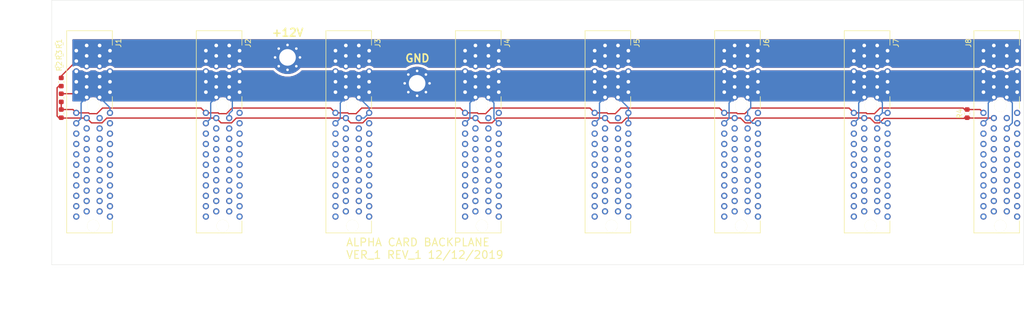
<source format=kicad_pcb>
(kicad_pcb (version 20171130) (host pcbnew "(5.1.5)-3")

  (general
    (thickness 1.6)
    (drawings 27)
    (tracks 172)
    (zones 0)
    (modules 21)
    (nets 5)
  )

  (page A4)
  (layers
    (0 F.Cu signal)
    (31 B.Cu signal)
    (32 B.Adhes user)
    (33 F.Adhes user)
    (34 B.Paste user)
    (35 F.Paste user)
    (36 B.SilkS user)
    (37 F.SilkS user)
    (38 B.Mask user)
    (39 F.Mask user)
    (40 Dwgs.User user)
    (41 Cmts.User user)
    (42 Eco1.User user)
    (43 Eco2.User user)
    (44 Edge.Cuts user)
    (45 Margin user)
    (46 B.CrtYd user)
    (47 F.CrtYd user)
    (48 B.Fab user)
    (49 F.Fab user)
  )

  (setup
    (last_trace_width 0.25)
    (trace_clearance 0.2)
    (zone_clearance 0.508)
    (zone_45_only no)
    (trace_min 0.2)
    (via_size 0.8)
    (via_drill 0.4)
    (via_min_size 0.4)
    (via_min_drill 0.3)
    (uvia_size 0.3)
    (uvia_drill 0.1)
    (uvias_allowed no)
    (uvia_min_size 0.2)
    (uvia_min_drill 0.1)
    (edge_width 0.05)
    (segment_width 0.2)
    (pcb_text_width 0.3)
    (pcb_text_size 1.5 1.5)
    (mod_edge_width 0.12)
    (mod_text_size 1 1)
    (mod_text_width 0.15)
    (pad_size 1.524 1.524)
    (pad_drill 0.762)
    (pad_to_mask_clearance 0.051)
    (solder_mask_min_width 0.25)
    (aux_axis_origin 0 0)
    (visible_elements 7FFFFFFF)
    (pcbplotparams
      (layerselection 0x010fc_ffffffff)
      (usegerberextensions false)
      (usegerberattributes false)
      (usegerberadvancedattributes false)
      (creategerberjobfile false)
      (excludeedgelayer true)
      (linewidth 0.100000)
      (plotframeref false)
      (viasonmask false)
      (mode 1)
      (useauxorigin false)
      (hpglpennumber 1)
      (hpglpenspeed 20)
      (hpglpendiameter 15.000000)
      (psnegative false)
      (psa4output false)
      (plotreference true)
      (plotvalue true)
      (plotinvisibletext false)
      (padsonsilk false)
      (subtractmaskfromsilk false)
      (outputformat 1)
      (mirror false)
      (drillshape 1)
      (scaleselection 1)
      (outputdirectory ""))
  )

  (net 0 "")
  (net 1 +12V)
  (net 2 P_GND)
  (net 3 UART0_485_P)
  (net 4 UART0_485_N)

  (net_class Default "To jest domyślna klasa połączeń."
    (clearance 0.2)
    (trace_width 0.25)
    (via_dia 0.8)
    (via_drill 0.4)
    (uvia_dia 0.3)
    (uvia_drill 0.1)
    (add_net +12V)
    (add_net P_GND)
    (add_net UART0_485_N)
    (add_net UART0_485_P)
  )

  (module kicad-lib:CONN_10018784-10201TLF (layer F.Cu) (tedit 5EA5733D) (tstamp 5DF17361)
    (at 86.25 40.2 270)
    (path /5DF2E10A/5DF52F10)
    (fp_text reference J2 (at -0.46062 -3.63997 90) (layer F.SilkS)
      (effects (font (size 1.00137 1.00137) (thickness 0.15)))
    )
    (fp_text value 10018784-10201TLF (at 0.175 7.36525 90) (layer F.SilkS) hide
      (effects (font (size 1.00003 1.00003) (thickness 0.05)))
    )
    (fp_line (start -3.1 6.6) (end -3.1 -2.86) (layer Eco1.User) (width 0.05))
    (fp_line (start 36.4 6.6) (end -3.1 6.6) (layer Eco1.User) (width 0.05))
    (fp_line (start 36.4 -2.86) (end 36.4 6.6) (layer Eco1.User) (width 0.05))
    (fp_line (start -3.1 -2.86) (end 36.4 -2.86) (layer Eco1.User) (width 0.05))
    (fp_line (start -0.05 -2.45) (end -2.85 -2.45) (layer F.SilkS) (width 0.127))
    (fp_line (start 36.15 -2.45) (end 33.85 -2.45) (layer F.SilkS) (width 0.127))
    (fp_line (start 36.15 6.35) (end 36.15 -2.45) (layer F.SilkS) (width 0.127))
    (fp_line (start -2.85 6.35) (end 36.15 6.35) (layer F.SilkS) (width 0.127))
    (fp_line (start 12.15 -2.45) (end 9.85 -2.45) (layer F.SilkS) (width 0.127))
    (fp_line (start -2.85 -2.45) (end -2.85 6.35) (layer F.SilkS) (width 0.127))
    (fp_line (start 36.15 -2.45) (end -2.85 -2.45) (layer Eco2.User) (width 0.127))
    (fp_line (start 36.15 6.35) (end 36.15 -2.45) (layer Eco2.User) (width 0.127))
    (fp_line (start -2.85 6.35) (end 36.15 6.35) (layer Eco2.User) (width 0.127))
    (fp_line (start -2.85 -2.45) (end -2.85 6.35) (layer Eco2.User) (width 0.127))
    (pad B31 thru_hole circle (at 32 2.5 270) (size 1.208 1.208) (drill 0.7) (layers *.Cu *.Mask))
    (pad B30 thru_hole circle (at 31 4.5 270) (size 1.208 1.208) (drill 0.7) (layers *.Cu *.Mask))
    (pad B29 thru_hole circle (at 30 2.5 270) (size 1.208 1.208) (drill 0.7) (layers *.Cu *.Mask))
    (pad B28 thru_hole circle (at 29 4.5 270) (size 1.208 1.208) (drill 0.7) (layers *.Cu *.Mask))
    (pad B27 thru_hole circle (at 28 2.5 270) (size 1.208 1.208) (drill 0.7) (layers *.Cu *.Mask))
    (pad B26 thru_hole circle (at 27 4.5 270) (size 1.208 1.208) (drill 0.7) (layers *.Cu *.Mask))
    (pad B25 thru_hole circle (at 26 2.5 270) (size 1.208 1.208) (drill 0.7) (layers *.Cu *.Mask))
    (pad B24 thru_hole circle (at 25 4.5 270) (size 1.208 1.208) (drill 0.7) (layers *.Cu *.Mask))
    (pad B23 thru_hole circle (at 24 2.5 270) (size 1.208 1.208) (drill 0.7) (layers *.Cu *.Mask))
    (pad B22 thru_hole circle (at 23 4.5 270) (size 1.208 1.208) (drill 0.7) (layers *.Cu *.Mask))
    (pad B21 thru_hole circle (at 22 2.5 270) (size 1.208 1.208) (drill 0.7) (layers *.Cu *.Mask))
    (pad B20 thru_hole circle (at 21 4.5 270) (size 1.208 1.208) (drill 0.7) (layers *.Cu *.Mask))
    (pad B19 thru_hole circle (at 20 2.5 270) (size 1.208 1.208) (drill 0.7) (layers *.Cu *.Mask))
    (pad B18 thru_hole circle (at 19 4.5 270) (size 1.208 1.208) (drill 0.7) (layers *.Cu *.Mask))
    (pad B17 thru_hole circle (at 18 2.5 270) (size 1.208 1.208) (drill 0.7) (layers *.Cu *.Mask))
    (pad B16 thru_hole circle (at 17 4.5 270) (size 1.208 1.208) (drill 0.7) (layers *.Cu *.Mask))
    (pad B15 thru_hole circle (at 16 2.5 270) (size 1.208 1.208) (drill 0.7) (layers *.Cu *.Mask))
    (pad B14 thru_hole circle (at 15 4.5 270) (size 1.208 1.208) (drill 0.7) (layers *.Cu *.Mask)
      (net 2 P_GND))
    (pad B13 thru_hole circle (at 14 2.5 270) (size 1.208 1.208) (drill 0.7) (layers *.Cu *.Mask)
      (net 3 UART0_485_P))
    (pad B11 thru_hole circle (at 10 2.5 270) (size 1.208 1.208) (drill 0.7) (layers *.Cu *.Mask)
      (net 2 P_GND))
    (pad B10 thru_hole circle (at 9 4.5 270) (size 1.208 1.208) (drill 0.7) (layers *.Cu *.Mask)
      (net 2 P_GND))
    (pad B9 thru_hole circle (at 8 2.5 270) (size 1.208 1.208) (drill 0.7) (layers *.Cu *.Mask)
      (net 2 P_GND))
    (pad B8 thru_hole circle (at 7 4.5 270) (size 1.208 1.208) (drill 0.7) (layers *.Cu *.Mask)
      (net 2 P_GND))
    (pad B7 thru_hole circle (at 6 2.5 270) (size 1.208 1.208) (drill 0.7) (layers *.Cu *.Mask)
      (net 2 P_GND))
    (pad B6 thru_hole circle (at 5 4.5 270) (size 1.208 1.208) (drill 0.7) (layers *.Cu *.Mask)
      (net 2 P_GND))
    (pad B5 thru_hole circle (at 4 2.5 270) (size 1.208 1.208) (drill 0.7) (layers *.Cu *.Mask)
      (net 1 +12V))
    (pad B4 thru_hole circle (at 3 4.5 270) (size 1.208 1.208) (drill 0.7) (layers *.Cu *.Mask)
      (net 1 +12V))
    (pad B3 thru_hole circle (at 2 2.5 270) (size 1.208 1.208) (drill 0.7) (layers *.Cu *.Mask)
      (net 1 +12V))
    (pad A31 thru_hole circle (at 32 0 270) (size 1.208 1.208) (drill 0.7) (layers *.Cu *.Mask))
    (pad A30 thru_hole circle (at 31 -2 270) (size 1.208 1.208) (drill 0.7) (layers *.Cu *.Mask))
    (pad A29 thru_hole circle (at 30 0 270) (size 1.208 1.208) (drill 0.7) (layers *.Cu *.Mask))
    (pad A28 thru_hole circle (at 29 -2 270) (size 1.208 1.208) (drill 0.7) (layers *.Cu *.Mask))
    (pad A27 thru_hole circle (at 28 0 270) (size 1.208 1.208) (drill 0.7) (layers *.Cu *.Mask))
    (pad A26 thru_hole circle (at 27 -2 270) (size 1.208 1.208) (drill 0.7) (layers *.Cu *.Mask))
    (pad A25 thru_hole circle (at 26 0 270) (size 1.208 1.208) (drill 0.7) (layers *.Cu *.Mask))
    (pad A24 thru_hole circle (at 25 -2 270) (size 1.208 1.208) (drill 0.7) (layers *.Cu *.Mask))
    (pad A23 thru_hole circle (at 24 0 270) (size 1.208 1.208) (drill 0.7) (layers *.Cu *.Mask))
    (pad A22 thru_hole circle (at 23 -2 270) (size 1.208 1.208) (drill 0.7) (layers *.Cu *.Mask))
    (pad A21 thru_hole circle (at 22 0 270) (size 1.208 1.208) (drill 0.7) (layers *.Cu *.Mask))
    (pad A20 thru_hole circle (at 21 -2 270) (size 1.208 1.208) (drill 0.7) (layers *.Cu *.Mask))
    (pad A19 thru_hole circle (at 20 0 270) (size 1.208 1.208) (drill 0.7) (layers *.Cu *.Mask))
    (pad A18 thru_hole circle (at 19 -2 270) (size 1.208 1.208) (drill 0.7) (layers *.Cu *.Mask))
    (pad A17 thru_hole circle (at 18 0 270) (size 1.208 1.208) (drill 0.7) (layers *.Cu *.Mask))
    (pad A16 thru_hole circle (at 17 -2 270) (size 1.208 1.208) (drill 0.7) (layers *.Cu *.Mask))
    (pad A15 thru_hole circle (at 16 0 270) (size 1.208 1.208) (drill 0.7) (layers *.Cu *.Mask))
    (pad A14 thru_hole circle (at 15 -2 270) (size 1.208 1.208) (drill 0.7) (layers *.Cu *.Mask))
    (pad A11 thru_hole circle (at 10 0 270) (size 1.208 1.208) (drill 0.7) (layers *.Cu *.Mask)
      (net 2 P_GND))
    (pad A10 thru_hole circle (at 9 -2 270) (size 1.208 1.208) (drill 0.7) (layers *.Cu *.Mask)
      (net 2 P_GND))
    (pad A9 thru_hole circle (at 8 0 270) (size 1.208 1.208) (drill 0.7) (layers *.Cu *.Mask)
      (net 2 P_GND))
    (pad A8 thru_hole circle (at 7 -2 270) (size 1.208 1.208) (drill 0.7) (layers *.Cu *.Mask)
      (net 2 P_GND))
    (pad A7 thru_hole circle (at 6 0 270) (size 1.208 1.208) (drill 0.7) (layers *.Cu *.Mask)
      (net 2 P_GND))
    (pad A6 thru_hole circle (at 5 -2 270) (size 1.208 1.208) (drill 0.7) (layers *.Cu *.Mask)
      (net 2 P_GND))
    (pad A5 thru_hole circle (at 4 0 270) (size 1.208 1.208) (drill 0.7) (layers *.Cu *.Mask)
      (net 1 +12V))
    (pad A4 thru_hole circle (at 3 -2 270) (size 1.208 1.208) (drill 0.7) (layers *.Cu *.Mask)
      (net 1 +12V))
    (pad A3 thru_hole circle (at 2 0 270) (size 1.208 1.208) (drill 0.7) (layers *.Cu *.Mask)
      (net 1 +12V))
    (pad A2 thru_hole circle (at 1 -2 270) (size 1.208 1.208) (drill 0.7) (layers *.Cu *.Mask)
      (net 1 +12V))
    (pad Hole np_thru_hole circle (at 34.8 1.25 270) (size 2.35 2.35) (drill 2.35) (layers *.Cu *.Mask F.SilkS))
    (pad B2 thru_hole circle (at 1 4.5 270) (size 1.208 1.208) (drill 0.7) (layers *.Cu *.Mask)
      (net 1 +12V))
    (pad B1 thru_hole circle (at 0 2.5 270) (size 1.208 1.208) (drill 0.7) (layers *.Cu *.Mask)
      (net 1 +12V))
    (pad A1 thru_hole rect (at 0 0 270) (size 1.208 1.208) (drill 0.7) (layers *.Cu *.Mask)
      (net 1 +12V))
    (pad B32 thru_hole circle (at 33 4.5 270) (size 1.208 1.208) (drill 0.7) (layers *.Cu *.Mask))
    (pad B12 thru_hole circle (at 13 4.5 270) (size 1.208 1.208) (drill 0.7) (layers *.Cu *.Mask)
      (net 4 UART0_485_N))
    (pad A13 thru_hole circle (at 14 0 270) (size 1.208 1.208) (drill 0.7) (layers *.Cu *.Mask)
      (net 2 P_GND))
    (pad A12 thru_hole circle (at 13 -2 270) (size 1.208 1.208) (drill 0.7) (layers *.Cu *.Mask))
    (pad A32 thru_hole circle (at 33 -2 270) (size 1.208 1.208) (drill 0.7) (layers *.Cu *.Mask))
    (pad Hole np_thru_hole circle (at 11.65 1.25 270) (size 2.35 2.35) (drill 2.35) (layers *.Cu *.Mask F.SilkS))
    (model ${KIPRJMOD}/3d_pcie/10018784-10201TLF--3DModel-STEP-56544.STEP
      (offset (xyz 11.5 -1.25 0))
      (scale (xyz 1 1 1))
      (rotate (xyz -90 0 0))
    )
  )

  (module kicad-lib:CONN_10018784-10201TLF (layer F.Cu) (tedit 5EA5733D) (tstamp 5DF1730D)
    (at 61.25 40.2 270)
    (path /5DF19C0C/5DF19CC0)
    (fp_text reference J1 (at -0.46062 -3.63997 270) (layer F.SilkS)
      (effects (font (size 1.00137 1.00137) (thickness 0.15)))
    )
    (fp_text value 10018784-10201TLF (at 0.175 7.36525 270) (layer F.SilkS) hide
      (effects (font (size 1.00003 1.00003) (thickness 0.05)))
    )
    (fp_line (start -3.1 6.6) (end -3.1 -2.86) (layer Eco1.User) (width 0.05))
    (fp_line (start 36.4 6.6) (end -3.1 6.6) (layer Eco1.User) (width 0.05))
    (fp_line (start 36.4 -2.86) (end 36.4 6.6) (layer Eco1.User) (width 0.05))
    (fp_line (start -3.1 -2.86) (end 36.4 -2.86) (layer Eco1.User) (width 0.05))
    (fp_line (start -0.05 -2.45) (end -2.85 -2.45) (layer F.SilkS) (width 0.127))
    (fp_line (start 36.15 -2.45) (end 33.85 -2.45) (layer F.SilkS) (width 0.127))
    (fp_line (start 36.15 6.35) (end 36.15 -2.45) (layer F.SilkS) (width 0.127))
    (fp_line (start -2.85 6.35) (end 36.15 6.35) (layer F.SilkS) (width 0.127))
    (fp_line (start 12.15 -2.45) (end 9.85 -2.45) (layer F.SilkS) (width 0.127))
    (fp_line (start -2.85 -2.45) (end -2.85 6.35) (layer F.SilkS) (width 0.127))
    (fp_line (start 36.15 -2.45) (end -2.85 -2.45) (layer Eco2.User) (width 0.127))
    (fp_line (start 36.15 6.35) (end 36.15 -2.45) (layer Eco2.User) (width 0.127))
    (fp_line (start -2.85 6.35) (end 36.15 6.35) (layer Eco2.User) (width 0.127))
    (fp_line (start -2.85 -2.45) (end -2.85 6.35) (layer Eco2.User) (width 0.127))
    (pad B31 thru_hole circle (at 32 2.5 270) (size 1.208 1.208) (drill 0.7) (layers *.Cu *.Mask))
    (pad B30 thru_hole circle (at 31 4.5 270) (size 1.208 1.208) (drill 0.7) (layers *.Cu *.Mask))
    (pad B29 thru_hole circle (at 30 2.5 270) (size 1.208 1.208) (drill 0.7) (layers *.Cu *.Mask))
    (pad B28 thru_hole circle (at 29 4.5 270) (size 1.208 1.208) (drill 0.7) (layers *.Cu *.Mask))
    (pad B27 thru_hole circle (at 28 2.5 270) (size 1.208 1.208) (drill 0.7) (layers *.Cu *.Mask))
    (pad B26 thru_hole circle (at 27 4.5 270) (size 1.208 1.208) (drill 0.7) (layers *.Cu *.Mask))
    (pad B25 thru_hole circle (at 26 2.5 270) (size 1.208 1.208) (drill 0.7) (layers *.Cu *.Mask))
    (pad B24 thru_hole circle (at 25 4.5 270) (size 1.208 1.208) (drill 0.7) (layers *.Cu *.Mask))
    (pad B23 thru_hole circle (at 24 2.5 270) (size 1.208 1.208) (drill 0.7) (layers *.Cu *.Mask))
    (pad B22 thru_hole circle (at 23 4.5 270) (size 1.208 1.208) (drill 0.7) (layers *.Cu *.Mask))
    (pad B21 thru_hole circle (at 22 2.5 270) (size 1.208 1.208) (drill 0.7) (layers *.Cu *.Mask))
    (pad B20 thru_hole circle (at 21 4.5 270) (size 1.208 1.208) (drill 0.7) (layers *.Cu *.Mask))
    (pad B19 thru_hole circle (at 20 2.5 270) (size 1.208 1.208) (drill 0.7) (layers *.Cu *.Mask))
    (pad B18 thru_hole circle (at 19 4.5 270) (size 1.208 1.208) (drill 0.7) (layers *.Cu *.Mask))
    (pad B17 thru_hole circle (at 18 2.5 270) (size 1.208 1.208) (drill 0.7) (layers *.Cu *.Mask))
    (pad B16 thru_hole circle (at 17 4.5 270) (size 1.208 1.208) (drill 0.7) (layers *.Cu *.Mask))
    (pad B15 thru_hole circle (at 16 2.5 270) (size 1.208 1.208) (drill 0.7) (layers *.Cu *.Mask))
    (pad B14 thru_hole circle (at 15 4.5 270) (size 1.208 1.208) (drill 0.7) (layers *.Cu *.Mask)
      (net 2 P_GND))
    (pad B13 thru_hole circle (at 14 2.5 270) (size 1.208 1.208) (drill 0.7) (layers *.Cu *.Mask)
      (net 3 UART0_485_P))
    (pad B11 thru_hole circle (at 10 2.5 270) (size 1.208 1.208) (drill 0.7) (layers *.Cu *.Mask)
      (net 2 P_GND))
    (pad B10 thru_hole circle (at 9 4.5 270) (size 1.208 1.208) (drill 0.7) (layers *.Cu *.Mask)
      (net 2 P_GND))
    (pad B9 thru_hole circle (at 8 2.5 270) (size 1.208 1.208) (drill 0.7) (layers *.Cu *.Mask)
      (net 2 P_GND))
    (pad B8 thru_hole circle (at 7 4.5 270) (size 1.208 1.208) (drill 0.7) (layers *.Cu *.Mask)
      (net 2 P_GND))
    (pad B7 thru_hole circle (at 6 2.5 270) (size 1.208 1.208) (drill 0.7) (layers *.Cu *.Mask)
      (net 2 P_GND))
    (pad B6 thru_hole circle (at 5 4.5 270) (size 1.208 1.208) (drill 0.7) (layers *.Cu *.Mask)
      (net 2 P_GND))
    (pad B5 thru_hole circle (at 4 2.5 270) (size 1.208 1.208) (drill 0.7) (layers *.Cu *.Mask)
      (net 1 +12V))
    (pad B4 thru_hole circle (at 3 4.5 270) (size 1.208 1.208) (drill 0.7) (layers *.Cu *.Mask)
      (net 1 +12V))
    (pad B3 thru_hole circle (at 2 2.5 270) (size 1.208 1.208) (drill 0.7) (layers *.Cu *.Mask)
      (net 1 +12V))
    (pad A31 thru_hole circle (at 32 0 270) (size 1.208 1.208) (drill 0.7) (layers *.Cu *.Mask))
    (pad A30 thru_hole circle (at 31 -2 270) (size 1.208 1.208) (drill 0.7) (layers *.Cu *.Mask))
    (pad A29 thru_hole circle (at 30 0 270) (size 1.208 1.208) (drill 0.7) (layers *.Cu *.Mask))
    (pad A28 thru_hole circle (at 29 -2 270) (size 1.208 1.208) (drill 0.7) (layers *.Cu *.Mask))
    (pad A27 thru_hole circle (at 28 0 270) (size 1.208 1.208) (drill 0.7) (layers *.Cu *.Mask))
    (pad A26 thru_hole circle (at 27 -2 270) (size 1.208 1.208) (drill 0.7) (layers *.Cu *.Mask))
    (pad A25 thru_hole circle (at 26 0 270) (size 1.208 1.208) (drill 0.7) (layers *.Cu *.Mask))
    (pad A24 thru_hole circle (at 25 -2 270) (size 1.208 1.208) (drill 0.7) (layers *.Cu *.Mask))
    (pad A23 thru_hole circle (at 24 0 270) (size 1.208 1.208) (drill 0.7) (layers *.Cu *.Mask))
    (pad A22 thru_hole circle (at 23 -2 270) (size 1.208 1.208) (drill 0.7) (layers *.Cu *.Mask))
    (pad A21 thru_hole circle (at 22 0 270) (size 1.208 1.208) (drill 0.7) (layers *.Cu *.Mask))
    (pad A20 thru_hole circle (at 21 -2 270) (size 1.208 1.208) (drill 0.7) (layers *.Cu *.Mask))
    (pad A19 thru_hole circle (at 20 0 270) (size 1.208 1.208) (drill 0.7) (layers *.Cu *.Mask))
    (pad A18 thru_hole circle (at 19 -2 270) (size 1.208 1.208) (drill 0.7) (layers *.Cu *.Mask))
    (pad A17 thru_hole circle (at 18 0 270) (size 1.208 1.208) (drill 0.7) (layers *.Cu *.Mask))
    (pad A16 thru_hole circle (at 17 -2 270) (size 1.208 1.208) (drill 0.7) (layers *.Cu *.Mask))
    (pad A15 thru_hole circle (at 16 0 270) (size 1.208 1.208) (drill 0.7) (layers *.Cu *.Mask))
    (pad A14 thru_hole circle (at 15 -2 270) (size 1.208 1.208) (drill 0.7) (layers *.Cu *.Mask))
    (pad A11 thru_hole circle (at 10 0 270) (size 1.208 1.208) (drill 0.7) (layers *.Cu *.Mask)
      (net 2 P_GND))
    (pad A10 thru_hole circle (at 9 -2 270) (size 1.208 1.208) (drill 0.7) (layers *.Cu *.Mask)
      (net 2 P_GND))
    (pad A9 thru_hole circle (at 8 0 270) (size 1.208 1.208) (drill 0.7) (layers *.Cu *.Mask)
      (net 2 P_GND))
    (pad A8 thru_hole circle (at 7 -2 270) (size 1.208 1.208) (drill 0.7) (layers *.Cu *.Mask)
      (net 2 P_GND))
    (pad A7 thru_hole circle (at 6 0 270) (size 1.208 1.208) (drill 0.7) (layers *.Cu *.Mask)
      (net 2 P_GND))
    (pad A6 thru_hole circle (at 5 -2 270) (size 1.208 1.208) (drill 0.7) (layers *.Cu *.Mask)
      (net 2 P_GND))
    (pad A5 thru_hole circle (at 4 0 270) (size 1.208 1.208) (drill 0.7) (layers *.Cu *.Mask)
      (net 1 +12V))
    (pad A4 thru_hole circle (at 3 -2 270) (size 1.208 1.208) (drill 0.7) (layers *.Cu *.Mask)
      (net 1 +12V))
    (pad A3 thru_hole circle (at 2 0 270) (size 1.208 1.208) (drill 0.7) (layers *.Cu *.Mask)
      (net 1 +12V))
    (pad A2 thru_hole circle (at 1 -2 270) (size 1.208 1.208) (drill 0.7) (layers *.Cu *.Mask)
      (net 1 +12V))
    (pad Hole np_thru_hole circle (at 34.8 1.25 270) (size 2.35 2.35) (drill 2.35) (layers *.Cu *.Mask F.SilkS))
    (pad B2 thru_hole circle (at 1 4.5 270) (size 1.208 1.208) (drill 0.7) (layers *.Cu *.Mask)
      (net 1 +12V))
    (pad B1 thru_hole circle (at 0 2.5 270) (size 1.208 1.208) (drill 0.7) (layers *.Cu *.Mask)
      (net 1 +12V))
    (pad A1 thru_hole rect (at 0 0 270) (size 1.208 1.208) (drill 0.7) (layers *.Cu *.Mask)
      (net 1 +12V))
    (pad B32 thru_hole circle (at 33 4.5 270) (size 1.208 1.208) (drill 0.7) (layers *.Cu *.Mask))
    (pad B12 thru_hole circle (at 13 4.5 270) (size 1.208 1.208) (drill 0.7) (layers *.Cu *.Mask)
      (net 4 UART0_485_N))
    (pad A13 thru_hole circle (at 14 0 270) (size 1.208 1.208) (drill 0.7) (layers *.Cu *.Mask))
    (pad A12 thru_hole circle (at 13 -2 270) (size 1.208 1.208) (drill 0.7) (layers *.Cu *.Mask)
      (net 2 P_GND))
    (pad A32 thru_hole circle (at 33 -2 270) (size 1.208 1.208) (drill 0.7) (layers *.Cu *.Mask))
    (pad Hole np_thru_hole circle (at 11.65 1.25 270) (size 2.35 2.35) (drill 2.35) (layers *.Cu *.Mask F.SilkS))
    (model ${KIPRJMOD}/3d_pcie/10018784-10201TLF--3DModel-STEP-56544.STEP
      (offset (xyz 11.5 -1.25 0))
      (scale (xyz 1 1 1))
      (rotate (xyz -90 0 0))
    )
  )

  (module kicad-lib:CONN_10018784-10201TLF (layer F.Cu) (tedit 5EA5733D) (tstamp 5DF173B5)
    (at 111.25 40.2 270)
    (path /5DF2E1F6/5DF52F0F)
    (fp_text reference J3 (at -0.46062 -3.63997 90) (layer F.SilkS)
      (effects (font (size 1.00137 1.00137) (thickness 0.15)))
    )
    (fp_text value 10018784-10201TLF (at 0.175 7.36525 90) (layer F.SilkS) hide
      (effects (font (size 1.00003 1.00003) (thickness 0.05)))
    )
    (fp_line (start -3.1 6.6) (end -3.1 -2.86) (layer Eco1.User) (width 0.05))
    (fp_line (start 36.4 6.6) (end -3.1 6.6) (layer Eco1.User) (width 0.05))
    (fp_line (start 36.4 -2.86) (end 36.4 6.6) (layer Eco1.User) (width 0.05))
    (fp_line (start -3.1 -2.86) (end 36.4 -2.86) (layer Eco1.User) (width 0.05))
    (fp_line (start -0.05 -2.45) (end -2.85 -2.45) (layer F.SilkS) (width 0.127))
    (fp_line (start 36.15 -2.45) (end 33.85 -2.45) (layer F.SilkS) (width 0.127))
    (fp_line (start 36.15 6.35) (end 36.15 -2.45) (layer F.SilkS) (width 0.127))
    (fp_line (start -2.85 6.35) (end 36.15 6.35) (layer F.SilkS) (width 0.127))
    (fp_line (start 12.15 -2.45) (end 9.85 -2.45) (layer F.SilkS) (width 0.127))
    (fp_line (start -2.85 -2.45) (end -2.85 6.35) (layer F.SilkS) (width 0.127))
    (fp_line (start 36.15 -2.45) (end -2.85 -2.45) (layer Eco2.User) (width 0.127))
    (fp_line (start 36.15 6.35) (end 36.15 -2.45) (layer Eco2.User) (width 0.127))
    (fp_line (start -2.85 6.35) (end 36.15 6.35) (layer Eco2.User) (width 0.127))
    (fp_line (start -2.85 -2.45) (end -2.85 6.35) (layer Eco2.User) (width 0.127))
    (pad B31 thru_hole circle (at 32 2.5 270) (size 1.208 1.208) (drill 0.7) (layers *.Cu *.Mask))
    (pad B30 thru_hole circle (at 31 4.5 270) (size 1.208 1.208) (drill 0.7) (layers *.Cu *.Mask))
    (pad B29 thru_hole circle (at 30 2.5 270) (size 1.208 1.208) (drill 0.7) (layers *.Cu *.Mask))
    (pad B28 thru_hole circle (at 29 4.5 270) (size 1.208 1.208) (drill 0.7) (layers *.Cu *.Mask))
    (pad B27 thru_hole circle (at 28 2.5 270) (size 1.208 1.208) (drill 0.7) (layers *.Cu *.Mask))
    (pad B26 thru_hole circle (at 27 4.5 270) (size 1.208 1.208) (drill 0.7) (layers *.Cu *.Mask))
    (pad B25 thru_hole circle (at 26 2.5 270) (size 1.208 1.208) (drill 0.7) (layers *.Cu *.Mask))
    (pad B24 thru_hole circle (at 25 4.5 270) (size 1.208 1.208) (drill 0.7) (layers *.Cu *.Mask))
    (pad B23 thru_hole circle (at 24 2.5 270) (size 1.208 1.208) (drill 0.7) (layers *.Cu *.Mask))
    (pad B22 thru_hole circle (at 23 4.5 270) (size 1.208 1.208) (drill 0.7) (layers *.Cu *.Mask))
    (pad B21 thru_hole circle (at 22 2.5 270) (size 1.208 1.208) (drill 0.7) (layers *.Cu *.Mask))
    (pad B20 thru_hole circle (at 21 4.5 270) (size 1.208 1.208) (drill 0.7) (layers *.Cu *.Mask))
    (pad B19 thru_hole circle (at 20 2.5 270) (size 1.208 1.208) (drill 0.7) (layers *.Cu *.Mask))
    (pad B18 thru_hole circle (at 19 4.5 270) (size 1.208 1.208) (drill 0.7) (layers *.Cu *.Mask))
    (pad B17 thru_hole circle (at 18 2.5 270) (size 1.208 1.208) (drill 0.7) (layers *.Cu *.Mask))
    (pad B16 thru_hole circle (at 17 4.5 270) (size 1.208 1.208) (drill 0.7) (layers *.Cu *.Mask))
    (pad B15 thru_hole circle (at 16 2.5 270) (size 1.208 1.208) (drill 0.7) (layers *.Cu *.Mask))
    (pad B14 thru_hole circle (at 15 4.5 270) (size 1.208 1.208) (drill 0.7) (layers *.Cu *.Mask)
      (net 2 P_GND))
    (pad B13 thru_hole circle (at 14 2.5 270) (size 1.208 1.208) (drill 0.7) (layers *.Cu *.Mask)
      (net 3 UART0_485_P))
    (pad B11 thru_hole circle (at 10 2.5 270) (size 1.208 1.208) (drill 0.7) (layers *.Cu *.Mask)
      (net 2 P_GND))
    (pad B10 thru_hole circle (at 9 4.5 270) (size 1.208 1.208) (drill 0.7) (layers *.Cu *.Mask)
      (net 2 P_GND))
    (pad B9 thru_hole circle (at 8 2.5 270) (size 1.208 1.208) (drill 0.7) (layers *.Cu *.Mask)
      (net 2 P_GND))
    (pad B8 thru_hole circle (at 7 4.5 270) (size 1.208 1.208) (drill 0.7) (layers *.Cu *.Mask)
      (net 2 P_GND))
    (pad B7 thru_hole circle (at 6 2.5 270) (size 1.208 1.208) (drill 0.7) (layers *.Cu *.Mask)
      (net 2 P_GND))
    (pad B6 thru_hole circle (at 5 4.5 270) (size 1.208 1.208) (drill 0.7) (layers *.Cu *.Mask)
      (net 2 P_GND))
    (pad B5 thru_hole circle (at 4 2.5 270) (size 1.208 1.208) (drill 0.7) (layers *.Cu *.Mask)
      (net 1 +12V))
    (pad B4 thru_hole circle (at 3 4.5 270) (size 1.208 1.208) (drill 0.7) (layers *.Cu *.Mask)
      (net 1 +12V))
    (pad B3 thru_hole circle (at 2 2.5 270) (size 1.208 1.208) (drill 0.7) (layers *.Cu *.Mask)
      (net 1 +12V))
    (pad A31 thru_hole circle (at 32 0 270) (size 1.208 1.208) (drill 0.7) (layers *.Cu *.Mask))
    (pad A30 thru_hole circle (at 31 -2 270) (size 1.208 1.208) (drill 0.7) (layers *.Cu *.Mask))
    (pad A29 thru_hole circle (at 30 0 270) (size 1.208 1.208) (drill 0.7) (layers *.Cu *.Mask))
    (pad A28 thru_hole circle (at 29 -2 270) (size 1.208 1.208) (drill 0.7) (layers *.Cu *.Mask))
    (pad A27 thru_hole circle (at 28 0 270) (size 1.208 1.208) (drill 0.7) (layers *.Cu *.Mask))
    (pad A26 thru_hole circle (at 27 -2 270) (size 1.208 1.208) (drill 0.7) (layers *.Cu *.Mask))
    (pad A25 thru_hole circle (at 26 0 270) (size 1.208 1.208) (drill 0.7) (layers *.Cu *.Mask))
    (pad A24 thru_hole circle (at 25 -2 270) (size 1.208 1.208) (drill 0.7) (layers *.Cu *.Mask))
    (pad A23 thru_hole circle (at 24 0 270) (size 1.208 1.208) (drill 0.7) (layers *.Cu *.Mask))
    (pad A22 thru_hole circle (at 23 -2 270) (size 1.208 1.208) (drill 0.7) (layers *.Cu *.Mask))
    (pad A21 thru_hole circle (at 22 0 270) (size 1.208 1.208) (drill 0.7) (layers *.Cu *.Mask))
    (pad A20 thru_hole circle (at 21 -2 270) (size 1.208 1.208) (drill 0.7) (layers *.Cu *.Mask))
    (pad A19 thru_hole circle (at 20 0 270) (size 1.208 1.208) (drill 0.7) (layers *.Cu *.Mask))
    (pad A18 thru_hole circle (at 19 -2 270) (size 1.208 1.208) (drill 0.7) (layers *.Cu *.Mask))
    (pad A17 thru_hole circle (at 18 0 270) (size 1.208 1.208) (drill 0.7) (layers *.Cu *.Mask))
    (pad A16 thru_hole circle (at 17 -2 270) (size 1.208 1.208) (drill 0.7) (layers *.Cu *.Mask))
    (pad A15 thru_hole circle (at 16 0 270) (size 1.208 1.208) (drill 0.7) (layers *.Cu *.Mask))
    (pad A14 thru_hole circle (at 15 -2 270) (size 1.208 1.208) (drill 0.7) (layers *.Cu *.Mask))
    (pad A11 thru_hole circle (at 10 0 270) (size 1.208 1.208) (drill 0.7) (layers *.Cu *.Mask)
      (net 2 P_GND))
    (pad A10 thru_hole circle (at 9 -2 270) (size 1.208 1.208) (drill 0.7) (layers *.Cu *.Mask)
      (net 2 P_GND))
    (pad A9 thru_hole circle (at 8 0 270) (size 1.208 1.208) (drill 0.7) (layers *.Cu *.Mask)
      (net 2 P_GND))
    (pad A8 thru_hole circle (at 7 -2 270) (size 1.208 1.208) (drill 0.7) (layers *.Cu *.Mask)
      (net 2 P_GND))
    (pad A7 thru_hole circle (at 6 0 270) (size 1.208 1.208) (drill 0.7) (layers *.Cu *.Mask)
      (net 2 P_GND))
    (pad A6 thru_hole circle (at 5 -2 270) (size 1.208 1.208) (drill 0.7) (layers *.Cu *.Mask)
      (net 2 P_GND))
    (pad A5 thru_hole circle (at 4 0 270) (size 1.208 1.208) (drill 0.7) (layers *.Cu *.Mask)
      (net 1 +12V))
    (pad A4 thru_hole circle (at 3 -2 270) (size 1.208 1.208) (drill 0.7) (layers *.Cu *.Mask)
      (net 1 +12V))
    (pad A3 thru_hole circle (at 2 0 270) (size 1.208 1.208) (drill 0.7) (layers *.Cu *.Mask)
      (net 1 +12V))
    (pad A2 thru_hole circle (at 1 -2 270) (size 1.208 1.208) (drill 0.7) (layers *.Cu *.Mask)
      (net 1 +12V))
    (pad Hole np_thru_hole circle (at 34.8 1.25 270) (size 2.35 2.35) (drill 2.35) (layers *.Cu *.Mask F.SilkS))
    (pad B2 thru_hole circle (at 1 4.5 270) (size 1.208 1.208) (drill 0.7) (layers *.Cu *.Mask)
      (net 1 +12V))
    (pad B1 thru_hole circle (at 0 2.5 270) (size 1.208 1.208) (drill 0.7) (layers *.Cu *.Mask)
      (net 1 +12V))
    (pad A1 thru_hole rect (at 0 0 270) (size 1.208 1.208) (drill 0.7) (layers *.Cu *.Mask)
      (net 1 +12V))
    (pad B32 thru_hole circle (at 33 4.5 270) (size 1.208 1.208) (drill 0.7) (layers *.Cu *.Mask))
    (pad B12 thru_hole circle (at 13 4.5 270) (size 1.208 1.208) (drill 0.7) (layers *.Cu *.Mask)
      (net 4 UART0_485_N))
    (pad A13 thru_hole circle (at 14 0 270) (size 1.208 1.208) (drill 0.7) (layers *.Cu *.Mask)
      (net 2 P_GND))
    (pad A12 thru_hole circle (at 13 -2 270) (size 1.208 1.208) (drill 0.7) (layers *.Cu *.Mask)
      (net 2 P_GND))
    (pad A32 thru_hole circle (at 33 -2 270) (size 1.208 1.208) (drill 0.7) (layers *.Cu *.Mask))
    (pad Hole np_thru_hole circle (at 11.65 1.25 270) (size 2.35 2.35) (drill 2.35) (layers *.Cu *.Mask F.SilkS))
    (model ${KIPRJMOD}/3d_pcie/10018784-10201TLF--3DModel-STEP-56544.STEP
      (offset (xyz 11.5 -1.25 0))
      (scale (xyz 1 1 1))
      (rotate (xyz -90 0 0))
    )
  )

  (module kicad-lib:CONN_10018784-10201TLF (layer F.Cu) (tedit 5EA5733D) (tstamp 5DF17409)
    (at 136.25 40.2 270)
    (path /5DF2E1F8/5DF52F0E)
    (fp_text reference J4 (at -0.46062 -3.63997 90) (layer F.SilkS)
      (effects (font (size 1.00137 1.00137) (thickness 0.15)))
    )
    (fp_text value 10018784-10201TLF (at 0.175 7.36525 90) (layer F.SilkS) hide
      (effects (font (size 1.00003 1.00003) (thickness 0.05)))
    )
    (fp_line (start -3.1 6.6) (end -3.1 -2.86) (layer Eco1.User) (width 0.05))
    (fp_line (start 36.4 6.6) (end -3.1 6.6) (layer Eco1.User) (width 0.05))
    (fp_line (start 36.4 -2.86) (end 36.4 6.6) (layer Eco1.User) (width 0.05))
    (fp_line (start -3.1 -2.86) (end 36.4 -2.86) (layer Eco1.User) (width 0.05))
    (fp_line (start -0.05 -2.45) (end -2.85 -2.45) (layer F.SilkS) (width 0.127))
    (fp_line (start 36.15 -2.45) (end 33.85 -2.45) (layer F.SilkS) (width 0.127))
    (fp_line (start 36.15 6.35) (end 36.15 -2.45) (layer F.SilkS) (width 0.127))
    (fp_line (start -2.85 6.35) (end 36.15 6.35) (layer F.SilkS) (width 0.127))
    (fp_line (start 12.15 -2.45) (end 9.85 -2.45) (layer F.SilkS) (width 0.127))
    (fp_line (start -2.85 -2.45) (end -2.85 6.35) (layer F.SilkS) (width 0.127))
    (fp_line (start 36.15 -2.45) (end -2.85 -2.45) (layer Eco2.User) (width 0.127))
    (fp_line (start 36.15 6.35) (end 36.15 -2.45) (layer Eco2.User) (width 0.127))
    (fp_line (start -2.85 6.35) (end 36.15 6.35) (layer Eco2.User) (width 0.127))
    (fp_line (start -2.85 -2.45) (end -2.85 6.35) (layer Eco2.User) (width 0.127))
    (pad B31 thru_hole circle (at 32 2.5 270) (size 1.208 1.208) (drill 0.7) (layers *.Cu *.Mask))
    (pad B30 thru_hole circle (at 31 4.5 270) (size 1.208 1.208) (drill 0.7) (layers *.Cu *.Mask))
    (pad B29 thru_hole circle (at 30 2.5 270) (size 1.208 1.208) (drill 0.7) (layers *.Cu *.Mask))
    (pad B28 thru_hole circle (at 29 4.5 270) (size 1.208 1.208) (drill 0.7) (layers *.Cu *.Mask))
    (pad B27 thru_hole circle (at 28 2.5 270) (size 1.208 1.208) (drill 0.7) (layers *.Cu *.Mask))
    (pad B26 thru_hole circle (at 27 4.5 270) (size 1.208 1.208) (drill 0.7) (layers *.Cu *.Mask))
    (pad B25 thru_hole circle (at 26 2.5 270) (size 1.208 1.208) (drill 0.7) (layers *.Cu *.Mask))
    (pad B24 thru_hole circle (at 25 4.5 270) (size 1.208 1.208) (drill 0.7) (layers *.Cu *.Mask))
    (pad B23 thru_hole circle (at 24 2.5 270) (size 1.208 1.208) (drill 0.7) (layers *.Cu *.Mask))
    (pad B22 thru_hole circle (at 23 4.5 270) (size 1.208 1.208) (drill 0.7) (layers *.Cu *.Mask))
    (pad B21 thru_hole circle (at 22 2.5 270) (size 1.208 1.208) (drill 0.7) (layers *.Cu *.Mask))
    (pad B20 thru_hole circle (at 21 4.5 270) (size 1.208 1.208) (drill 0.7) (layers *.Cu *.Mask))
    (pad B19 thru_hole circle (at 20 2.5 270) (size 1.208 1.208) (drill 0.7) (layers *.Cu *.Mask))
    (pad B18 thru_hole circle (at 19 4.5 270) (size 1.208 1.208) (drill 0.7) (layers *.Cu *.Mask))
    (pad B17 thru_hole circle (at 18 2.5 270) (size 1.208 1.208) (drill 0.7) (layers *.Cu *.Mask))
    (pad B16 thru_hole circle (at 17 4.5 270) (size 1.208 1.208) (drill 0.7) (layers *.Cu *.Mask))
    (pad B15 thru_hole circle (at 16 2.5 270) (size 1.208 1.208) (drill 0.7) (layers *.Cu *.Mask))
    (pad B14 thru_hole circle (at 15 4.5 270) (size 1.208 1.208) (drill 0.7) (layers *.Cu *.Mask)
      (net 2 P_GND))
    (pad B13 thru_hole circle (at 14 2.5 270) (size 1.208 1.208) (drill 0.7) (layers *.Cu *.Mask)
      (net 3 UART0_485_P))
    (pad B11 thru_hole circle (at 10 2.5 270) (size 1.208 1.208) (drill 0.7) (layers *.Cu *.Mask)
      (net 2 P_GND))
    (pad B10 thru_hole circle (at 9 4.5 270) (size 1.208 1.208) (drill 0.7) (layers *.Cu *.Mask)
      (net 2 P_GND))
    (pad B9 thru_hole circle (at 8 2.5 270) (size 1.208 1.208) (drill 0.7) (layers *.Cu *.Mask)
      (net 2 P_GND))
    (pad B8 thru_hole circle (at 7 4.5 270) (size 1.208 1.208) (drill 0.7) (layers *.Cu *.Mask)
      (net 2 P_GND))
    (pad B7 thru_hole circle (at 6 2.5 270) (size 1.208 1.208) (drill 0.7) (layers *.Cu *.Mask)
      (net 2 P_GND))
    (pad B6 thru_hole circle (at 5 4.5 270) (size 1.208 1.208) (drill 0.7) (layers *.Cu *.Mask)
      (net 2 P_GND))
    (pad B5 thru_hole circle (at 4 2.5 270) (size 1.208 1.208) (drill 0.7) (layers *.Cu *.Mask)
      (net 1 +12V))
    (pad B4 thru_hole circle (at 3 4.5 270) (size 1.208 1.208) (drill 0.7) (layers *.Cu *.Mask)
      (net 1 +12V))
    (pad B3 thru_hole circle (at 2 2.5 270) (size 1.208 1.208) (drill 0.7) (layers *.Cu *.Mask)
      (net 1 +12V))
    (pad A31 thru_hole circle (at 32 0 270) (size 1.208 1.208) (drill 0.7) (layers *.Cu *.Mask))
    (pad A30 thru_hole circle (at 31 -2 270) (size 1.208 1.208) (drill 0.7) (layers *.Cu *.Mask))
    (pad A29 thru_hole circle (at 30 0 270) (size 1.208 1.208) (drill 0.7) (layers *.Cu *.Mask))
    (pad A28 thru_hole circle (at 29 -2 270) (size 1.208 1.208) (drill 0.7) (layers *.Cu *.Mask))
    (pad A27 thru_hole circle (at 28 0 270) (size 1.208 1.208) (drill 0.7) (layers *.Cu *.Mask))
    (pad A26 thru_hole circle (at 27 -2 270) (size 1.208 1.208) (drill 0.7) (layers *.Cu *.Mask))
    (pad A25 thru_hole circle (at 26 0 270) (size 1.208 1.208) (drill 0.7) (layers *.Cu *.Mask))
    (pad A24 thru_hole circle (at 25 -2 270) (size 1.208 1.208) (drill 0.7) (layers *.Cu *.Mask))
    (pad A23 thru_hole circle (at 24 0 270) (size 1.208 1.208) (drill 0.7) (layers *.Cu *.Mask))
    (pad A22 thru_hole circle (at 23 -2 270) (size 1.208 1.208) (drill 0.7) (layers *.Cu *.Mask))
    (pad A21 thru_hole circle (at 22 0 270) (size 1.208 1.208) (drill 0.7) (layers *.Cu *.Mask))
    (pad A20 thru_hole circle (at 21 -2 270) (size 1.208 1.208) (drill 0.7) (layers *.Cu *.Mask))
    (pad A19 thru_hole circle (at 20 0 270) (size 1.208 1.208) (drill 0.7) (layers *.Cu *.Mask))
    (pad A18 thru_hole circle (at 19 -2 270) (size 1.208 1.208) (drill 0.7) (layers *.Cu *.Mask))
    (pad A17 thru_hole circle (at 18 0 270) (size 1.208 1.208) (drill 0.7) (layers *.Cu *.Mask))
    (pad A16 thru_hole circle (at 17 -2 270) (size 1.208 1.208) (drill 0.7) (layers *.Cu *.Mask))
    (pad A15 thru_hole circle (at 16 0 270) (size 1.208 1.208) (drill 0.7) (layers *.Cu *.Mask))
    (pad A14 thru_hole circle (at 15 -2 270) (size 1.208 1.208) (drill 0.7) (layers *.Cu *.Mask)
      (net 2 P_GND))
    (pad A11 thru_hole circle (at 10 0 270) (size 1.208 1.208) (drill 0.7) (layers *.Cu *.Mask)
      (net 2 P_GND))
    (pad A10 thru_hole circle (at 9 -2 270) (size 1.208 1.208) (drill 0.7) (layers *.Cu *.Mask)
      (net 2 P_GND))
    (pad A9 thru_hole circle (at 8 0 270) (size 1.208 1.208) (drill 0.7) (layers *.Cu *.Mask)
      (net 2 P_GND))
    (pad A8 thru_hole circle (at 7 -2 270) (size 1.208 1.208) (drill 0.7) (layers *.Cu *.Mask)
      (net 2 P_GND))
    (pad A7 thru_hole circle (at 6 0 270) (size 1.208 1.208) (drill 0.7) (layers *.Cu *.Mask)
      (net 2 P_GND))
    (pad A6 thru_hole circle (at 5 -2 270) (size 1.208 1.208) (drill 0.7) (layers *.Cu *.Mask)
      (net 2 P_GND))
    (pad A5 thru_hole circle (at 4 0 270) (size 1.208 1.208) (drill 0.7) (layers *.Cu *.Mask)
      (net 1 +12V))
    (pad A4 thru_hole circle (at 3 -2 270) (size 1.208 1.208) (drill 0.7) (layers *.Cu *.Mask)
      (net 1 +12V))
    (pad A3 thru_hole circle (at 2 0 270) (size 1.208 1.208) (drill 0.7) (layers *.Cu *.Mask)
      (net 1 +12V))
    (pad A2 thru_hole circle (at 1 -2 270) (size 1.208 1.208) (drill 0.7) (layers *.Cu *.Mask)
      (net 1 +12V))
    (pad Hole np_thru_hole circle (at 34.8 1.25 270) (size 2.35 2.35) (drill 2.35) (layers *.Cu *.Mask F.SilkS))
    (pad B2 thru_hole circle (at 1 4.5 270) (size 1.208 1.208) (drill 0.7) (layers *.Cu *.Mask)
      (net 1 +12V))
    (pad B1 thru_hole circle (at 0 2.5 270) (size 1.208 1.208) (drill 0.7) (layers *.Cu *.Mask)
      (net 1 +12V))
    (pad A1 thru_hole rect (at 0 0 270) (size 1.208 1.208) (drill 0.7) (layers *.Cu *.Mask)
      (net 1 +12V))
    (pad B32 thru_hole circle (at 33 4.5 270) (size 1.208 1.208) (drill 0.7) (layers *.Cu *.Mask))
    (pad B12 thru_hole circle (at 13 4.5 270) (size 1.208 1.208) (drill 0.7) (layers *.Cu *.Mask)
      (net 4 UART0_485_N))
    (pad A13 thru_hole circle (at 14 0 270) (size 1.208 1.208) (drill 0.7) (layers *.Cu *.Mask))
    (pad A12 thru_hole circle (at 13 -2 270) (size 1.208 1.208) (drill 0.7) (layers *.Cu *.Mask))
    (pad A32 thru_hole circle (at 33 -2 270) (size 1.208 1.208) (drill 0.7) (layers *.Cu *.Mask))
    (pad Hole np_thru_hole circle (at 11.65 1.25 270) (size 2.35 2.35) (drill 2.35) (layers *.Cu *.Mask F.SilkS))
    (model ${KIPRJMOD}/3d_pcie/10018784-10201TLF--3DModel-STEP-56544.STEP
      (offset (xyz 11.5 -1.25 0))
      (scale (xyz 1 1 1))
      (rotate (xyz -90 0 0))
    )
  )

  (module kicad-lib:CONN_10018784-10201TLF (layer F.Cu) (tedit 5EA5733D) (tstamp 5DF1745D)
    (at 161.25 40.2 270)
    (path /5DF2E246/5DF52F0D)
    (fp_text reference J5 (at -0.46062 -3.63997 90) (layer F.SilkS)
      (effects (font (size 1.00137 1.00137) (thickness 0.15)))
    )
    (fp_text value 10018784-10201TLF (at 0.175 7.36525 90) (layer F.SilkS) hide
      (effects (font (size 1.00003 1.00003) (thickness 0.05)))
    )
    (fp_line (start -3.1 6.6) (end -3.1 -2.86) (layer Eco1.User) (width 0.05))
    (fp_line (start 36.4 6.6) (end -3.1 6.6) (layer Eco1.User) (width 0.05))
    (fp_line (start 36.4 -2.86) (end 36.4 6.6) (layer Eco1.User) (width 0.05))
    (fp_line (start -3.1 -2.86) (end 36.4 -2.86) (layer Eco1.User) (width 0.05))
    (fp_line (start -0.05 -2.45) (end -2.85 -2.45) (layer F.SilkS) (width 0.127))
    (fp_line (start 36.15 -2.45) (end 33.85 -2.45) (layer F.SilkS) (width 0.127))
    (fp_line (start 36.15 6.35) (end 36.15 -2.45) (layer F.SilkS) (width 0.127))
    (fp_line (start -2.85 6.35) (end 36.15 6.35) (layer F.SilkS) (width 0.127))
    (fp_line (start 12.15 -2.45) (end 9.85 -2.45) (layer F.SilkS) (width 0.127))
    (fp_line (start -2.85 -2.45) (end -2.85 6.35) (layer F.SilkS) (width 0.127))
    (fp_line (start 36.15 -2.45) (end -2.85 -2.45) (layer Eco2.User) (width 0.127))
    (fp_line (start 36.15 6.35) (end 36.15 -2.45) (layer Eco2.User) (width 0.127))
    (fp_line (start -2.85 6.35) (end 36.15 6.35) (layer Eco2.User) (width 0.127))
    (fp_line (start -2.85 -2.45) (end -2.85 6.35) (layer Eco2.User) (width 0.127))
    (pad B31 thru_hole circle (at 32 2.5 270) (size 1.208 1.208) (drill 0.7) (layers *.Cu *.Mask))
    (pad B30 thru_hole circle (at 31 4.5 270) (size 1.208 1.208) (drill 0.7) (layers *.Cu *.Mask))
    (pad B29 thru_hole circle (at 30 2.5 270) (size 1.208 1.208) (drill 0.7) (layers *.Cu *.Mask))
    (pad B28 thru_hole circle (at 29 4.5 270) (size 1.208 1.208) (drill 0.7) (layers *.Cu *.Mask))
    (pad B27 thru_hole circle (at 28 2.5 270) (size 1.208 1.208) (drill 0.7) (layers *.Cu *.Mask))
    (pad B26 thru_hole circle (at 27 4.5 270) (size 1.208 1.208) (drill 0.7) (layers *.Cu *.Mask))
    (pad B25 thru_hole circle (at 26 2.5 270) (size 1.208 1.208) (drill 0.7) (layers *.Cu *.Mask))
    (pad B24 thru_hole circle (at 25 4.5 270) (size 1.208 1.208) (drill 0.7) (layers *.Cu *.Mask))
    (pad B23 thru_hole circle (at 24 2.5 270) (size 1.208 1.208) (drill 0.7) (layers *.Cu *.Mask))
    (pad B22 thru_hole circle (at 23 4.5 270) (size 1.208 1.208) (drill 0.7) (layers *.Cu *.Mask))
    (pad B21 thru_hole circle (at 22 2.5 270) (size 1.208 1.208) (drill 0.7) (layers *.Cu *.Mask))
    (pad B20 thru_hole circle (at 21 4.5 270) (size 1.208 1.208) (drill 0.7) (layers *.Cu *.Mask))
    (pad B19 thru_hole circle (at 20 2.5 270) (size 1.208 1.208) (drill 0.7) (layers *.Cu *.Mask))
    (pad B18 thru_hole circle (at 19 4.5 270) (size 1.208 1.208) (drill 0.7) (layers *.Cu *.Mask))
    (pad B17 thru_hole circle (at 18 2.5 270) (size 1.208 1.208) (drill 0.7) (layers *.Cu *.Mask))
    (pad B16 thru_hole circle (at 17 4.5 270) (size 1.208 1.208) (drill 0.7) (layers *.Cu *.Mask))
    (pad B15 thru_hole circle (at 16 2.5 270) (size 1.208 1.208) (drill 0.7) (layers *.Cu *.Mask))
    (pad B14 thru_hole circle (at 15 4.5 270) (size 1.208 1.208) (drill 0.7) (layers *.Cu *.Mask)
      (net 2 P_GND))
    (pad B13 thru_hole circle (at 14 2.5 270) (size 1.208 1.208) (drill 0.7) (layers *.Cu *.Mask)
      (net 3 UART0_485_P))
    (pad B11 thru_hole circle (at 10 2.5 270) (size 1.208 1.208) (drill 0.7) (layers *.Cu *.Mask)
      (net 2 P_GND))
    (pad B10 thru_hole circle (at 9 4.5 270) (size 1.208 1.208) (drill 0.7) (layers *.Cu *.Mask)
      (net 2 P_GND))
    (pad B9 thru_hole circle (at 8 2.5 270) (size 1.208 1.208) (drill 0.7) (layers *.Cu *.Mask)
      (net 2 P_GND))
    (pad B8 thru_hole circle (at 7 4.5 270) (size 1.208 1.208) (drill 0.7) (layers *.Cu *.Mask)
      (net 2 P_GND))
    (pad B7 thru_hole circle (at 6 2.5 270) (size 1.208 1.208) (drill 0.7) (layers *.Cu *.Mask)
      (net 2 P_GND))
    (pad B6 thru_hole circle (at 5 4.5 270) (size 1.208 1.208) (drill 0.7) (layers *.Cu *.Mask)
      (net 2 P_GND))
    (pad B5 thru_hole circle (at 4 2.5 270) (size 1.208 1.208) (drill 0.7) (layers *.Cu *.Mask)
      (net 1 +12V))
    (pad B4 thru_hole circle (at 3 4.5 270) (size 1.208 1.208) (drill 0.7) (layers *.Cu *.Mask)
      (net 1 +12V))
    (pad B3 thru_hole circle (at 2 2.5 270) (size 1.208 1.208) (drill 0.7) (layers *.Cu *.Mask)
      (net 1 +12V))
    (pad A31 thru_hole circle (at 32 0 270) (size 1.208 1.208) (drill 0.7) (layers *.Cu *.Mask))
    (pad A30 thru_hole circle (at 31 -2 270) (size 1.208 1.208) (drill 0.7) (layers *.Cu *.Mask))
    (pad A29 thru_hole circle (at 30 0 270) (size 1.208 1.208) (drill 0.7) (layers *.Cu *.Mask))
    (pad A28 thru_hole circle (at 29 -2 270) (size 1.208 1.208) (drill 0.7) (layers *.Cu *.Mask))
    (pad A27 thru_hole circle (at 28 0 270) (size 1.208 1.208) (drill 0.7) (layers *.Cu *.Mask))
    (pad A26 thru_hole circle (at 27 -2 270) (size 1.208 1.208) (drill 0.7) (layers *.Cu *.Mask))
    (pad A25 thru_hole circle (at 26 0 270) (size 1.208 1.208) (drill 0.7) (layers *.Cu *.Mask))
    (pad A24 thru_hole circle (at 25 -2 270) (size 1.208 1.208) (drill 0.7) (layers *.Cu *.Mask))
    (pad A23 thru_hole circle (at 24 0 270) (size 1.208 1.208) (drill 0.7) (layers *.Cu *.Mask))
    (pad A22 thru_hole circle (at 23 -2 270) (size 1.208 1.208) (drill 0.7) (layers *.Cu *.Mask))
    (pad A21 thru_hole circle (at 22 0 270) (size 1.208 1.208) (drill 0.7) (layers *.Cu *.Mask))
    (pad A20 thru_hole circle (at 21 -2 270) (size 1.208 1.208) (drill 0.7) (layers *.Cu *.Mask))
    (pad A19 thru_hole circle (at 20 0 270) (size 1.208 1.208) (drill 0.7) (layers *.Cu *.Mask))
    (pad A18 thru_hole circle (at 19 -2 270) (size 1.208 1.208) (drill 0.7) (layers *.Cu *.Mask))
    (pad A17 thru_hole circle (at 18 0 270) (size 1.208 1.208) (drill 0.7) (layers *.Cu *.Mask))
    (pad A16 thru_hole circle (at 17 -2 270) (size 1.208 1.208) (drill 0.7) (layers *.Cu *.Mask))
    (pad A15 thru_hole circle (at 16 0 270) (size 1.208 1.208) (drill 0.7) (layers *.Cu *.Mask))
    (pad A14 thru_hole circle (at 15 -2 270) (size 1.208 1.208) (drill 0.7) (layers *.Cu *.Mask)
      (net 2 P_GND))
    (pad A11 thru_hole circle (at 10 0 270) (size 1.208 1.208) (drill 0.7) (layers *.Cu *.Mask)
      (net 2 P_GND))
    (pad A10 thru_hole circle (at 9 -2 270) (size 1.208 1.208) (drill 0.7) (layers *.Cu *.Mask)
      (net 2 P_GND))
    (pad A9 thru_hole circle (at 8 0 270) (size 1.208 1.208) (drill 0.7) (layers *.Cu *.Mask)
      (net 2 P_GND))
    (pad A8 thru_hole circle (at 7 -2 270) (size 1.208 1.208) (drill 0.7) (layers *.Cu *.Mask)
      (net 2 P_GND))
    (pad A7 thru_hole circle (at 6 0 270) (size 1.208 1.208) (drill 0.7) (layers *.Cu *.Mask)
      (net 2 P_GND))
    (pad A6 thru_hole circle (at 5 -2 270) (size 1.208 1.208) (drill 0.7) (layers *.Cu *.Mask)
      (net 2 P_GND))
    (pad A5 thru_hole circle (at 4 0 270) (size 1.208 1.208) (drill 0.7) (layers *.Cu *.Mask)
      (net 1 +12V))
    (pad A4 thru_hole circle (at 3 -2 270) (size 1.208 1.208) (drill 0.7) (layers *.Cu *.Mask)
      (net 1 +12V))
    (pad A3 thru_hole circle (at 2 0 270) (size 1.208 1.208) (drill 0.7) (layers *.Cu *.Mask)
      (net 1 +12V))
    (pad A2 thru_hole circle (at 1 -2 270) (size 1.208 1.208) (drill 0.7) (layers *.Cu *.Mask)
      (net 1 +12V))
    (pad Hole np_thru_hole circle (at 34.8 1.25 270) (size 2.35 2.35) (drill 2.35) (layers *.Cu *.Mask F.SilkS))
    (pad B2 thru_hole circle (at 1 4.5 270) (size 1.208 1.208) (drill 0.7) (layers *.Cu *.Mask)
      (net 1 +12V))
    (pad B1 thru_hole circle (at 0 2.5 270) (size 1.208 1.208) (drill 0.7) (layers *.Cu *.Mask)
      (net 1 +12V))
    (pad A1 thru_hole rect (at 0 0 270) (size 1.208 1.208) (drill 0.7) (layers *.Cu *.Mask)
      (net 1 +12V))
    (pad B32 thru_hole circle (at 33 4.5 270) (size 1.208 1.208) (drill 0.7) (layers *.Cu *.Mask))
    (pad B12 thru_hole circle (at 13 4.5 270) (size 1.208 1.208) (drill 0.7) (layers *.Cu *.Mask)
      (net 4 UART0_485_N))
    (pad A13 thru_hole circle (at 14 0 270) (size 1.208 1.208) (drill 0.7) (layers *.Cu *.Mask))
    (pad A12 thru_hole circle (at 13 -2 270) (size 1.208 1.208) (drill 0.7) (layers *.Cu *.Mask)
      (net 2 P_GND))
    (pad A32 thru_hole circle (at 33 -2 270) (size 1.208 1.208) (drill 0.7) (layers *.Cu *.Mask))
    (pad Hole np_thru_hole circle (at 11.65 1.25 270) (size 2.35 2.35) (drill 2.35) (layers *.Cu *.Mask F.SilkS))
    (model ${KIPRJMOD}/3d_pcie/10018784-10201TLF--3DModel-STEP-56544.STEP
      (offset (xyz 11.5 -1.25 0))
      (scale (xyz 1 1 1))
      (rotate (xyz -90 0 0))
    )
  )

  (module kicad-lib:CONN_10018784-10201TLF (layer F.Cu) (tedit 5EA5733D) (tstamp 5DF174B1)
    (at 186.25 40.2 270)
    (path /5DF2E248/5DF52F0C)
    (fp_text reference J6 (at -0.46062 -3.63997 90) (layer F.SilkS)
      (effects (font (size 1.00137 1.00137) (thickness 0.15)))
    )
    (fp_text value 10018784-10201TLF (at 0.175 7.36525 90) (layer F.SilkS) hide
      (effects (font (size 1.00003 1.00003) (thickness 0.05)))
    )
    (fp_line (start -3.1 6.6) (end -3.1 -2.86) (layer Eco1.User) (width 0.05))
    (fp_line (start 36.4 6.6) (end -3.1 6.6) (layer Eco1.User) (width 0.05))
    (fp_line (start 36.4 -2.86) (end 36.4 6.6) (layer Eco1.User) (width 0.05))
    (fp_line (start -3.1 -2.86) (end 36.4 -2.86) (layer Eco1.User) (width 0.05))
    (fp_line (start -0.05 -2.45) (end -2.85 -2.45) (layer F.SilkS) (width 0.127))
    (fp_line (start 36.15 -2.45) (end 33.85 -2.45) (layer F.SilkS) (width 0.127))
    (fp_line (start 36.15 6.35) (end 36.15 -2.45) (layer F.SilkS) (width 0.127))
    (fp_line (start -2.85 6.35) (end 36.15 6.35) (layer F.SilkS) (width 0.127))
    (fp_line (start 12.15 -2.45) (end 9.85 -2.45) (layer F.SilkS) (width 0.127))
    (fp_line (start -2.85 -2.45) (end -2.85 6.35) (layer F.SilkS) (width 0.127))
    (fp_line (start 36.15 -2.45) (end -2.85 -2.45) (layer Eco2.User) (width 0.127))
    (fp_line (start 36.15 6.35) (end 36.15 -2.45) (layer Eco2.User) (width 0.127))
    (fp_line (start -2.85 6.35) (end 36.15 6.35) (layer Eco2.User) (width 0.127))
    (fp_line (start -2.85 -2.45) (end -2.85 6.35) (layer Eco2.User) (width 0.127))
    (pad B31 thru_hole circle (at 32 2.5 270) (size 1.208 1.208) (drill 0.7) (layers *.Cu *.Mask))
    (pad B30 thru_hole circle (at 31 4.5 270) (size 1.208 1.208) (drill 0.7) (layers *.Cu *.Mask))
    (pad B29 thru_hole circle (at 30 2.5 270) (size 1.208 1.208) (drill 0.7) (layers *.Cu *.Mask))
    (pad B28 thru_hole circle (at 29 4.5 270) (size 1.208 1.208) (drill 0.7) (layers *.Cu *.Mask))
    (pad B27 thru_hole circle (at 28 2.5 270) (size 1.208 1.208) (drill 0.7) (layers *.Cu *.Mask))
    (pad B26 thru_hole circle (at 27 4.5 270) (size 1.208 1.208) (drill 0.7) (layers *.Cu *.Mask))
    (pad B25 thru_hole circle (at 26 2.5 270) (size 1.208 1.208) (drill 0.7) (layers *.Cu *.Mask))
    (pad B24 thru_hole circle (at 25 4.5 270) (size 1.208 1.208) (drill 0.7) (layers *.Cu *.Mask))
    (pad B23 thru_hole circle (at 24 2.5 270) (size 1.208 1.208) (drill 0.7) (layers *.Cu *.Mask))
    (pad B22 thru_hole circle (at 23 4.5 270) (size 1.208 1.208) (drill 0.7) (layers *.Cu *.Mask))
    (pad B21 thru_hole circle (at 22 2.5 270) (size 1.208 1.208) (drill 0.7) (layers *.Cu *.Mask))
    (pad B20 thru_hole circle (at 21 4.5 270) (size 1.208 1.208) (drill 0.7) (layers *.Cu *.Mask))
    (pad B19 thru_hole circle (at 20 2.5 270) (size 1.208 1.208) (drill 0.7) (layers *.Cu *.Mask))
    (pad B18 thru_hole circle (at 19 4.5 270) (size 1.208 1.208) (drill 0.7) (layers *.Cu *.Mask))
    (pad B17 thru_hole circle (at 18 2.5 270) (size 1.208 1.208) (drill 0.7) (layers *.Cu *.Mask))
    (pad B16 thru_hole circle (at 17 4.5 270) (size 1.208 1.208) (drill 0.7) (layers *.Cu *.Mask))
    (pad B15 thru_hole circle (at 16 2.5 270) (size 1.208 1.208) (drill 0.7) (layers *.Cu *.Mask))
    (pad B14 thru_hole circle (at 15 4.5 270) (size 1.208 1.208) (drill 0.7) (layers *.Cu *.Mask)
      (net 2 P_GND))
    (pad B13 thru_hole circle (at 14 2.5 270) (size 1.208 1.208) (drill 0.7) (layers *.Cu *.Mask)
      (net 3 UART0_485_P))
    (pad B11 thru_hole circle (at 10 2.5 270) (size 1.208 1.208) (drill 0.7) (layers *.Cu *.Mask)
      (net 2 P_GND))
    (pad B10 thru_hole circle (at 9 4.5 270) (size 1.208 1.208) (drill 0.7) (layers *.Cu *.Mask)
      (net 2 P_GND))
    (pad B9 thru_hole circle (at 8 2.5 270) (size 1.208 1.208) (drill 0.7) (layers *.Cu *.Mask)
      (net 2 P_GND))
    (pad B8 thru_hole circle (at 7 4.5 270) (size 1.208 1.208) (drill 0.7) (layers *.Cu *.Mask)
      (net 2 P_GND))
    (pad B7 thru_hole circle (at 6 2.5 270) (size 1.208 1.208) (drill 0.7) (layers *.Cu *.Mask)
      (net 2 P_GND))
    (pad B6 thru_hole circle (at 5 4.5 270) (size 1.208 1.208) (drill 0.7) (layers *.Cu *.Mask)
      (net 2 P_GND))
    (pad B5 thru_hole circle (at 4 2.5 270) (size 1.208 1.208) (drill 0.7) (layers *.Cu *.Mask)
      (net 1 +12V))
    (pad B4 thru_hole circle (at 3 4.5 270) (size 1.208 1.208) (drill 0.7) (layers *.Cu *.Mask)
      (net 1 +12V))
    (pad B3 thru_hole circle (at 2 2.5 270) (size 1.208 1.208) (drill 0.7) (layers *.Cu *.Mask)
      (net 1 +12V))
    (pad A31 thru_hole circle (at 32 0 270) (size 1.208 1.208) (drill 0.7) (layers *.Cu *.Mask))
    (pad A30 thru_hole circle (at 31 -2 270) (size 1.208 1.208) (drill 0.7) (layers *.Cu *.Mask))
    (pad A29 thru_hole circle (at 30 0 270) (size 1.208 1.208) (drill 0.7) (layers *.Cu *.Mask))
    (pad A28 thru_hole circle (at 29 -2 270) (size 1.208 1.208) (drill 0.7) (layers *.Cu *.Mask))
    (pad A27 thru_hole circle (at 28 0 270) (size 1.208 1.208) (drill 0.7) (layers *.Cu *.Mask))
    (pad A26 thru_hole circle (at 27 -2 270) (size 1.208 1.208) (drill 0.7) (layers *.Cu *.Mask))
    (pad A25 thru_hole circle (at 26 0 270) (size 1.208 1.208) (drill 0.7) (layers *.Cu *.Mask))
    (pad A24 thru_hole circle (at 25 -2 270) (size 1.208 1.208) (drill 0.7) (layers *.Cu *.Mask))
    (pad A23 thru_hole circle (at 24 0 270) (size 1.208 1.208) (drill 0.7) (layers *.Cu *.Mask))
    (pad A22 thru_hole circle (at 23 -2 270) (size 1.208 1.208) (drill 0.7) (layers *.Cu *.Mask))
    (pad A21 thru_hole circle (at 22 0 270) (size 1.208 1.208) (drill 0.7) (layers *.Cu *.Mask))
    (pad A20 thru_hole circle (at 21 -2 270) (size 1.208 1.208) (drill 0.7) (layers *.Cu *.Mask))
    (pad A19 thru_hole circle (at 20 0 270) (size 1.208 1.208) (drill 0.7) (layers *.Cu *.Mask))
    (pad A18 thru_hole circle (at 19 -2 270) (size 1.208 1.208) (drill 0.7) (layers *.Cu *.Mask))
    (pad A17 thru_hole circle (at 18 0 270) (size 1.208 1.208) (drill 0.7) (layers *.Cu *.Mask))
    (pad A16 thru_hole circle (at 17 -2 270) (size 1.208 1.208) (drill 0.7) (layers *.Cu *.Mask))
    (pad A15 thru_hole circle (at 16 0 270) (size 1.208 1.208) (drill 0.7) (layers *.Cu *.Mask))
    (pad A14 thru_hole circle (at 15 -2 270) (size 1.208 1.208) (drill 0.7) (layers *.Cu *.Mask)
      (net 2 P_GND))
    (pad A11 thru_hole circle (at 10 0 270) (size 1.208 1.208) (drill 0.7) (layers *.Cu *.Mask)
      (net 2 P_GND))
    (pad A10 thru_hole circle (at 9 -2 270) (size 1.208 1.208) (drill 0.7) (layers *.Cu *.Mask)
      (net 2 P_GND))
    (pad A9 thru_hole circle (at 8 0 270) (size 1.208 1.208) (drill 0.7) (layers *.Cu *.Mask)
      (net 2 P_GND))
    (pad A8 thru_hole circle (at 7 -2 270) (size 1.208 1.208) (drill 0.7) (layers *.Cu *.Mask)
      (net 2 P_GND))
    (pad A7 thru_hole circle (at 6 0 270) (size 1.208 1.208) (drill 0.7) (layers *.Cu *.Mask)
      (net 2 P_GND))
    (pad A6 thru_hole circle (at 5 -2 270) (size 1.208 1.208) (drill 0.7) (layers *.Cu *.Mask)
      (net 2 P_GND))
    (pad A5 thru_hole circle (at 4 0 270) (size 1.208 1.208) (drill 0.7) (layers *.Cu *.Mask)
      (net 1 +12V))
    (pad A4 thru_hole circle (at 3 -2 270) (size 1.208 1.208) (drill 0.7) (layers *.Cu *.Mask)
      (net 1 +12V))
    (pad A3 thru_hole circle (at 2 0 270) (size 1.208 1.208) (drill 0.7) (layers *.Cu *.Mask)
      (net 1 +12V))
    (pad A2 thru_hole circle (at 1 -2 270) (size 1.208 1.208) (drill 0.7) (layers *.Cu *.Mask)
      (net 1 +12V))
    (pad Hole np_thru_hole circle (at 34.8 1.25 270) (size 2.35 2.35) (drill 2.35) (layers *.Cu *.Mask F.SilkS))
    (pad B2 thru_hole circle (at 1 4.5 270) (size 1.208 1.208) (drill 0.7) (layers *.Cu *.Mask)
      (net 1 +12V))
    (pad B1 thru_hole circle (at 0 2.5 270) (size 1.208 1.208) (drill 0.7) (layers *.Cu *.Mask)
      (net 1 +12V))
    (pad A1 thru_hole rect (at 0 0 270) (size 1.208 1.208) (drill 0.7) (layers *.Cu *.Mask)
      (net 1 +12V))
    (pad B32 thru_hole circle (at 33 4.5 270) (size 1.208 1.208) (drill 0.7) (layers *.Cu *.Mask))
    (pad B12 thru_hole circle (at 13 4.5 270) (size 1.208 1.208) (drill 0.7) (layers *.Cu *.Mask)
      (net 4 UART0_485_N))
    (pad A13 thru_hole circle (at 14 0 270) (size 1.208 1.208) (drill 0.7) (layers *.Cu *.Mask)
      (net 2 P_GND))
    (pad A12 thru_hole circle (at 13 -2 270) (size 1.208 1.208) (drill 0.7) (layers *.Cu *.Mask))
    (pad A32 thru_hole circle (at 33 -2 270) (size 1.208 1.208) (drill 0.7) (layers *.Cu *.Mask))
    (pad Hole np_thru_hole circle (at 11.65 1.25 270) (size 2.35 2.35) (drill 2.35) (layers *.Cu *.Mask F.SilkS))
    (model ${KIPRJMOD}/3d_pcie/10018784-10201TLF--3DModel-STEP-56544.STEP
      (offset (xyz 11.5 -1.25 0))
      (scale (xyz 1 1 1))
      (rotate (xyz -90 0 0))
    )
  )

  (module kicad-lib:CONN_10018784-10201TLF (layer F.Cu) (tedit 5EA5733D) (tstamp 5DF17505)
    (at 211.25 40.2 270)
    (path /5DF2E24A/5DF52F0B)
    (fp_text reference J7 (at -0.46062 -3.63997 270) (layer F.SilkS)
      (effects (font (size 1.00137 1.00137) (thickness 0.15)))
    )
    (fp_text value 10018784-10201TLF (at 0.175 7.36525 90) (layer F.SilkS) hide
      (effects (font (size 1.00003 1.00003) (thickness 0.05)))
    )
    (fp_line (start -3.1 6.6) (end -3.1 -2.86) (layer Eco1.User) (width 0.05))
    (fp_line (start 36.4 6.6) (end -3.1 6.6) (layer Eco1.User) (width 0.05))
    (fp_line (start 36.4 -2.86) (end 36.4 6.6) (layer Eco1.User) (width 0.05))
    (fp_line (start -3.1 -2.86) (end 36.4 -2.86) (layer Eco1.User) (width 0.05))
    (fp_line (start -0.05 -2.45) (end -2.85 -2.45) (layer F.SilkS) (width 0.127))
    (fp_line (start 36.15 -2.45) (end 33.85 -2.45) (layer F.SilkS) (width 0.127))
    (fp_line (start 36.15 6.35) (end 36.15 -2.45) (layer F.SilkS) (width 0.127))
    (fp_line (start -2.85 6.35) (end 36.15 6.35) (layer F.SilkS) (width 0.127))
    (fp_line (start 12.15 -2.45) (end 9.85 -2.45) (layer F.SilkS) (width 0.127))
    (fp_line (start -2.85 -2.45) (end -2.85 6.35) (layer F.SilkS) (width 0.127))
    (fp_line (start 36.15 -2.45) (end -2.85 -2.45) (layer Eco2.User) (width 0.127))
    (fp_line (start 36.15 6.35) (end 36.15 -2.45) (layer Eco2.User) (width 0.127))
    (fp_line (start -2.85 6.35) (end 36.15 6.35) (layer Eco2.User) (width 0.127))
    (fp_line (start -2.85 -2.45) (end -2.85 6.35) (layer Eco2.User) (width 0.127))
    (pad B31 thru_hole circle (at 32 2.5 270) (size 1.208 1.208) (drill 0.7) (layers *.Cu *.Mask))
    (pad B30 thru_hole circle (at 31 4.5 270) (size 1.208 1.208) (drill 0.7) (layers *.Cu *.Mask))
    (pad B29 thru_hole circle (at 30 2.5 270) (size 1.208 1.208) (drill 0.7) (layers *.Cu *.Mask))
    (pad B28 thru_hole circle (at 29 4.5 270) (size 1.208 1.208) (drill 0.7) (layers *.Cu *.Mask))
    (pad B27 thru_hole circle (at 28 2.5 270) (size 1.208 1.208) (drill 0.7) (layers *.Cu *.Mask))
    (pad B26 thru_hole circle (at 27 4.5 270) (size 1.208 1.208) (drill 0.7) (layers *.Cu *.Mask))
    (pad B25 thru_hole circle (at 26 2.5 270) (size 1.208 1.208) (drill 0.7) (layers *.Cu *.Mask))
    (pad B24 thru_hole circle (at 25 4.5 270) (size 1.208 1.208) (drill 0.7) (layers *.Cu *.Mask))
    (pad B23 thru_hole circle (at 24 2.5 270) (size 1.208 1.208) (drill 0.7) (layers *.Cu *.Mask))
    (pad B22 thru_hole circle (at 23 4.5 270) (size 1.208 1.208) (drill 0.7) (layers *.Cu *.Mask))
    (pad B21 thru_hole circle (at 22 2.5 270) (size 1.208 1.208) (drill 0.7) (layers *.Cu *.Mask))
    (pad B20 thru_hole circle (at 21 4.5 270) (size 1.208 1.208) (drill 0.7) (layers *.Cu *.Mask))
    (pad B19 thru_hole circle (at 20 2.5 270) (size 1.208 1.208) (drill 0.7) (layers *.Cu *.Mask))
    (pad B18 thru_hole circle (at 19 4.5 270) (size 1.208 1.208) (drill 0.7) (layers *.Cu *.Mask))
    (pad B17 thru_hole circle (at 18 2.5 270) (size 1.208 1.208) (drill 0.7) (layers *.Cu *.Mask))
    (pad B16 thru_hole circle (at 17 4.5 270) (size 1.208 1.208) (drill 0.7) (layers *.Cu *.Mask))
    (pad B15 thru_hole circle (at 16 2.5 270) (size 1.208 1.208) (drill 0.7) (layers *.Cu *.Mask))
    (pad B14 thru_hole circle (at 15 4.5 270) (size 1.208 1.208) (drill 0.7) (layers *.Cu *.Mask)
      (net 2 P_GND))
    (pad B13 thru_hole circle (at 14 2.5 270) (size 1.208 1.208) (drill 0.7) (layers *.Cu *.Mask)
      (net 3 UART0_485_P))
    (pad B11 thru_hole circle (at 10 2.5 270) (size 1.208 1.208) (drill 0.7) (layers *.Cu *.Mask)
      (net 2 P_GND))
    (pad B10 thru_hole circle (at 9 4.5 270) (size 1.208 1.208) (drill 0.7) (layers *.Cu *.Mask)
      (net 2 P_GND))
    (pad B9 thru_hole circle (at 8 2.5 270) (size 1.208 1.208) (drill 0.7) (layers *.Cu *.Mask)
      (net 2 P_GND))
    (pad B8 thru_hole circle (at 7 4.5 270) (size 1.208 1.208) (drill 0.7) (layers *.Cu *.Mask)
      (net 2 P_GND))
    (pad B7 thru_hole circle (at 6 2.5 270) (size 1.208 1.208) (drill 0.7) (layers *.Cu *.Mask)
      (net 2 P_GND))
    (pad B6 thru_hole circle (at 5 4.5 270) (size 1.208 1.208) (drill 0.7) (layers *.Cu *.Mask)
      (net 2 P_GND))
    (pad B5 thru_hole circle (at 4 2.5 270) (size 1.208 1.208) (drill 0.7) (layers *.Cu *.Mask)
      (net 1 +12V))
    (pad B4 thru_hole circle (at 3 4.5 270) (size 1.208 1.208) (drill 0.7) (layers *.Cu *.Mask)
      (net 1 +12V))
    (pad B3 thru_hole circle (at 2 2.5 270) (size 1.208 1.208) (drill 0.7) (layers *.Cu *.Mask)
      (net 1 +12V))
    (pad A31 thru_hole circle (at 32 0 270) (size 1.208 1.208) (drill 0.7) (layers *.Cu *.Mask))
    (pad A30 thru_hole circle (at 31 -2 270) (size 1.208 1.208) (drill 0.7) (layers *.Cu *.Mask))
    (pad A29 thru_hole circle (at 30 0 270) (size 1.208 1.208) (drill 0.7) (layers *.Cu *.Mask))
    (pad A28 thru_hole circle (at 29 -2 270) (size 1.208 1.208) (drill 0.7) (layers *.Cu *.Mask))
    (pad A27 thru_hole circle (at 28 0 270) (size 1.208 1.208) (drill 0.7) (layers *.Cu *.Mask))
    (pad A26 thru_hole circle (at 27 -2 270) (size 1.208 1.208) (drill 0.7) (layers *.Cu *.Mask))
    (pad A25 thru_hole circle (at 26 0 270) (size 1.208 1.208) (drill 0.7) (layers *.Cu *.Mask))
    (pad A24 thru_hole circle (at 25 -2 270) (size 1.208 1.208) (drill 0.7) (layers *.Cu *.Mask))
    (pad A23 thru_hole circle (at 24 0 270) (size 1.208 1.208) (drill 0.7) (layers *.Cu *.Mask))
    (pad A22 thru_hole circle (at 23 -2 270) (size 1.208 1.208) (drill 0.7) (layers *.Cu *.Mask))
    (pad A21 thru_hole circle (at 22 0 270) (size 1.208 1.208) (drill 0.7) (layers *.Cu *.Mask))
    (pad A20 thru_hole circle (at 21 -2 270) (size 1.208 1.208) (drill 0.7) (layers *.Cu *.Mask))
    (pad A19 thru_hole circle (at 20 0 270) (size 1.208 1.208) (drill 0.7) (layers *.Cu *.Mask))
    (pad A18 thru_hole circle (at 19 -2 270) (size 1.208 1.208) (drill 0.7) (layers *.Cu *.Mask))
    (pad A17 thru_hole circle (at 18 0 270) (size 1.208 1.208) (drill 0.7) (layers *.Cu *.Mask))
    (pad A16 thru_hole circle (at 17 -2 270) (size 1.208 1.208) (drill 0.7) (layers *.Cu *.Mask))
    (pad A15 thru_hole circle (at 16 0 270) (size 1.208 1.208) (drill 0.7) (layers *.Cu *.Mask))
    (pad A14 thru_hole circle (at 15 -2 270) (size 1.208 1.208) (drill 0.7) (layers *.Cu *.Mask)
      (net 2 P_GND))
    (pad A11 thru_hole circle (at 10 0 270) (size 1.208 1.208) (drill 0.7) (layers *.Cu *.Mask)
      (net 2 P_GND))
    (pad A10 thru_hole circle (at 9 -2 270) (size 1.208 1.208) (drill 0.7) (layers *.Cu *.Mask)
      (net 2 P_GND))
    (pad A9 thru_hole circle (at 8 0 270) (size 1.208 1.208) (drill 0.7) (layers *.Cu *.Mask)
      (net 2 P_GND))
    (pad A8 thru_hole circle (at 7 -2 270) (size 1.208 1.208) (drill 0.7) (layers *.Cu *.Mask)
      (net 2 P_GND))
    (pad A7 thru_hole circle (at 6 0 270) (size 1.208 1.208) (drill 0.7) (layers *.Cu *.Mask)
      (net 2 P_GND))
    (pad A6 thru_hole circle (at 5 -2 270) (size 1.208 1.208) (drill 0.7) (layers *.Cu *.Mask)
      (net 2 P_GND))
    (pad A5 thru_hole circle (at 4 0 270) (size 1.208 1.208) (drill 0.7) (layers *.Cu *.Mask)
      (net 1 +12V))
    (pad A4 thru_hole circle (at 3 -2 270) (size 1.208 1.208) (drill 0.7) (layers *.Cu *.Mask)
      (net 1 +12V))
    (pad A3 thru_hole circle (at 2 0 270) (size 1.208 1.208) (drill 0.7) (layers *.Cu *.Mask)
      (net 1 +12V))
    (pad A2 thru_hole circle (at 1 -2 270) (size 1.208 1.208) (drill 0.7) (layers *.Cu *.Mask)
      (net 1 +12V))
    (pad Hole np_thru_hole circle (at 34.8 1.25 270) (size 2.35 2.35) (drill 2.35) (layers *.Cu *.Mask F.SilkS))
    (pad B2 thru_hole circle (at 1 4.5 270) (size 1.208 1.208) (drill 0.7) (layers *.Cu *.Mask)
      (net 1 +12V))
    (pad B1 thru_hole circle (at 0 2.5 270) (size 1.208 1.208) (drill 0.7) (layers *.Cu *.Mask)
      (net 1 +12V))
    (pad A1 thru_hole rect (at 0 0 270) (size 1.208 1.208) (drill 0.7) (layers *.Cu *.Mask)
      (net 1 +12V))
    (pad B32 thru_hole circle (at 33 4.5 270) (size 1.208 1.208) (drill 0.7) (layers *.Cu *.Mask))
    (pad B12 thru_hole circle (at 13 4.5 270) (size 1.208 1.208) (drill 0.7) (layers *.Cu *.Mask)
      (net 4 UART0_485_N))
    (pad A13 thru_hole circle (at 14 0 270) (size 1.208 1.208) (drill 0.7) (layers *.Cu *.Mask)
      (net 2 P_GND))
    (pad A12 thru_hole circle (at 13 -2 270) (size 1.208 1.208) (drill 0.7) (layers *.Cu *.Mask)
      (net 2 P_GND))
    (pad A32 thru_hole circle (at 33 -2 270) (size 1.208 1.208) (drill 0.7) (layers *.Cu *.Mask))
    (pad Hole np_thru_hole circle (at 11.65 1.25 270) (size 2.35 2.35) (drill 2.35) (layers *.Cu *.Mask F.SilkS))
    (model ${KIPRJMOD}/3d_pcie/10018784-10201TLF--3DModel-STEP-56544.STEP
      (offset (xyz 11.5 -1.25 0))
      (scale (xyz 1 1 1))
      (rotate (xyz -90 0 0))
    )
  )

  (module kicad-lib:CONN_10018784-10201TLF (layer F.Cu) (tedit 5EA5733D) (tstamp 5DF17559)
    (at 236.25 40.2 270)
    (path /5DF2E24C/5DF52F0A)
    (fp_text reference J8 (at -0.46062 7.396 90) (layer F.SilkS)
      (effects (font (size 1.00137 1.00137) (thickness 0.15)))
    )
    (fp_text value 10018784-10201TLF (at 0.175 7.36525 90) (layer F.SilkS) hide
      (effects (font (size 1.00003 1.00003) (thickness 0.05)))
    )
    (fp_line (start -3.1 6.6) (end -3.1 -2.86) (layer Eco1.User) (width 0.05))
    (fp_line (start 36.4 6.6) (end -3.1 6.6) (layer Eco1.User) (width 0.05))
    (fp_line (start 36.4 -2.86) (end 36.4 6.6) (layer Eco1.User) (width 0.05))
    (fp_line (start -3.1 -2.86) (end 36.4 -2.86) (layer Eco1.User) (width 0.05))
    (fp_line (start -0.05 -2.45) (end -2.85 -2.45) (layer F.SilkS) (width 0.127))
    (fp_line (start 36.15 -2.45) (end 33.85 -2.45) (layer F.SilkS) (width 0.127))
    (fp_line (start 36.15 6.35) (end 36.15 -2.45) (layer F.SilkS) (width 0.127))
    (fp_line (start -2.85 6.35) (end 36.15 6.35) (layer F.SilkS) (width 0.127))
    (fp_line (start 12.15 -2.45) (end 9.85 -2.45) (layer F.SilkS) (width 0.127))
    (fp_line (start -2.85 -2.45) (end -2.85 6.35) (layer F.SilkS) (width 0.127))
    (fp_line (start 36.15 -2.45) (end -2.85 -2.45) (layer Eco2.User) (width 0.127))
    (fp_line (start 36.15 6.35) (end 36.15 -2.45) (layer Eco2.User) (width 0.127))
    (fp_line (start -2.85 6.35) (end 36.15 6.35) (layer Eco2.User) (width 0.127))
    (fp_line (start -2.85 -2.45) (end -2.85 6.35) (layer Eco2.User) (width 0.127))
    (pad B31 thru_hole circle (at 32 2.5 270) (size 1.208 1.208) (drill 0.7) (layers *.Cu *.Mask))
    (pad B30 thru_hole circle (at 31 4.5 270) (size 1.208 1.208) (drill 0.7) (layers *.Cu *.Mask))
    (pad B29 thru_hole circle (at 30 2.5 270) (size 1.208 1.208) (drill 0.7) (layers *.Cu *.Mask))
    (pad B28 thru_hole circle (at 29 4.5 270) (size 1.208 1.208) (drill 0.7) (layers *.Cu *.Mask))
    (pad B27 thru_hole circle (at 28 2.5 270) (size 1.208 1.208) (drill 0.7) (layers *.Cu *.Mask))
    (pad B26 thru_hole circle (at 27 4.5 270) (size 1.208 1.208) (drill 0.7) (layers *.Cu *.Mask))
    (pad B25 thru_hole circle (at 26 2.5 270) (size 1.208 1.208) (drill 0.7) (layers *.Cu *.Mask))
    (pad B24 thru_hole circle (at 25 4.5 270) (size 1.208 1.208) (drill 0.7) (layers *.Cu *.Mask))
    (pad B23 thru_hole circle (at 24 2.5 270) (size 1.208 1.208) (drill 0.7) (layers *.Cu *.Mask))
    (pad B22 thru_hole circle (at 23 4.5 270) (size 1.208 1.208) (drill 0.7) (layers *.Cu *.Mask))
    (pad B21 thru_hole circle (at 22 2.5 270) (size 1.208 1.208) (drill 0.7) (layers *.Cu *.Mask))
    (pad B20 thru_hole circle (at 21 4.5 270) (size 1.208 1.208) (drill 0.7) (layers *.Cu *.Mask))
    (pad B19 thru_hole circle (at 20 2.5 270) (size 1.208 1.208) (drill 0.7) (layers *.Cu *.Mask))
    (pad B18 thru_hole circle (at 19 4.5 270) (size 1.208 1.208) (drill 0.7) (layers *.Cu *.Mask))
    (pad B17 thru_hole circle (at 18 2.5 270) (size 1.208 1.208) (drill 0.7) (layers *.Cu *.Mask))
    (pad B16 thru_hole circle (at 17 4.5 270) (size 1.208 1.208) (drill 0.7) (layers *.Cu *.Mask))
    (pad B15 thru_hole circle (at 16 2.5 270) (size 1.208 1.208) (drill 0.7) (layers *.Cu *.Mask))
    (pad B14 thru_hole circle (at 15 4.5 270) (size 1.208 1.208) (drill 0.7) (layers *.Cu *.Mask)
      (net 2 P_GND))
    (pad B13 thru_hole circle (at 14 2.5 270) (size 1.208 1.208) (drill 0.7) (layers *.Cu *.Mask)
      (net 3 UART0_485_P))
    (pad B11 thru_hole circle (at 10 2.5 270) (size 1.208 1.208) (drill 0.7) (layers *.Cu *.Mask)
      (net 2 P_GND))
    (pad B10 thru_hole circle (at 9 4.5 270) (size 1.208 1.208) (drill 0.7) (layers *.Cu *.Mask)
      (net 2 P_GND))
    (pad B9 thru_hole circle (at 8 2.5 270) (size 1.208 1.208) (drill 0.7) (layers *.Cu *.Mask)
      (net 2 P_GND))
    (pad B8 thru_hole circle (at 7 4.5 270) (size 1.208 1.208) (drill 0.7) (layers *.Cu *.Mask)
      (net 2 P_GND))
    (pad B7 thru_hole circle (at 6 2.5 270) (size 1.208 1.208) (drill 0.7) (layers *.Cu *.Mask)
      (net 2 P_GND))
    (pad B6 thru_hole circle (at 5 4.5 270) (size 1.208 1.208) (drill 0.7) (layers *.Cu *.Mask)
      (net 2 P_GND))
    (pad B5 thru_hole circle (at 4 2.5 270) (size 1.208 1.208) (drill 0.7) (layers *.Cu *.Mask)
      (net 1 +12V))
    (pad B4 thru_hole circle (at 3 4.5 270) (size 1.208 1.208) (drill 0.7) (layers *.Cu *.Mask)
      (net 1 +12V))
    (pad B3 thru_hole circle (at 2 2.5 270) (size 1.208 1.208) (drill 0.7) (layers *.Cu *.Mask)
      (net 1 +12V))
    (pad A31 thru_hole circle (at 32 0 270) (size 1.208 1.208) (drill 0.7) (layers *.Cu *.Mask))
    (pad A30 thru_hole circle (at 31 -2 270) (size 1.208 1.208) (drill 0.7) (layers *.Cu *.Mask))
    (pad A29 thru_hole circle (at 30 0 270) (size 1.208 1.208) (drill 0.7) (layers *.Cu *.Mask))
    (pad A28 thru_hole circle (at 29 -2 270) (size 1.208 1.208) (drill 0.7) (layers *.Cu *.Mask))
    (pad A27 thru_hole circle (at 28 0 270) (size 1.208 1.208) (drill 0.7) (layers *.Cu *.Mask))
    (pad A26 thru_hole circle (at 27 -2 270) (size 1.208 1.208) (drill 0.7) (layers *.Cu *.Mask))
    (pad A25 thru_hole circle (at 26 0 270) (size 1.208 1.208) (drill 0.7) (layers *.Cu *.Mask))
    (pad A24 thru_hole circle (at 25 -2 270) (size 1.208 1.208) (drill 0.7) (layers *.Cu *.Mask))
    (pad A23 thru_hole circle (at 24 0 270) (size 1.208 1.208) (drill 0.7) (layers *.Cu *.Mask))
    (pad A22 thru_hole circle (at 23 -2 270) (size 1.208 1.208) (drill 0.7) (layers *.Cu *.Mask))
    (pad A21 thru_hole circle (at 22 0 270) (size 1.208 1.208) (drill 0.7) (layers *.Cu *.Mask))
    (pad A20 thru_hole circle (at 21 -2 270) (size 1.208 1.208) (drill 0.7) (layers *.Cu *.Mask))
    (pad A19 thru_hole circle (at 20 0 270) (size 1.208 1.208) (drill 0.7) (layers *.Cu *.Mask))
    (pad A18 thru_hole circle (at 19 -2 270) (size 1.208 1.208) (drill 0.7) (layers *.Cu *.Mask))
    (pad A17 thru_hole circle (at 18 0 270) (size 1.208 1.208) (drill 0.7) (layers *.Cu *.Mask))
    (pad A16 thru_hole circle (at 17 -2 270) (size 1.208 1.208) (drill 0.7) (layers *.Cu *.Mask))
    (pad A15 thru_hole circle (at 16 0 270) (size 1.208 1.208) (drill 0.7) (layers *.Cu *.Mask)
      (net 2 P_GND))
    (pad A14 thru_hole circle (at 15 -2 270) (size 1.208 1.208) (drill 0.7) (layers *.Cu *.Mask))
    (pad A11 thru_hole circle (at 10 0 270) (size 1.208 1.208) (drill 0.7) (layers *.Cu *.Mask)
      (net 2 P_GND))
    (pad A10 thru_hole circle (at 9 -2 270) (size 1.208 1.208) (drill 0.7) (layers *.Cu *.Mask)
      (net 2 P_GND))
    (pad A9 thru_hole circle (at 8 0 270) (size 1.208 1.208) (drill 0.7) (layers *.Cu *.Mask)
      (net 2 P_GND))
    (pad A8 thru_hole circle (at 7 -2 270) (size 1.208 1.208) (drill 0.7) (layers *.Cu *.Mask)
      (net 2 P_GND))
    (pad A7 thru_hole circle (at 6 0 270) (size 1.208 1.208) (drill 0.7) (layers *.Cu *.Mask)
      (net 2 P_GND))
    (pad A6 thru_hole circle (at 5 -2 270) (size 1.208 1.208) (drill 0.7) (layers *.Cu *.Mask)
      (net 2 P_GND))
    (pad A5 thru_hole circle (at 4 0 270) (size 1.208 1.208) (drill 0.7) (layers *.Cu *.Mask)
      (net 1 +12V))
    (pad A4 thru_hole circle (at 3 -2 270) (size 1.208 1.208) (drill 0.7) (layers *.Cu *.Mask)
      (net 1 +12V))
    (pad A3 thru_hole circle (at 2 0 270) (size 1.208 1.208) (drill 0.7) (layers *.Cu *.Mask)
      (net 1 +12V))
    (pad A2 thru_hole circle (at 1 -2 270) (size 1.208 1.208) (drill 0.7) (layers *.Cu *.Mask)
      (net 1 +12V))
    (pad Hole np_thru_hole circle (at 34.8 1.25 270) (size 2.35 2.35) (drill 2.35) (layers *.Cu *.Mask F.SilkS))
    (pad B2 thru_hole circle (at 1 4.5 270) (size 1.208 1.208) (drill 0.7) (layers *.Cu *.Mask)
      (net 1 +12V))
    (pad B1 thru_hole circle (at 0 2.5 270) (size 1.208 1.208) (drill 0.7) (layers *.Cu *.Mask)
      (net 1 +12V))
    (pad A1 thru_hole rect (at 0 0 270) (size 1.208 1.208) (drill 0.7) (layers *.Cu *.Mask)
      (net 1 +12V))
    (pad B32 thru_hole circle (at 33 4.5 270) (size 1.208 1.208) (drill 0.7) (layers *.Cu *.Mask))
    (pad B12 thru_hole circle (at 13 4.5 270) (size 1.208 1.208) (drill 0.7) (layers *.Cu *.Mask)
      (net 4 UART0_485_N))
    (pad A13 thru_hole circle (at 14 0 270) (size 1.208 1.208) (drill 0.7) (layers *.Cu *.Mask))
    (pad A12 thru_hole circle (at 13 -2 270) (size 1.208 1.208) (drill 0.7) (layers *.Cu *.Mask))
    (pad A32 thru_hole circle (at 33 -2 270) (size 1.208 1.208) (drill 0.7) (layers *.Cu *.Mask))
    (pad Hole np_thru_hole circle (at 11.65 1.25 270) (size 2.35 2.35) (drill 2.35) (layers *.Cu *.Mask F.SilkS))
    (model ${KIPRJMOD}/3d_pcie/10018784-10201TLF--3DModel-STEP-56544.STEP
      (offset (xyz 11.5 -1.25 0))
      (scale (xyz 1 1 1))
      (rotate (xyz -90 0 0))
    )
  )

  (module kicad-lib:halidelabs-logo-solde-mask (layer F.Cu) (tedit 5DBB104E) (tstamp 5DF331C4)
    (at 97.663 73.025)
    (fp_text reference G*** (at 0 0) (layer F.SilkS) hide
      (effects (font (size 1.524 1.524) (thickness 0.3)))
    )
    (fp_text value LOGO (at 0.75 0) (layer F.SilkS) hide
      (effects (font (size 1.524 1.524) (thickness 0.3)))
    )
    (fp_poly (pts (xy -0.3556 8.128) (xy -0.962134 8.128) (xy -0.9779 7.94914) (xy -1.067495 8.010242)
      (xy -1.228731 8.091985) (xy -1.415392 8.139761) (xy -1.613623 8.15182) (xy -1.809571 8.126415)
      (xy -1.866264 8.111096) (xy -2.065462 8.024563) (xy -2.237326 7.898036) (xy -2.378757 7.736167)
      (xy -2.48666 7.543608) (xy -2.557934 7.325011) (xy -2.589483 7.085027) (xy -2.5908 7.0231)
      (xy -2.585748 6.964455) (xy -1.981641 6.964455) (xy -1.978589 7.120477) (xy -1.944423 7.269009)
      (xy -1.878931 7.397979) (xy -1.821859 7.463415) (xy -1.696986 7.545146) (xy -1.550985 7.584785)
      (xy -1.394233 7.580091) (xy -1.339156 7.567672) (xy -1.217272 7.509966) (xy -1.110715 7.415168)
      (xy -1.034447 7.296982) (xy -1.028543 7.283126) (xy -0.995693 7.153874) (xy -0.986766 7.003731)
      (xy -1.00176 6.856622) (xy -1.028543 6.763073) (xy -1.10564 6.634081) (xy -1.213373 6.538473)
      (xy -1.342157 6.478603) (xy -1.482406 6.456823) (xy -1.624535 6.475486) (xy -1.758961 6.536944)
      (xy -1.806226 6.572175) (xy -1.895247 6.678232) (xy -1.953789 6.813017) (xy -1.981641 6.964455)
      (xy -2.585748 6.964455) (xy -2.569254 6.772994) (xy -2.505977 6.546144) (xy -2.403011 6.346051)
      (xy -2.262399 6.176219) (xy -2.086183 6.040151) (xy -1.986299 5.986315) (xy -1.899723 5.947731)
      (xy -1.827382 5.923853) (xy -1.751434 5.911212) (xy -1.654036 5.906335) (xy -1.571837 5.905686)
      (xy -1.454602 5.906831) (xy -1.370634 5.913025) (xy -1.302413 5.928086) (xy -1.23242 5.955834)
      (xy -1.146387 5.998417) (xy -0.9652 6.091335) (xy -0.9652 4.9276) (xy -0.3556 4.9276)
      (xy -0.3556 8.128)) (layer F.Mask) (width 0.01))
    (fp_poly (pts (xy 1.07391 5.906834) (xy 1.241617 5.927084) (xy 1.376721 5.964719) (xy 1.554116 6.062017)
      (xy 1.707258 6.199216) (xy 1.832427 6.369752) (xy 1.925904 6.567059) (xy 1.983968 6.784575)
      (xy 2.002899 7.015734) (xy 2.001471 7.067192) (xy 1.9939 7.2263) (xy 1.263332 7.23304)
      (xy 0.532765 7.23978) (xy 0.584384 7.340961) (xy 0.668564 7.45446) (xy 0.781675 7.533944)
      (xy 0.913441 7.577699) (xy 1.053585 7.584009) (xy 1.191828 7.551159) (xy 1.317894 7.477434)
      (xy 1.331798 7.465686) (xy 1.418329 7.389711) (xy 1.661664 7.510588) (xy 1.761195 7.562636)
      (xy 1.841047 7.609354) (xy 1.891759 7.644891) (xy 1.905 7.661085) (xy 1.884685 7.711936)
      (xy 1.830013 7.780087) (xy 1.750389 7.85704) (xy 1.655222 7.934303) (xy 1.553916 8.003378)
      (xy 1.480993 8.044) (xy 1.381372 8.090818) (xy 1.301267 8.119711) (xy 1.220424 8.135514)
      (xy 1.118592 8.143067) (xy 1.057534 8.145148) (xy 0.919589 8.144175) (xy 0.796156 8.134367)
      (xy 0.708468 8.117999) (xy 0.493326 8.030941) (xy 0.305778 7.904491) (xy 0.149524 7.744087)
      (xy 0.028261 7.555166) (xy -0.054311 7.343165) (xy -0.094494 7.11352) (xy -0.094877 6.936996)
      (xy -0.073127 6.8072) (xy 0.536042 6.8072) (xy 1.419757 6.8072) (xy 1.392909 6.730184)
      (xy 1.329731 6.621014) (xy 1.230114 6.532473) (xy 1.106977 6.473177) (xy 0.97534 6.451741)
      (xy 0.860452 6.472571) (xy 0.745037 6.528584) (xy 0.644576 6.609196) (xy 0.574549 6.70382)
      (xy 0.56125 6.734887) (xy 0.536042 6.8072) (xy -0.073127 6.8072) (xy -0.055194 6.700186)
      (xy 0.027171 6.483434) (xy 0.148523 6.291998) (xy 0.30517 6.131139) (xy 0.493418 6.006115)
      (xy 0.589787 5.962014) (xy 0.729243 5.924234) (xy 0.896868 5.905862) (xy 1.07391 5.906834)) (layer F.Mask) (width 0.01))
    (fp_poly (pts (xy -6.065174 5.919574) (xy -5.923049 5.952447) (xy -5.919479 5.953675) (xy -5.771943 6.028507)
      (xy -5.636206 6.140607) (xy -5.52683 6.276516) (xy -5.482853 6.35727) (xy -5.466345 6.395383)
      (xy -5.453116 6.432745) (xy -5.442736 6.475389) (xy -5.434772 6.529351) (xy -5.428793 6.600663)
      (xy -5.424366 6.69536) (xy -5.421059 6.819476) (xy -5.418441 6.979044) (xy -5.416081 7.180099)
      (xy -5.414753 7.30885) (xy -5.406465 8.128) (xy -6.0198 8.128) (xy -6.0198 7.922214)
      (xy -6.107923 7.989428) (xy -6.235899 8.061704) (xy -6.396341 8.114332) (xy -6.573984 8.145065)
      (xy -6.753567 8.151656) (xy -6.919827 8.13186) (xy -6.975683 8.117156) (xy -7.130769 8.045523)
      (xy -7.247904 7.940607) (xy -7.325625 7.804473) (xy -7.362468 7.639184) (xy -7.365443 7.56753)
      (xy -7.361787 7.536272) (xy -6.752551 7.536272) (xy -6.719294 7.605151) (xy -6.7056 7.62)
      (xy -6.642388 7.653852) (xy -6.548866 7.670445) (xy -6.442902 7.668639) (xy -6.34236 7.647295)
      (xy -6.332604 7.643784) (xy -6.2125 7.572436) (xy -6.116206 7.462812) (xy -6.051304 7.324771)
      (xy -6.03433 7.255841) (xy -6.025731 7.193713) (xy -6.033287 7.169153) (xy -6.060916 7.170422)
      (xy -6.062685 7.170896) (xy -6.106534 7.182004) (xy -6.186361 7.201524) (xy -6.28871 7.226179)
      (xy -6.35 7.240807) (xy -6.473261 7.272709) (xy -6.559379 7.302624) (xy -6.621437 7.336188)
      (xy -6.672517 7.37904) (xy -6.67385 7.380363) (xy -6.737572 7.462621) (xy -6.752551 7.536272)
      (xy -7.361787 7.536272) (xy -7.344279 7.386589) (xy -7.281128 7.232752) (xy -7.174495 7.103732)
      (xy -7.022889 6.997241) (xy -6.978333 6.974138) (xy -6.902374 6.943714) (xy -6.790922 6.907591)
      (xy -6.658293 6.870054) (xy -6.518802 6.835392) (xy -6.502739 6.831732) (xy -6.33873 6.793122)
      (xy -6.218385 6.759945) (xy -6.135299 6.729033) (xy -6.083069 6.697215) (xy -6.055292 6.661322)
      (xy -6.045564 6.618185) (xy -6.0452 6.605257) (xy -6.068406 6.527349) (xy -6.131451 6.464732)
      (xy -6.224477 6.422175) (xy -6.337624 6.404444) (xy -6.443444 6.412676) (xy -6.519786 6.442768)
      (xy -6.601391 6.498079) (xy -6.670468 6.564311) (xy -6.708844 6.625978) (xy -6.722455 6.641824)
      (xy -6.755649 6.646036) (xy -6.818216 6.638221) (xy -6.919951 6.61799) (xy -6.922477 6.617451)
      (xy -7.046314 6.590718) (xy -7.128858 6.571063) (xy -7.178483 6.554905) (xy -7.203565 6.538661)
      (xy -7.212479 6.51875) (xy -7.2136 6.492961) (xy -7.192039 6.405258) (xy -7.133111 6.305028)
      (xy -7.045447 6.201299) (xy -6.937679 6.103098) (xy -6.818441 6.019454) (xy -6.707616 5.963749)
      (xy -6.572791 5.926827) (xy -6.408483 5.907) (xy -6.233132 5.904504) (xy -6.065174 5.919574)) (layer F.Mask) (width 0.01))
    (fp_poly (pts (xy 6.623524 5.517062) (xy 6.630348 6.093825) (xy 6.722498 6.03129) (xy 6.892533 5.945362)
      (xy 7.080751 5.901164) (xy 7.278458 5.897318) (xy 7.47696 5.932448) (xy 7.667562 6.005177)
      (xy 7.841569 6.114127) (xy 7.964398 6.228003) (xy 8.066719 6.369383) (xy 8.152879 6.543059)
      (xy 8.21499 6.731208) (xy 8.237684 6.845383) (xy 8.24889 7.073506) (xy 8.219137 7.296414)
      (xy 8.15207 7.507044) (xy 8.051335 7.698335) (xy 7.920575 7.863224) (xy 7.763437 7.99465)
      (xy 7.600865 8.079108) (xy 7.498143 8.108605) (xy 7.370445 8.130804) (xy 7.234067 8.144384)
      (xy 7.105304 8.148024) (xy 7.000453 8.140402) (xy 6.959435 8.131113) (xy 6.867578 8.094328)
      (xy 6.771305 8.045538) (xy 6.693023 7.996499) (xy 6.67385 7.9813) (xy 6.64483 7.960248)
      (xy 6.632296 7.972022) (xy 6.62942 8.025018) (xy 6.6294 8.035945) (xy 6.6294 8.129563)
      (xy 6.31825 8.122431) (xy 6.0071 8.1153) (xy 6.0071 7.076559) (xy 6.629282 7.076559)
      (xy 6.657263 7.224929) (xy 6.715782 7.358563) (xy 6.802839 7.46819) (xy 6.91644 7.544541)
      (xy 6.9469 7.556698) (xy 7.067959 7.58807) (xy 7.179298 7.587618) (xy 7.271444 7.567672)
      (xy 7.404647 7.505856) (xy 7.509157 7.405164) (xy 7.58166 7.270727) (xy 7.618842 7.107673)
      (xy 7.623175 7.0231) (xy 7.615765 6.916118) (xy 7.596696 6.812026) (xy 7.580858 6.761204)
      (xy 7.50704 6.637083) (xy 7.403493 6.544384) (xy 7.279809 6.484555) (xy 7.145577 6.459041)
      (xy 7.010389 6.469288) (xy 6.883835 6.516742) (xy 6.775505 6.602848) (xy 6.74852 6.635723)
      (xy 6.672913 6.772686) (xy 6.633833 6.922721) (xy 6.629282 7.076559) (xy 6.0071 7.076559)
      (xy 6.0071 4.9403) (xy 6.6167 4.9403) (xy 6.623524 5.517062)) (layer F.Mask) (width 0.01))
    (fp_poly (pts (xy 2.820833 6.02615) (xy 2.82131 6.337001) (xy 2.822233 6.601067) (xy 2.823932 6.822365)
      (xy 2.826734 7.00491) (xy 2.830968 7.152716) (xy 2.836962 7.269801) (xy 2.845045 7.360178)
      (xy 2.855544 7.427864) (xy 2.868789 7.476873) (xy 2.885108 7.511223) (xy 2.904828 7.534927)
      (xy 2.928279 7.552002) (xy 2.9464 7.561813) (xy 3.004427 7.577633) (xy 3.09967 7.58887)
      (xy 3.218638 7.594048) (xy 3.242682 7.594225) (xy 3.475465 7.5946) (xy 3.491211 7.79145)
      (xy 3.500257 7.896036) (xy 3.509474 7.988851) (xy 3.517018 8.051487) (xy 3.517684 8.055852)
      (xy 3.512886 8.117297) (xy 3.489328 8.138402) (xy 3.436795 8.147556) (xy 3.345501 8.152819)
      (xy 3.227311 8.15451) (xy 3.094088 8.152943) (xy 2.957697 8.148436) (xy 2.830003 8.141304)
      (xy 2.722869 8.131864) (xy 2.64816 8.120432) (xy 2.630368 8.1155) (xy 2.524049 8.06887)
      (xy 2.442972 8.0086) (xy 2.374354 7.922452) (xy 2.3114 7.810135) (xy 2.2225 7.634003)
      (xy 2.214996 6.166501) (xy 2.207492 4.699) (xy 2.8194 4.699) (xy 2.820833 6.02615)) (layer F.Mask) (width 0.01))
    (fp_poly (pts (xy 5.068015 5.929354) (xy 5.162402 5.956849) (xy 5.30605 6.030625) (xy 5.437929 6.141296)
      (xy 5.543644 6.275028) (xy 5.592458 6.370124) (xy 5.608656 6.412607) (xy 5.621621 6.454574)
      (xy 5.631787 6.502226) (xy 5.639588 6.561763) (xy 5.645457 6.639386) (xy 5.649828 6.741296)
      (xy 5.653134 6.873694) (xy 5.65581 7.042779) (xy 5.658288 7.254754) (xy 5.658994 7.32155)
      (xy 5.667425 8.128) (xy 5.0546 8.128) (xy 5.0546 8.022463) (xy 5.052935 7.95772)
      (xy 5.044014 7.935315) (xy 5.021943 7.946804) (xy 5.009461 7.957776) (xy 4.963034 7.989682)
      (xy 4.887545 8.031698) (xy 4.812611 8.068457) (xy 4.720226 8.106034) (xy 4.630767 8.128938)
      (xy 4.524213 8.141226) (xy 4.4323 8.145574) (xy 4.273329 8.144323) (xy 4.146625 8.13026)
      (xy 4.095033 8.117499) (xy 3.944178 8.044268) (xy 3.827022 7.93788) (xy 3.746308 7.80545)
      (xy 3.704775 7.654098) (xy 3.705166 7.490941) (xy 3.708665 7.477903) (xy 4.326991 7.477903)
      (xy 4.330008 7.557885) (xy 4.3688 7.62) (xy 4.432006 7.653848) (xy 4.525534 7.670445)
      (xy 4.631524 7.668649) (xy 4.73212 7.647319) (xy 4.741796 7.643842) (xy 4.852913 7.577059)
      (xy 4.946752 7.472893) (xy 5.012105 7.344399) (xy 5.019878 7.320036) (xy 5.039773 7.244041)
      (xy 5.049699 7.190394) (xy 5.04895 7.174083) (xy 5.019411 7.173857) (xy 4.953087 7.185596)
      (xy 4.861713 7.206228) (xy 4.757028 7.232679) (xy 4.650768 7.261876) (xy 4.554671 7.290746)
      (xy 4.480473 7.316216) (xy 4.444168 7.332431) (xy 4.365979 7.399188) (xy 4.326991 7.477903)
      (xy 3.708665 7.477903) (xy 3.75022 7.323098) (xy 3.771137 7.276383) (xy 3.830132 7.176507)
      (xy 3.904523 7.09308) (xy 4.000861 7.022482) (xy 4.125696 6.961095) (xy 4.285577 6.905297)
      (xy 4.487054 6.851471) (xy 4.578584 6.830172) (xy 4.742539 6.79134) (xy 4.862605 6.757626)
      (xy 4.945044 6.726038) (xy 4.996115 6.693588) (xy 5.02208 6.657285) (xy 5.0292 6.614959)
      (xy 5.005945 6.535094) (xy 4.943042 6.469861) (xy 4.850784 6.424584) (xy 4.739462 6.404587)
      (xy 4.636247 6.411683) (xy 4.547764 6.444245) (xy 4.46311 6.501167) (xy 4.400034 6.56885)
      (xy 4.3803 6.607779) (xy 4.37245 6.630011) (xy 4.360163 6.643875) (xy 4.335312 6.648947)
      (xy 4.289772 6.644803) (xy 4.215416 6.631021) (xy 4.104118 6.607178) (xy 4.021904 6.589114)
      (xy 3.928853 6.567846) (xy 3.876038 6.550941) (xy 3.854039 6.532044) (xy 3.853435 6.504797)
      (xy 3.859985 6.47984) (xy 3.924947 6.33416) (xy 4.029533 6.19497) (xy 4.162897 6.074558)
      (xy 4.283724 5.999652) (xy 4.458335 5.935798) (xy 4.658063 5.902271) (xy 4.866694 5.899859)
      (xy 5.068015 5.929354)) (layer F.Mask) (width 0.01))
    (fp_poly (pts (xy -9.525 6.223) (xy -8.2804 6.223) (xy -8.2804 4.953) (xy -7.62 4.953)
      (xy -7.62 8.128) (xy -8.2804 8.128) (xy -8.2804 6.858) (xy -9.525 6.858)
      (xy -9.525 8.128) (xy -10.16 8.128) (xy -10.16 4.953) (xy -9.525 4.953)
      (xy -9.525 6.223)) (layer F.Mask) (width 0.01))
    (fp_poly (pts (xy 3.994175 -8.123049) (xy 4.030833 -8.103874) (xy 4.046072 -8.063993) (xy 4.040399 -7.996927)
      (xy 4.014321 -7.896194) (xy 3.968346 -7.755312) (xy 3.965434 -7.746807) (xy 3.925945 -7.630749)
      (xy 3.893277 -7.533053) (xy 3.870561 -7.463206) (xy 3.860928 -7.430697) (xy 3.8608 -7.429732)
      (xy 3.881266 -7.412227) (xy 3.933108 -7.381515) (xy 3.964925 -7.364712) (xy 4.062841 -7.303419)
      (xy 4.165034 -7.221252) (xy 4.25661 -7.131791) (xy 4.322675 -7.048614) (xy 4.33519 -7.027118)
      (xy 4.367244 -6.929265) (xy 4.369725 -6.82992) (xy 4.343014 -6.747925) (xy 4.329162 -6.729301)
      (xy 4.299517 -6.689464) (xy 4.294872 -6.669872) (xy 4.319265 -6.652257) (xy 4.376001 -6.613355)
      (xy 4.455099 -6.559975) (xy 4.501309 -6.529052) (xy 4.640897 -6.429061) (xy 4.734075 -6.346074)
      (xy 4.78189 -6.278968) (xy 4.785388 -6.226619) (xy 4.784581 -6.224726) (xy 4.771926 -6.177945)
      (xy 4.758815 -6.100988) (xy 4.751887 -6.0452) (xy 4.738698 -5.958939) (xy 4.718149 -5.909349)
      (xy 4.684064 -5.882314) (xy 4.679718 -5.880328) (xy 4.629586 -5.844436) (xy 4.608901 -5.812824)
      (xy 4.592373 -5.781398) (xy 4.560592 -5.758374) (xy 4.505745 -5.741872) (xy 4.420016 -5.730014)
      (xy 4.295593 -5.72092) (xy 4.207993 -5.716423) (xy 4.076642 -5.709227) (xy 3.986694 -5.701046)
      (xy 3.928759 -5.690108) (xy 3.893446 -5.674646) (xy 3.871443 -5.652996) (xy 3.842386 -5.592211)
      (xy 3.8354 -5.552395) (xy 3.824936 -5.509766) (xy 3.796531 -5.432877) (xy 3.754657 -5.333055)
      (xy 3.709359 -5.233399) (xy 3.663622 -5.133963) (xy 3.628266 -5.048833) (xy 3.600221 -4.966763)
      (xy 3.576415 -4.876504) (xy 3.553779 -4.766807) (xy 3.52924 -4.626424) (xy 3.507992 -4.4958)
      (xy 3.480298 -4.309989) (xy 3.453392 -4.106148) (xy 3.429587 -3.90344) (xy 3.411197 -3.721028)
      (xy 3.404231 -3.636318) (xy 3.362471 -3.222584) (xy 3.300796 -2.85067) (xy 3.219551 -2.522056)
      (xy 3.119079 -2.238224) (xy 3.041624 -2.074684) (xy 2.992203 -1.996188) (xy 2.917498 -1.894725)
      (xy 2.827784 -1.783603) (xy 2.736637 -1.679712) (xy 2.563519 -1.47844) (xy 2.402793 -1.266716)
      (xy 2.262426 -1.056124) (xy 2.150385 -0.858246) (xy 2.104518 -0.760874) (xy 2.057472 -0.658789)
      (xy 2.008743 -0.564439) (xy 1.967961 -0.496328) (xy 1.963702 -0.490306) (xy 1.901455 -0.414263)
      (xy 1.82723 -0.336842) (xy 1.75352 -0.269829) (xy 1.69282 -0.225013) (xy 1.671619 -0.214729)
      (xy 1.648178 -0.20125) (xy 1.627352 -0.17343) (xy 1.607656 -0.125546) (xy 1.587604 -0.051878)
      (xy 1.565712 0.053296) (xy 1.540494 0.195699) (xy 1.510465 0.38105) (xy 1.500513 0.4445)
      (xy 1.473234 0.613984) (xy 1.447364 0.759596) (xy 1.420119 0.8929) (xy 1.388715 1.025458)
      (xy 1.350368 1.168834) (xy 1.302294 1.334591) (xy 1.24171 1.534293) (xy 1.225325 1.5875)
      (xy 1.178935 1.794218) (xy 1.162549 2.021051) (xy 1.176088 2.275199) (xy 1.215031 2.54)
      (xy 1.238903 2.678174) (xy 1.260779 2.819129) (xy 1.27775 2.943371) (xy 1.285149 3.0099)
      (xy 1.300938 3.123416) (xy 1.329539 3.215626) (xy 1.379857 3.312549) (xy 1.400141 3.345827)
      (xy 1.44797 3.42433) (xy 1.482977 3.485007) (xy 1.498388 3.516063) (xy 1.4986 3.517277)
      (xy 1.474689 3.521987) (xy 1.408909 3.525966) (xy 1.310192 3.528891) (xy 1.187465 3.530438)
      (xy 1.1303 3.5306) (xy 0.986885 3.530365) (xy 0.88657 3.528863) (xy 0.821654 3.5249)
      (xy 0.784436 3.517281) (xy 0.767217 3.504809) (xy 0.762295 3.486291) (xy 0.762039 3.47345)
      (xy 0.773324 3.412986) (xy 0.800987 3.338852) (xy 0.806489 3.3274) (xy 0.829071 3.278544)
      (xy 0.83608 3.239909) (xy 0.825219 3.195613) (xy 0.79419 3.129776) (xy 0.771583 3.0861)
      (xy 0.716846 2.966082) (xy 0.67018 2.828785) (xy 0.628924 2.664463) (xy 0.590417 2.463368)
      (xy 0.573744 2.361269) (xy 0.549692 2.234221) (xy 0.514463 2.080892) (xy 0.47332 1.923071)
      (xy 0.441841 1.815169) (xy 0.385105 1.626681) (xy 0.342547 1.470085) (xy 0.31111 1.32949)
      (xy 0.287736 1.189001) (xy 0.269368 1.032726) (xy 0.252947 0.844771) (xy 0.25144 0.8255)
      (xy 0.242043 0.666455) (xy 0.23687 0.494309) (xy 0.235746 0.319686) (xy 0.238494 0.15321)
      (xy 0.244938 0.005507) (xy 0.254902 -0.112798) (xy 0.26821 -0.191081) (xy 0.268286 -0.191357)
      (xy 0.27166 -0.209036) (xy 0.266392 -0.221969) (xy 0.246045 -0.230709) (xy 0.204182 -0.23581)
      (xy 0.134366 -0.237825) (xy 0.030159 -0.237308) (xy -0.114876 -0.234812) (xy -0.213844 -0.232807)
      (xy -0.468037 -0.230424) (xy -0.683098 -0.235369) (xy -0.870302 -0.248662) (xy -1.040922 -0.271323)
      (xy -1.206234 -0.304371) (xy -1.319656 -0.332838) (xy -1.533723 -0.406233) (xy -1.731754 -0.504734)
      (xy -1.905652 -0.622604) (xy -2.04732 -0.754105) (xy -2.148658 -0.893499) (xy -2.169524 -0.934974)
      (xy -2.217882 -1.042212) (xy -2.298781 -0.827146) (xy -2.368963 -0.661842) (xy -2.44749 -0.526749)
      (xy -2.547574 -0.401512) (xy -2.631241 -0.31497) (xy -2.681874 -0.261648) (xy -2.717759 -0.210586)
      (xy -2.745248 -0.148031) (xy -2.770693 -0.060232) (xy -2.793687 0.036722) (xy -2.846098 0.229255)
      (xy -2.913091 0.398822) (xy -3.001197 0.556246) (xy -3.116949 0.712346) (xy -3.266878 0.877944)
      (xy -3.354148 0.9652) (xy -3.463288 1.081276) (xy -3.541772 1.191777) (xy -3.594145 1.308786)
      (xy -3.62495 1.444387) (xy -3.638733 1.610666) (xy -3.640721 1.7272) (xy -3.638587 1.852387)
      (xy -3.630904 1.974401) (xy -3.616219 2.105365) (xy -3.59308 2.257402) (xy -3.560037 2.442633)
      (xy -3.546427 2.5146) (xy -3.516553 2.670145) (xy -3.489157 2.81132) (xy -3.465938 2.929482)
      (xy -3.448595 3.015989) (xy -3.438828 3.062199) (xy -3.438278 3.064496) (xy -3.411116 3.112091)
      (xy -3.357518 3.170882) (xy -3.325345 3.198997) (xy -3.251947 3.268521) (xy -3.196151 3.341189)
      (xy -3.164618 3.405962) (xy -3.164012 3.451801) (xy -3.168807 3.458366) (xy -3.203317 3.468095)
      (xy -3.275549 3.474087) (xy -3.372509 3.475505) (xy -3.418618 3.474497) (xy -3.6449 3.4671)
      (xy -3.652558 3.388598) (xy -3.671039 3.330492) (xy -3.719431 3.25811) (xy -3.802785 3.16416)
      (xy -3.821339 3.144962) (xy -3.916187 3.037041) (xy -4.001262 2.91529) (xy -4.080377 2.772166)
      (xy -4.157348 2.600124) (xy -4.235987 2.391624) (xy -4.303091 2.192179) (xy -4.385988 1.920908)
      (xy -4.445513 1.685983) (xy -4.481615 1.478617) (xy -4.494241 1.290025) (xy -4.483338 1.111419)
      (xy -4.448853 0.934015) (xy -4.390735 0.749025) (xy -4.308931 0.547664) (xy -4.293047 0.51202)
      (xy -4.222436 0.336015) (xy -4.182037 0.180568) (xy -4.169187 0.02751) (xy -4.18122 -0.141328)
      (xy -4.1891 -0.196591) (xy -4.215722 -0.341618) (xy -4.253842 -0.513981) (xy -4.299756 -0.699691)
      (xy -4.349761 -0.884755) (xy -4.40015 -1.055184) (xy -4.447221 -1.196987) (xy -4.469467 -1.255529)
      (xy -4.511924 -1.375606) (xy -4.549554 -1.508692) (xy -4.571414 -1.611) (xy -4.597144 -1.73906)
      (xy -4.627264 -1.844728) (xy -4.658676 -1.919353) (xy -4.688278 -1.954284) (xy -4.694951 -1.9558)
      (xy -4.71801 -1.934179) (xy -4.737565 -1.88595) (xy -4.756237 -1.8161) (xy -4.789025 -1.8923)
      (xy -4.837574 -2.067131) (xy -4.843716 -2.259134) (xy -4.809983 -2.461795) (xy -4.738906 -2.668601)
      (xy -4.633018 -2.873035) (xy -4.49485 -3.068586) (xy -4.326936 -3.248737) (xy -4.228485 -3.334345)
      (xy -3.966491 -3.514447) (xy -3.66995 -3.662055) (xy -3.344037 -3.776339) (xy -2.993928 -3.856472)
      (xy -2.6248 -3.901623) (xy -2.241827 -3.910964) (xy -1.850186 -3.883667) (xy -1.455052 -3.818903)
      (xy -1.350119 -3.795285) (xy -1.118455 -3.740593) (xy -0.927378 -3.697059) (xy -0.768229 -3.663372)
      (xy -0.632348 -3.638225) (xy -0.511076 -3.620308) (xy -0.395753 -3.608313) (xy -0.277721 -3.600929)
      (xy -0.148318 -3.596848) (xy -0.0254 -3.595025) (xy 0.140839 -3.592689) (xy 0.270466 -3.588513)
      (xy 0.377665 -3.580778) (xy 0.476625 -3.567765) (xy 0.581532 -3.547755) (xy 0.706571 -3.519029)
      (xy 0.809455 -3.493857) (xy 0.961455 -3.457031) (xy 1.073456 -3.432236) (xy 1.15449 -3.418208)
      (xy 1.213587 -3.41368) (xy 1.25978 -3.417389) (xy 1.294966 -3.42587) (xy 1.388604 -3.462639)
      (xy 1.4649 -3.515235) (xy 1.527858 -3.590242) (xy 1.581481 -3.694249) (xy 1.629774 -3.833841)
      (xy 1.67674 -4.015605) (xy 1.690586 -4.0767) (xy 1.722625 -4.211634) (xy 1.765288 -4.377467)
      (xy 1.813886 -4.55666) (xy 1.863728 -4.731678) (xy 1.884169 -4.8006) (xy 1.928839 -4.949866)
      (xy 1.964777 -5.074041) (xy 1.993637 -5.182154) (xy 2.017075 -5.283234) (xy 2.036745 -5.386309)
      (xy 2.054302 -5.500408) (xy 2.0714 -5.634561) (xy 2.089695 -5.797795) (xy 2.110842 -5.99914)
      (xy 2.119886 -6.086717) (xy 2.149672 -6.35374) (xy 2.180836 -6.576365) (xy 2.216236 -6.760973)
      (xy 2.258725 -6.913946) (xy 2.311161 -7.041664) (xy 2.376398 -7.150508) (xy 2.457292 -7.246859)
      (xy 2.556699 -7.337098) (xy 2.677474 -7.427606) (xy 2.738745 -7.469578) (xy 2.863675 -7.558789)
      (xy 2.992512 -7.659677) (xy 3.108464 -7.758642) (xy 3.181529 -7.828179) (xy 3.281323 -7.924092)
      (xy 3.35539 -7.978906) (xy 3.406487 -7.993587) (xy 3.437372 -7.969101) (xy 3.449374 -7.921992)
      (xy 3.444808 -7.860851) (xy 3.424714 -7.776807) (xy 3.407364 -7.725359) (xy 3.383112 -7.654077)
      (xy 3.37238 -7.606584) (xy 3.375085 -7.594601) (xy 3.401475 -7.612384) (xy 3.452832 -7.659974)
      (xy 3.520915 -7.728735) (xy 3.597487 -7.810028) (xy 3.674307 -7.895216) (xy 3.743137 -7.97566)
      (xy 3.768786 -8.007351) (xy 3.833474 -8.080829) (xy 3.886136 -8.118157) (xy 3.93559 -8.128)
      (xy 3.994175 -8.123049)) (layer F.Mask) (width 0.01))
    (fp_poly (pts (xy 9.395388 5.908332) (xy 9.486291 5.916876) (xy 9.560921 5.934567) (xy 9.636492 5.964382)
      (xy 9.653159 5.972027) (xy 9.830584 6.076198) (xy 9.963052 6.202241) (xy 10.034182 6.314341)
      (xy 10.06378 6.382036) (xy 10.078377 6.428933) (xy 10.077825 6.440641) (xy 10.049715 6.452493)
      (xy 9.984391 6.474296) (xy 9.893543 6.502239) (xy 9.845432 6.516386) (xy 9.62483 6.580341)
      (xy 9.540166 6.49057) (xy 9.485856 6.438284) (xy 9.436716 6.411498) (xy 9.371524 6.401847)
      (xy 9.31245 6.4008) (xy 9.215983 6.406243) (xy 9.153365 6.425377) (xy 9.1186 6.4516)
      (xy 9.078843 6.502208) (xy 9.069908 6.548118) (xy 9.095279 6.592472) (xy 9.158438 6.638414)
      (xy 9.262871 6.689089) (xy 9.41206 6.747638) (xy 9.469861 6.768565) (xy 9.685213 6.852896)
      (xy 9.854298 6.937541) (xy 9.981485 7.02689) (xy 10.071144 7.125332) (xy 10.127645 7.237254)
      (xy 10.155355 7.367047) (xy 10.16 7.461797) (xy 10.136268 7.63801) (xy 10.067108 7.794919)
      (xy 9.955574 7.92839) (xy 9.80472 8.034292) (xy 9.7028 8.080549) (xy 9.558845 8.119167)
      (xy 9.387347 8.140575) (xy 9.208911 8.14377) (xy 9.044138 8.127751) (xy 8.985506 8.115445)
      (xy 8.883118 8.08468) (xy 8.782483 8.046878) (xy 8.736711 8.025946) (xy 8.639077 7.966256)
      (xy 8.545939 7.892129) (xy 8.464864 7.811975) (xy 8.403417 7.734202) (xy 8.369163 7.667218)
      (xy 8.369668 7.619432) (xy 8.370182 7.618571) (xy 8.398686 7.596439) (xy 8.461568 7.55882)
      (xy 8.547466 7.512333) (xy 8.58882 7.491179) (xy 8.7918 7.389123) (xy 8.878666 7.465392)
      (xy 9.006884 7.545255) (xy 9.159544 7.585387) (xy 9.307795 7.585237) (xy 9.412828 7.560475)
      (xy 9.48496 7.517854) (xy 9.517443 7.462643) (xy 9.514538 7.423852) (xy 9.500862 7.394737)
      (xy 9.475009 7.368553) (xy 9.429364 7.341329) (xy 9.356314 7.309094) (xy 9.248244 7.267879)
      (xy 9.141568 7.229377) (xy 9.024246 7.185869) (xy 8.912412 7.141537) (xy 8.823007 7.103213)
      (xy 8.791264 7.088061) (xy 8.637341 6.985741) (xy 8.525269 6.861027) (xy 8.456158 6.720256)
      (xy 8.431124 6.569766) (xy 8.451278 6.415893) (xy 8.517735 6.264973) (xy 8.623252 6.13163)
      (xy 8.734878 6.034916) (xy 8.852797 5.968221) (xy 8.988746 5.927457) (xy 9.154461 5.908534)
      (xy 9.271 5.905958) (xy 9.395388 5.908332)) (layer F.Mask) (width 0.01))
    (fp_poly (pts (xy -4.4196 6.087003) (xy -4.416756 6.386893) (xy -4.414101 6.640117) (xy -4.411461 6.850806)
      (xy -4.408659 7.023094) (xy -4.40552 7.161111) (xy -4.401868 7.268992) (xy -4.397529 7.350867)
      (xy -4.392327 7.41087) (xy -4.386086 7.453132) (xy -4.378632 7.481785) (xy -4.369787 7.500962)
      (xy -4.359378 7.514796) (xy -4.358963 7.515256) (xy -4.318891 7.548801) (xy -4.263309 7.572422)
      (xy -4.182672 7.588232) (xy -4.067434 7.598347) (xy -3.9624 7.603125) (xy -3.7719 7.60991)
      (xy -3.751364 7.860187) (xy -3.742953 7.981824) (xy -3.741845 8.061749) (xy -3.748442 8.108581)
      (xy -3.763149 8.130939) (xy -3.764064 8.131543) (xy -3.805001 8.14099) (xy -3.885504 8.147309)
      (xy -3.994445 8.150657) (xy -4.120696 8.151191) (xy -4.253131 8.149069) (xy -4.380621 8.144448)
      (xy -4.492039 8.137485) (xy -4.576257 8.128338) (xy -4.616733 8.119494) (xy -4.761144 8.041085)
      (xy -4.876097 7.921291) (xy -4.961591 7.760112) (xy -5.017624 7.557551) (xy -5.030126 7.478028)
      (xy -5.036228 7.402926) (xy -5.04131 7.280797) (xy -5.045321 7.115404) (xy -5.048214 6.910512)
      (xy -5.04994 6.669882) (xy -5.050451 6.397281) (xy -5.049699 6.096469) (xy -5.049181 5.9944)
      (xy -5.0419 4.7117) (xy -4.4323 4.7117) (xy -4.4196 6.087003)) (layer F.Mask) (width 0.01))
    (fp_poly (pts (xy -3.10715 4.963697) (xy -3.000961 5.010686) (xy -2.918689 5.102022) (xy -2.893376 5.148094)
      (xy -2.857417 5.273577) (xy -2.868429 5.393597) (xy -2.922976 5.498991) (xy -3.017625 5.580595)
      (xy -3.064149 5.603777) (xy -3.175613 5.634615) (xy -3.280745 5.624737) (xy -3.34595 5.601142)
      (xy -3.438399 5.534562) (xy -3.501442 5.432863) (xy -3.529556 5.305761) (xy -3.530506 5.276476)
      (xy -3.523909 5.1906) (xy -3.496792 5.12587) (xy -3.447178 5.064424) (xy -3.378959 5.00219)
      (xy -3.306705 4.970622) (xy -3.240181 4.959466) (xy -3.10715 4.963697)) (layer F.Mask) (width 0.01))
    (fp_poly (pts (xy -2.8956 8.128) (xy -3.5052 8.128) (xy -3.5052 5.9182) (xy -2.8956 5.9182)
      (xy -2.8956 8.128)) (layer F.Mask) (width 0.01))
  )

  (module MountingHole:MountingHole_3.2mm_M3 (layer F.Cu) (tedit 56D1B4CB) (tstamp 5DF17271)
    (at 72.5 79)
    (descr "Mounting Hole 3.2mm, no annular, M3")
    (tags "mounting hole 3.2mm no annular m3")
    (path /5DF50BF5)
    (attr virtual)
    (fp_text reference H1 (at 0 -4.2) (layer F.SilkS) hide
      (effects (font (size 1 1) (thickness 0.15)))
    )
    (fp_text value MountingHole (at 0 4.2) (layer F.Fab)
      (effects (font (size 1 1) (thickness 0.15)))
    )
    (fp_circle (center 0 0) (end 3.45 0) (layer F.CrtYd) (width 0.05))
    (fp_circle (center 0 0) (end 3.2 0) (layer Cmts.User) (width 0.15))
    (fp_text user %R (at 0.3 0) (layer F.Fab)
      (effects (font (size 1 1) (thickness 0.15)))
    )
    (pad 1 np_thru_hole circle (at 0 0) (size 3.2 3.2) (drill 3.2) (layers *.Cu *.Mask))
  )

  (module MountingHole:MountingHole_3.2mm_M3 (layer F.Cu) (tedit 56D1B4CB) (tstamp 5DF2DDC4)
    (at 147.5 79)
    (descr "Mounting Hole 3.2mm, no annular, M3")
    (tags "mounting hole 3.2mm no annular m3")
    (path /5DF51416)
    (attr virtual)
    (fp_text reference H2 (at 0 -4.2) (layer F.SilkS) hide
      (effects (font (size 1 1) (thickness 0.15)))
    )
    (fp_text value MountingHole (at 0 4.2) (layer F.Fab)
      (effects (font (size 1 1) (thickness 0.15)))
    )
    (fp_circle (center 0 0) (end 3.45 0) (layer F.CrtYd) (width 0.05))
    (fp_circle (center 0 0) (end 3.2 0) (layer Cmts.User) (width 0.15))
    (fp_text user %R (at 0.3 0) (layer F.Fab)
      (effects (font (size 1 1) (thickness 0.15)))
    )
    (pad 1 np_thru_hole circle (at 0 0) (size 3.2 3.2) (drill 3.2) (layers *.Cu *.Mask))
  )

  (module MountingHole:MountingHole_3.2mm_M3 (layer F.Cu) (tedit 56D1B4CB) (tstamp 5DF190D1)
    (at 222.5 79)
    (descr "Mounting Hole 3.2mm, no annular, M3")
    (tags "mounting hole 3.2mm no annular m3")
    (path /5DF51618)
    (attr virtual)
    (fp_text reference H3 (at 0 -4.2) (layer F.SilkS) hide
      (effects (font (size 1 1) (thickness 0.15)))
    )
    (fp_text value MountingHole (at 0 4.2) (layer F.Fab)
      (effects (font (size 1 1) (thickness 0.15)))
    )
    (fp_circle (center 0 0) (end 3.45 0) (layer F.CrtYd) (width 0.05))
    (fp_circle (center 0 0) (end 3.2 0) (layer Cmts.User) (width 0.15))
    (fp_text user %R (at 0.3 0) (layer F.Fab)
      (effects (font (size 1 1) (thickness 0.15)))
    )
    (pad 1 np_thru_hole circle (at 0 0) (size 3.2 3.2) (drill 3.2) (layers *.Cu *.Mask))
  )

  (module MountingHole:MountingHole_3.2mm_M3 (layer F.Cu) (tedit 56D1B4CB) (tstamp 5DF1907F)
    (at 222.5 35)
    (descr "Mounting Hole 3.2mm, no annular, M3")
    (tags "mounting hole 3.2mm no annular m3")
    (path /5DF51D86)
    (attr virtual)
    (fp_text reference H4 (at 0 -4.2) (layer F.SilkS) hide
      (effects (font (size 1 1) (thickness 0.15)))
    )
    (fp_text value MountingHole (at 0 4.2) (layer F.Fab)
      (effects (font (size 1 1) (thickness 0.15)))
    )
    (fp_circle (center 0 0) (end 3.45 0) (layer F.CrtYd) (width 0.05))
    (fp_circle (center 0 0) (end 3.2 0) (layer Cmts.User) (width 0.15))
    (fp_text user %R (at 0.3 0) (layer F.Fab)
      (effects (font (size 1 1) (thickness 0.15)))
    )
    (pad 1 np_thru_hole circle (at 0 0) (size 3.2 3.2) (drill 3.2) (layers *.Cu *.Mask))
  )

  (module MountingHole:MountingHole_3.2mm_M3 (layer F.Cu) (tedit 56D1B4CB) (tstamp 5DF17291)
    (at 147.5 35)
    (descr "Mounting Hole 3.2mm, no annular, M3")
    (tags "mounting hole 3.2mm no annular m3")
    (path /5DF51D90)
    (attr virtual)
    (fp_text reference H5 (at 0 -4.2) (layer F.SilkS) hide
      (effects (font (size 1 1) (thickness 0.15)))
    )
    (fp_text value MountingHole (at 0 4.2) (layer F.Fab)
      (effects (font (size 1 1) (thickness 0.15)))
    )
    (fp_circle (center 0 0) (end 3.45 0) (layer F.CrtYd) (width 0.05))
    (fp_circle (center 0 0) (end 3.2 0) (layer Cmts.User) (width 0.15))
    (fp_text user %R (at 0.3 0) (layer F.Fab)
      (effects (font (size 1 1) (thickness 0.15)))
    )
    (pad 1 np_thru_hole circle (at 0 0) (size 3.2 3.2) (drill 3.2) (layers *.Cu *.Mask))
  )

  (module MountingHole:MountingHole_3.2mm_M3 (layer F.Cu) (tedit 56D1B4CB) (tstamp 5DF17299)
    (at 72.5 35)
    (descr "Mounting Hole 3.2mm, no annular, M3")
    (tags "mounting hole 3.2mm no annular m3")
    (path /5DF51D9A)
    (attr virtual)
    (fp_text reference H6 (at 0 -4.2) (layer F.SilkS) hide
      (effects (font (size 1 1) (thickness 0.15)))
    )
    (fp_text value MountingHole (at 0 4.2) (layer F.Fab)
      (effects (font (size 1 1) (thickness 0.15)))
    )
    (fp_circle (center 0 0) (end 3.45 0) (layer F.CrtYd) (width 0.05))
    (fp_circle (center 0 0) (end 3.2 0) (layer Cmts.User) (width 0.15))
    (fp_text user %R (at 0.3 0) (layer F.Fab)
      (effects (font (size 1 1) (thickness 0.15)))
    )
    (pad 1 np_thru_hole circle (at 0 0) (size 3.2 3.2) (drill 3.2) (layers *.Cu *.Mask))
  )

  (module MountingHole:MountingHole_3.2mm_M3_Pad_Via (layer F.Cu) (tedit 56DDBCCA) (tstamp 5DF172A9)
    (at 97.5 42.5)
    (descr "Mounting Hole 3.2mm, M3")
    (tags "mounting hole 3.2mm m3")
    (path /5DF49916)
    (attr virtual)
    (fp_text reference H7 (at 0 -4.2) (layer F.SilkS) hide
      (effects (font (size 1 1) (thickness 0.15)))
    )
    (fp_text value +12V (at 0 4.2) (layer F.Fab)
      (effects (font (size 1 1) (thickness 0.15)))
    )
    (fp_circle (center 0 0) (end 3.45 0) (layer F.CrtYd) (width 0.05))
    (fp_circle (center 0 0) (end 3.2 0) (layer Cmts.User) (width 0.15))
    (fp_text user %R (at 0.3 0) (layer F.Fab)
      (effects (font (size 1 1) (thickness 0.15)))
    )
    (pad 1 thru_hole circle (at 1.697056 -1.697056) (size 0.8 0.8) (drill 0.5) (layers *.Cu *.Mask)
      (net 1 +12V))
    (pad 1 thru_hole circle (at 0 -2.4) (size 0.8 0.8) (drill 0.5) (layers *.Cu *.Mask)
      (net 1 +12V))
    (pad 1 thru_hole circle (at -1.697056 -1.697056) (size 0.8 0.8) (drill 0.5) (layers *.Cu *.Mask)
      (net 1 +12V))
    (pad 1 thru_hole circle (at -2.4 0) (size 0.8 0.8) (drill 0.5) (layers *.Cu *.Mask)
      (net 1 +12V))
    (pad 1 thru_hole circle (at -1.697056 1.697056) (size 0.8 0.8) (drill 0.5) (layers *.Cu *.Mask)
      (net 1 +12V))
    (pad 1 thru_hole circle (at 0 2.4) (size 0.8 0.8) (drill 0.5) (layers *.Cu *.Mask)
      (net 1 +12V))
    (pad 1 thru_hole circle (at 1.697056 1.697056) (size 0.8 0.8) (drill 0.5) (layers *.Cu *.Mask)
      (net 1 +12V))
    (pad 1 thru_hole circle (at 2.4 0) (size 0.8 0.8) (drill 0.5) (layers *.Cu *.Mask)
      (net 1 +12V))
    (pad 1 thru_hole circle (at 0 0) (size 6.4 6.4) (drill 3.2) (layers *.Cu *.Mask)
      (net 1 +12V))
  )

  (module MountingHole:MountingHole_3.2mm_M3_Pad_Via (layer F.Cu) (tedit 56DDBCCA) (tstamp 5DF172B9)
    (at 122.5 47.5)
    (descr "Mounting Hole 3.2mm, M3")
    (tags "mounting hole 3.2mm m3")
    (path /5DF4A191)
    (attr virtual)
    (fp_text reference H8 (at 0 -4.2) (layer F.SilkS) hide
      (effects (font (size 1 1) (thickness 0.15)))
    )
    (fp_text value P_GND (at 0 4.2) (layer F.Fab)
      (effects (font (size 1 1) (thickness 0.15)))
    )
    (fp_circle (center 0 0) (end 3.45 0) (layer F.CrtYd) (width 0.05))
    (fp_circle (center 0 0) (end 3.2 0) (layer Cmts.User) (width 0.15))
    (fp_text user %R (at 0.3 0) (layer F.Fab)
      (effects (font (size 1 1) (thickness 0.15)))
    )
    (pad 1 thru_hole circle (at 1.697056 -1.697056) (size 0.8 0.8) (drill 0.5) (layers *.Cu *.Mask)
      (net 2 P_GND))
    (pad 1 thru_hole circle (at 0 -2.4) (size 0.8 0.8) (drill 0.5) (layers *.Cu *.Mask)
      (net 2 P_GND))
    (pad 1 thru_hole circle (at -1.697056 -1.697056) (size 0.8 0.8) (drill 0.5) (layers *.Cu *.Mask)
      (net 2 P_GND))
    (pad 1 thru_hole circle (at -2.4 0) (size 0.8 0.8) (drill 0.5) (layers *.Cu *.Mask)
      (net 2 P_GND))
    (pad 1 thru_hole circle (at -1.697056 1.697056) (size 0.8 0.8) (drill 0.5) (layers *.Cu *.Mask)
      (net 2 P_GND))
    (pad 1 thru_hole circle (at 0 2.4) (size 0.8 0.8) (drill 0.5) (layers *.Cu *.Mask)
      (net 2 P_GND))
    (pad 1 thru_hole circle (at 1.697056 1.697056) (size 0.8 0.8) (drill 0.5) (layers *.Cu *.Mask)
      (net 2 P_GND))
    (pad 1 thru_hole circle (at 2.4 0) (size 0.8 0.8) (drill 0.5) (layers *.Cu *.Mask)
      (net 2 P_GND))
    (pad 1 thru_hole circle (at 0 0) (size 6.4 6.4) (drill 3.2) (layers *.Cu *.Mask)
      (net 2 P_GND))
  )

  (module Resistor_SMD:R_0603_1608Metric (layer F.Cu) (tedit 5B301BBD) (tstamp 5DF1756A)
    (at 53.848 47.244 270)
    (descr "Resistor SMD 0603 (1608 Metric), square (rectangular) end terminal, IPC_7351 nominal, (Body size source: http://www.tortai-tech.com/upload/download/2011102023233369053.pdf), generated with kicad-footprint-generator")
    (tags resistor)
    (path /5DF4AA55)
    (attr smd)
    (fp_text reference R1 (at -7.366 0.381 90) (layer F.SilkS)
      (effects (font (size 1 1) (thickness 0.15)))
    )
    (fp_text value R (at 0 1.43 90) (layer F.Fab)
      (effects (font (size 1 1) (thickness 0.15)))
    )
    (fp_text user %R (at 0 0 90) (layer F.Fab)
      (effects (font (size 0.4 0.4) (thickness 0.06)))
    )
    (fp_line (start 1.48 0.73) (end -1.48 0.73) (layer F.CrtYd) (width 0.05))
    (fp_line (start 1.48 -0.73) (end 1.48 0.73) (layer F.CrtYd) (width 0.05))
    (fp_line (start -1.48 -0.73) (end 1.48 -0.73) (layer F.CrtYd) (width 0.05))
    (fp_line (start -1.48 0.73) (end -1.48 -0.73) (layer F.CrtYd) (width 0.05))
    (fp_line (start -0.162779 0.51) (end 0.162779 0.51) (layer F.SilkS) (width 0.12))
    (fp_line (start -0.162779 -0.51) (end 0.162779 -0.51) (layer F.SilkS) (width 0.12))
    (fp_line (start 0.8 0.4) (end -0.8 0.4) (layer F.Fab) (width 0.1))
    (fp_line (start 0.8 -0.4) (end 0.8 0.4) (layer F.Fab) (width 0.1))
    (fp_line (start -0.8 -0.4) (end 0.8 -0.4) (layer F.Fab) (width 0.1))
    (fp_line (start -0.8 0.4) (end -0.8 -0.4) (layer F.Fab) (width 0.1))
    (pad 2 smd roundrect (at 0.7875 0 270) (size 0.875 0.95) (layers F.Cu F.Paste F.Mask) (roundrect_rratio 0.25)
      (net 3 UART0_485_P))
    (pad 1 smd roundrect (at -0.7875 0 270) (size 0.875 0.95) (layers F.Cu F.Paste F.Mask) (roundrect_rratio 0.25)
      (net 1 +12V))
    (model ${KISYS3DMOD}/Resistor_SMD.3dshapes/R_0603_1608Metric.wrl
      (at (xyz 0 0 0))
      (scale (xyz 1 1 1))
      (rotate (xyz 0 0 0))
    )
  )

  (module Resistor_SMD:R_0603_1608Metric (layer F.Cu) (tedit 5B301BBD) (tstamp 5DF314BC)
    (at 53.848 53.34 90)
    (descr "Resistor SMD 0603 (1608 Metric), square (rectangular) end terminal, IPC_7351 nominal, (Body size source: http://www.tortai-tech.com/upload/download/2011102023233369053.pdf), generated with kicad-footprint-generator")
    (tags resistor)
    (path /5DF4C349)
    (attr smd)
    (fp_text reference R2 (at 9.144 -0.381 90) (layer F.SilkS)
      (effects (font (size 1 1) (thickness 0.15)))
    )
    (fp_text value 120 (at 0 1.43 90) (layer F.Fab)
      (effects (font (size 1 1) (thickness 0.15)))
    )
    (fp_text user %R (at 0 0 90) (layer F.Fab)
      (effects (font (size 0.4 0.4) (thickness 0.06)))
    )
    (fp_line (start 1.48 0.73) (end -1.48 0.73) (layer F.CrtYd) (width 0.05))
    (fp_line (start 1.48 -0.73) (end 1.48 0.73) (layer F.CrtYd) (width 0.05))
    (fp_line (start -1.48 -0.73) (end 1.48 -0.73) (layer F.CrtYd) (width 0.05))
    (fp_line (start -1.48 0.73) (end -1.48 -0.73) (layer F.CrtYd) (width 0.05))
    (fp_line (start -0.162779 0.51) (end 0.162779 0.51) (layer F.SilkS) (width 0.12))
    (fp_line (start -0.162779 -0.51) (end 0.162779 -0.51) (layer F.SilkS) (width 0.12))
    (fp_line (start 0.8 0.4) (end -0.8 0.4) (layer F.Fab) (width 0.1))
    (fp_line (start 0.8 -0.4) (end 0.8 0.4) (layer F.Fab) (width 0.1))
    (fp_line (start -0.8 -0.4) (end 0.8 -0.4) (layer F.Fab) (width 0.1))
    (fp_line (start -0.8 0.4) (end -0.8 -0.4) (layer F.Fab) (width 0.1))
    (pad 2 smd roundrect (at 0.7875 0 90) (size 0.875 0.95) (layers F.Cu F.Paste F.Mask) (roundrect_rratio 0.25)
      (net 4 UART0_485_N))
    (pad 1 smd roundrect (at -0.7875 0 90) (size 0.875 0.95) (layers F.Cu F.Paste F.Mask) (roundrect_rratio 0.25)
      (net 3 UART0_485_P))
    (model ${KISYS3DMOD}/Resistor_SMD.3dshapes/R_0603_1608Metric.wrl
      (at (xyz 0 0 0))
      (scale (xyz 1 1 1))
      (rotate (xyz 0 0 0))
    )
  )

  (module Resistor_SMD:R_0603_1608Metric (layer F.Cu) (tedit 5B301BBD) (tstamp 5DF1758C)
    (at 53.848 50.292 90)
    (descr "Resistor SMD 0603 (1608 Metric), square (rectangular) end terminal, IPC_7351 nominal, (Body size source: http://www.tortai-tech.com/upload/download/2011102023233369053.pdf), generated with kicad-footprint-generator")
    (tags resistor)
    (path /5DF4C531)
    (attr smd)
    (fp_text reference R3 (at 8.255 -0.381 90) (layer F.SilkS)
      (effects (font (size 1 1) (thickness 0.15)))
    )
    (fp_text value R (at 0 1.43 90) (layer F.Fab)
      (effects (font (size 1 1) (thickness 0.15)))
    )
    (fp_text user %R (at 0 0 90) (layer F.Fab)
      (effects (font (size 0.4 0.4) (thickness 0.06)))
    )
    (fp_line (start 1.48 0.73) (end -1.48 0.73) (layer F.CrtYd) (width 0.05))
    (fp_line (start 1.48 -0.73) (end 1.48 0.73) (layer F.CrtYd) (width 0.05))
    (fp_line (start -1.48 -0.73) (end 1.48 -0.73) (layer F.CrtYd) (width 0.05))
    (fp_line (start -1.48 0.73) (end -1.48 -0.73) (layer F.CrtYd) (width 0.05))
    (fp_line (start -0.162779 0.51) (end 0.162779 0.51) (layer F.SilkS) (width 0.12))
    (fp_line (start -0.162779 -0.51) (end 0.162779 -0.51) (layer F.SilkS) (width 0.12))
    (fp_line (start 0.8 0.4) (end -0.8 0.4) (layer F.Fab) (width 0.1))
    (fp_line (start 0.8 -0.4) (end 0.8 0.4) (layer F.Fab) (width 0.1))
    (fp_line (start -0.8 -0.4) (end 0.8 -0.4) (layer F.Fab) (width 0.1))
    (fp_line (start -0.8 0.4) (end -0.8 -0.4) (layer F.Fab) (width 0.1))
    (pad 2 smd roundrect (at 0.7875 0 90) (size 0.875 0.95) (layers F.Cu F.Paste F.Mask) (roundrect_rratio 0.25)
      (net 2 P_GND))
    (pad 1 smd roundrect (at -0.7875 0 90) (size 0.875 0.95) (layers F.Cu F.Paste F.Mask) (roundrect_rratio 0.25)
      (net 4 UART0_485_N))
    (model ${KISYS3DMOD}/Resistor_SMD.3dshapes/R_0603_1608Metric.wrl
      (at (xyz 0 0 0))
      (scale (xyz 1 1 1))
      (rotate (xyz 0 0 0))
    )
  )

  (module Resistor_SMD:R_0603_1608Metric (layer F.Cu) (tedit 5B301BBD) (tstamp 5DF175AE)
    (at 228.6 53.34 90)
    (descr "Resistor SMD 0603 (1608 Metric), square (rectangular) end terminal, IPC_7351 nominal, (Body size source: http://www.tortai-tech.com/upload/download/2011102023233369053.pdf), generated with kicad-footprint-generator")
    (tags resistor)
    (path /5DF4F423)
    (attr smd)
    (fp_text reference R4 (at 0 -1.43 90) (layer F.SilkS)
      (effects (font (size 1 1) (thickness 0.15)))
    )
    (fp_text value 120 (at 0 1.43 90) (layer F.Fab)
      (effects (font (size 1 1) (thickness 0.15)))
    )
    (fp_text user %R (at 0 0 90) (layer F.Fab)
      (effects (font (size 0.4 0.4) (thickness 0.06)))
    )
    (fp_line (start 1.48 0.73) (end -1.48 0.73) (layer F.CrtYd) (width 0.05))
    (fp_line (start 1.48 -0.73) (end 1.48 0.73) (layer F.CrtYd) (width 0.05))
    (fp_line (start -1.48 -0.73) (end 1.48 -0.73) (layer F.CrtYd) (width 0.05))
    (fp_line (start -1.48 0.73) (end -1.48 -0.73) (layer F.CrtYd) (width 0.05))
    (fp_line (start -0.162779 0.51) (end 0.162779 0.51) (layer F.SilkS) (width 0.12))
    (fp_line (start -0.162779 -0.51) (end 0.162779 -0.51) (layer F.SilkS) (width 0.12))
    (fp_line (start 0.8 0.4) (end -0.8 0.4) (layer F.Fab) (width 0.1))
    (fp_line (start 0.8 -0.4) (end 0.8 0.4) (layer F.Fab) (width 0.1))
    (fp_line (start -0.8 -0.4) (end 0.8 -0.4) (layer F.Fab) (width 0.1))
    (fp_line (start -0.8 0.4) (end -0.8 -0.4) (layer F.Fab) (width 0.1))
    (pad 2 smd roundrect (at 0.7875 0 90) (size 0.875 0.95) (layers F.Cu F.Paste F.Mask) (roundrect_rratio 0.25)
      (net 4 UART0_485_N))
    (pad 1 smd roundrect (at -0.7875 0 90) (size 0.875 0.95) (layers F.Cu F.Paste F.Mask) (roundrect_rratio 0.25)
      (net 3 UART0_485_P))
    (model ${KISYS3DMOD}/Resistor_SMD.3dshapes/R_0603_1608Metric.wrl
      (at (xyz 0 0 0))
      (scale (xyz 1 1 1))
      (rotate (xyz 0 0 0))
    )
  )

  (dimension 44 (width 0.15) (layer Dwgs.User)
    (gr_text "44,000 mm" (at 146.2 57 270) (layer Dwgs.User)
      (effects (font (size 1 1) (thickness 0.15)))
    )
    (feature1 (pts (xy 147.5 79) (xy 146.913579 79)))
    (feature2 (pts (xy 147.5 35) (xy 146.913579 35)))
    (crossbar (pts (xy 147.5 35) (xy 147.5 79)))
    (arrow1a (pts (xy 147.5 79) (xy 146.913579 77.873496)))
    (arrow1b (pts (xy 147.5 79) (xy 148.086421 77.873496)))
    (arrow2a (pts (xy 147.5 35) (xy 146.913579 36.126504)))
    (arrow2b (pts (xy 147.5 35) (xy 148.086421 36.126504)))
  )
  (dimension 75 (width 0.15) (layer Dwgs.User)
    (gr_text "75,000 mm" (at 110 77.7) (layer Dwgs.User)
      (effects (font (size 1 1) (thickness 0.15)))
    )
    (feature1 (pts (xy 72.5 79) (xy 72.5 78.413579)))
    (feature2 (pts (xy 147.5 79) (xy 147.5 78.413579)))
    (crossbar (pts (xy 147.5 79) (xy 72.5 79)))
    (arrow1a (pts (xy 72.5 79) (xy 73.626504 78.413579)))
    (arrow1b (pts (xy 72.5 79) (xy 73.626504 79.586421)))
    (arrow2a (pts (xy 147.5 79) (xy 146.373496 78.413579)))
    (arrow2b (pts (xy 147.5 79) (xy 146.373496 79.586421)))
  )
  (dimension 75 (width 0.15) (layer Dwgs.User)
    (gr_text "75,000 mm" (at 185 80.3) (layer Dwgs.User)
      (effects (font (size 1 1) (thickness 0.15)))
    )
    (feature1 (pts (xy 222.5 79) (xy 222.5 79.586421)))
    (feature2 (pts (xy 147.5 79) (xy 147.5 79.586421)))
    (crossbar (pts (xy 147.5 79) (xy 222.5 79)))
    (arrow1a (pts (xy 222.5 79) (xy 221.373496 79.586421)))
    (arrow1b (pts (xy 222.5 79) (xy 221.373496 78.413579)))
    (arrow2a (pts (xy 147.5 79) (xy 148.626504 79.586421)))
    (arrow2b (pts (xy 147.5 79) (xy 148.626504 78.413579)))
  )
  (dimension 12.5 (width 0.15) (layer Dwgs.User)
    (gr_text "12,500 mm" (at 153.75 84.3) (layer Dwgs.User)
      (effects (font (size 1 1) (thickness 0.15)))
    )
    (feature1 (pts (xy 160 79) (xy 160 83.586421)))
    (feature2 (pts (xy 147.5 79) (xy 147.5 83.586421)))
    (crossbar (pts (xy 147.5 83) (xy 160 83)))
    (arrow1a (pts (xy 160 83) (xy 158.873496 83.586421)))
    (arrow1b (pts (xy 160 83) (xy 158.873496 82.413579)))
    (arrow2a (pts (xy 147.5 83) (xy 148.626504 83.586421)))
    (arrow2b (pts (xy 147.5 83) (xy 148.626504 82.413579)))
  )
  (dimension 12.5 (width 0.15) (layer Dwgs.User)
    (gr_text "12,500 mm" (at 141.25 84.3) (layer Dwgs.User)
      (effects (font (size 1 1) (thickness 0.15)))
    )
    (feature1 (pts (xy 135 79) (xy 135 83.586421)))
    (feature2 (pts (xy 147.5 79) (xy 147.5 83.586421)))
    (crossbar (pts (xy 147.5 83) (xy 135 83)))
    (arrow1a (pts (xy 135 83) (xy 136.126504 82.413579)))
    (arrow1b (pts (xy 135 83) (xy 136.126504 83.586421)))
    (arrow2a (pts (xy 147.5 83) (xy 146.373496 82.413579)))
    (arrow2b (pts (xy 147.5 83) (xy 146.373496 83.586421)))
  )
  (gr_text "ALPHA CARD BACKPLANE\nVER_1 REV_1 12/12/2019" (at 108.712 79.375) (layer F.SilkS)
    (effects (font (size 1.5 1.5) (thickness 0.2)) (justify left))
  )
  (gr_text GND (at 122.555 42.672) (layer F.SilkS) (tstamp 5DF33010)
    (effects (font (size 1.5 1.5) (thickness 0.3)))
  )
  (gr_text +12V (at 97.536 37.719) (layer F.SilkS)
    (effects (font (size 1.5 1.5) (thickness 0.3)))
  )
  (gr_line (start 52.705 43.942) (end 52.705 44.45) (layer F.SilkS) (width 0.12) (tstamp 5DF31EBF))
  (gr_line (start 54.229 43.942) (end 54.229 44.45) (layer F.SilkS) (width 0.12) (tstamp 5DF31EBD))
  (gr_line (start 52.705 41.783) (end 52.705 42.291) (layer F.SilkS) (width 0.12) (tstamp 5DF31EBB))
  (gr_line (start 54.229 41.783) (end 54.229 42.291) (layer F.SilkS) (width 0.12) (tstamp 5DF31EB9))
  (gr_line (start 54.229 39.624) (end 54.229 40.132) (layer F.SilkS) (width 0.12) (tstamp 5DF31EB7))
  (gr_line (start 52.705 39.624) (end 52.705 40.132) (layer F.SilkS) (width 0.12))
  (dimension 51 (width 0.15) (layer Dwgs.User)
    (gr_text "51,000 mm" (at 45.7 57 270) (layer Dwgs.User)
      (effects (font (size 1 1) (thickness 0.15)))
    )
    (feature1 (pts (xy 52 82.5) (xy 46.413579 82.5)))
    (feature2 (pts (xy 52 31.5) (xy 46.413579 31.5)))
    (crossbar (pts (xy 47 31.5) (xy 47 82.5)))
    (arrow1a (pts (xy 47 82.5) (xy 46.413579 81.373496)))
    (arrow1b (pts (xy 47 82.5) (xy 47.586421 81.373496)))
    (arrow2a (pts (xy 47 31.5) (xy 46.413579 32.626504)))
    (arrow2b (pts (xy 47 31.5) (xy 47.586421 32.626504)))
  )
  (dimension 187.5 (width 0.15) (layer Dwgs.User)
    (gr_text "187,500 mm" (at 145.75 93.8) (layer Dwgs.User)
      (effects (font (size 1 1) (thickness 0.15)))
    )
    (feature1 (pts (xy 239.5 82.5) (xy 239.5 93.086421)))
    (feature2 (pts (xy 52 82.5) (xy 52 93.086421)))
    (crossbar (pts (xy 52 92.5) (xy 239.5 92.5)))
    (arrow1a (pts (xy 239.5 92.5) (xy 238.373496 93.086421)))
    (arrow1b (pts (xy 239.5 92.5) (xy 238.373496 91.913579)))
    (arrow2a (pts (xy 52 92.5) (xy 53.126504 93.086421)))
    (arrow2b (pts (xy 52 92.5) (xy 53.126504 91.913579)))
  )
  (gr_line (start 239.5 31.5) (end 239.5 82.5) (layer Edge.Cuts) (width 0.05) (tstamp 5DF199CD))
  (gr_line (start 52 82.5) (end 239.5 82.5) (layer Edge.Cuts) (width 0.05) (tstamp 5DF199CB))
  (gr_line (start 52 31.5) (end 52 82.5) (layer Edge.Cuts) (width 0.05))
  (gr_line (start 52 31.5) (end 239.5 31.5) (layer Edge.Cuts) (width 0.05))
  (dimension 25 (width 0.15) (layer Dwgs.User)
    (gr_text "25,000 mm" (at 222.5 86.898) (layer Dwgs.User)
      (effects (font (size 1 1) (thickness 0.15)))
    )
    (feature1 (pts (xy 235 75) (xy 235 86.184421)))
    (feature2 (pts (xy 210 75) (xy 210 86.184421)))
    (crossbar (pts (xy 210 85.598) (xy 235 85.598)))
    (arrow1a (pts (xy 235 85.598) (xy 233.873496 86.184421)))
    (arrow1b (pts (xy 235 85.598) (xy 233.873496 85.011579)))
    (arrow2a (pts (xy 210 85.598) (xy 211.126504 86.184421)))
    (arrow2b (pts (xy 210 85.598) (xy 211.126504 85.011579)))
  )
  (dimension 25 (width 0.15) (layer Dwgs.User)
    (gr_text "25,000 mm" (at 197.5 86.898) (layer Dwgs.User)
      (effects (font (size 1 1) (thickness 0.15)))
    )
    (feature1 (pts (xy 210 75) (xy 210 86.184421)))
    (feature2 (pts (xy 185 75) (xy 185 86.184421)))
    (crossbar (pts (xy 185 85.598) (xy 210 85.598)))
    (arrow1a (pts (xy 210 85.598) (xy 208.873496 86.184421)))
    (arrow1b (pts (xy 210 85.598) (xy 208.873496 85.011579)))
    (arrow2a (pts (xy 185 85.598) (xy 186.126504 86.184421)))
    (arrow2b (pts (xy 185 85.598) (xy 186.126504 85.011579)))
  )
  (dimension 25 (width 0.15) (layer Dwgs.User)
    (gr_text "25,000 mm" (at 172.5 86.898) (layer Dwgs.User)
      (effects (font (size 1 1) (thickness 0.15)))
    )
    (feature1 (pts (xy 185 75) (xy 185 86.184421)))
    (feature2 (pts (xy 160 75) (xy 160 86.184421)))
    (crossbar (pts (xy 160 85.598) (xy 185 85.598)))
    (arrow1a (pts (xy 185 85.598) (xy 183.873496 86.184421)))
    (arrow1b (pts (xy 185 85.598) (xy 183.873496 85.011579)))
    (arrow2a (pts (xy 160 85.598) (xy 161.126504 86.184421)))
    (arrow2b (pts (xy 160 85.598) (xy 161.126504 85.011579)))
  )
  (dimension 25 (width 0.15) (layer Dwgs.User)
    (gr_text "25,000 mm" (at 147.5 86.898) (layer Dwgs.User)
      (effects (font (size 1 1) (thickness 0.15)))
    )
    (feature1 (pts (xy 160 75) (xy 160 86.184421)))
    (feature2 (pts (xy 135 75) (xy 135 86.184421)))
    (crossbar (pts (xy 135 85.598) (xy 160 85.598)))
    (arrow1a (pts (xy 160 85.598) (xy 158.873496 86.184421)))
    (arrow1b (pts (xy 160 85.598) (xy 158.873496 85.011579)))
    (arrow2a (pts (xy 135 85.598) (xy 136.126504 86.184421)))
    (arrow2b (pts (xy 135 85.598) (xy 136.126504 85.011579)))
  )
  (dimension 25 (width 0.15) (layer Dwgs.User)
    (gr_text "25,000 mm" (at 72.5 86.898) (layer Dwgs.User)
      (effects (font (size 1 1) (thickness 0.15)))
    )
    (feature1 (pts (xy 60 75) (xy 60 86.184421)))
    (feature2 (pts (xy 85 75) (xy 85 86.184421)))
    (crossbar (pts (xy 85 85.598) (xy 60 85.598)))
    (arrow1a (pts (xy 60 85.598) (xy 61.126504 85.011579)))
    (arrow1b (pts (xy 60 85.598) (xy 61.126504 86.184421)))
    (arrow2a (pts (xy 85 85.598) (xy 83.873496 85.011579)))
    (arrow2b (pts (xy 85 85.598) (xy 83.873496 86.184421)))
  )
  (dimension 25 (width 0.15) (layer Dwgs.User)
    (gr_text "25,000 mm" (at 122.5 86.898) (layer Dwgs.User)
      (effects (font (size 1 1) (thickness 0.15)))
    )
    (feature1 (pts (xy 135 75) (xy 135 86.184421)))
    (feature2 (pts (xy 110 75) (xy 110 86.184421)))
    (crossbar (pts (xy 110 85.598) (xy 135 85.598)))
    (arrow1a (pts (xy 135 85.598) (xy 133.873496 86.184421)))
    (arrow1b (pts (xy 135 85.598) (xy 133.873496 85.011579)))
    (arrow2a (pts (xy 110 85.598) (xy 111.126504 86.184421)))
    (arrow2b (pts (xy 110 85.598) (xy 111.126504 85.011579)))
  )
  (dimension 25 (width 0.15) (layer Dwgs.User)
    (gr_text "25,000 mm" (at 97.5 86.898) (layer Dwgs.User)
      (effects (font (size 1 1) (thickness 0.15)))
    )
    (feature1 (pts (xy 110 75) (xy 110 86.184421)))
    (feature2 (pts (xy 85 75) (xy 85 86.184421)))
    (crossbar (pts (xy 85 85.598) (xy 110 85.598)))
    (arrow1a (pts (xy 110 85.598) (xy 108.873496 86.184421)))
    (arrow1b (pts (xy 110 85.598) (xy 108.873496 85.011579)))
    (arrow2a (pts (xy 85 85.598) (xy 86.126504 86.184421)))
    (arrow2b (pts (xy 85 85.598) (xy 86.126504 85.011579)))
  )

  (segment (start 53.848 46.102) (end 53.848 46.4565) (width 0.25) (layer F.Cu) (net 1))
  (segment (start 56.75 43.2) (end 53.848 46.102) (width 0.25) (layer F.Cu) (net 1))
  (segment (start 58.146001 50.803999) (end 58.75 50.2) (width 0.25) (layer B.Cu) (net 2))
  (segment (start 57.679001 54.270999) (end 57.679001 51.270999) (width 0.25) (layer B.Cu) (net 2))
  (segment (start 57.679001 51.270999) (end 58.146001 50.803999) (width 0.25) (layer B.Cu) (net 2))
  (segment (start 56.75 55.2) (end 57.679001 54.270999) (width 0.25) (layer B.Cu) (net 2))
  (segment (start 63.25 52.2) (end 61.25 50.2) (width 0.25) (layer B.Cu) (net 2))
  (segment (start 63.25 53.2) (end 63.25 52.2) (width 0.25) (layer B.Cu) (net 2))
  (segment (start 83.146001 50.803999) (end 83.75 50.2) (width 0.25) (layer B.Cu) (net 2))
  (segment (start 82.679001 51.270999) (end 83.146001 50.803999) (width 0.25) (layer B.Cu) (net 2))
  (segment (start 82.679001 54.270999) (end 82.679001 51.270999) (width 0.25) (layer B.Cu) (net 2))
  (segment (start 81.75 55.2) (end 82.679001 54.270999) (width 0.25) (layer B.Cu) (net 2))
  (segment (start 86.853999 50.803999) (end 86.25 50.2) (width 0.25) (layer B.Cu) (net 2))
  (segment (start 86.853999 52.741817) (end 86.853999 50.803999) (width 0.25) (layer B.Cu) (net 2))
  (segment (start 86.25 54.2) (end 86.25 53.345816) (width 0.25) (layer B.Cu) (net 2))
  (segment (start 86.25 53.345816) (end 86.853999 52.741817) (width 0.25) (layer B.Cu) (net 2))
  (segment (start 108.146001 50.803999) (end 108.75 50.2) (width 0.25) (layer B.Cu) (net 2))
  (segment (start 107.679001 51.270999) (end 108.146001 50.803999) (width 0.25) (layer B.Cu) (net 2))
  (segment (start 107.679001 54.270999) (end 107.679001 51.270999) (width 0.25) (layer B.Cu) (net 2))
  (segment (start 106.75 55.2) (end 107.679001 54.270999) (width 0.25) (layer B.Cu) (net 2))
  (segment (start 112.25 54.2) (end 113.25 53.2) (width 0.25) (layer B.Cu) (net 2))
  (segment (start 111.25 54.2) (end 112.25 54.2) (width 0.25) (layer B.Cu) (net 2))
  (segment (start 113.25 52.2) (end 111.25 50.2) (width 0.25) (layer B.Cu) (net 2))
  (segment (start 113.25 53.2) (end 113.25 52.2) (width 0.25) (layer B.Cu) (net 2))
  (segment (start 133.146001 50.803999) (end 133.75 50.2) (width 0.25) (layer B.Cu) (net 2))
  (segment (start 132.679001 51.270999) (end 133.146001 50.803999) (width 0.25) (layer B.Cu) (net 2))
  (segment (start 132.679001 54.270999) (end 132.679001 51.270999) (width 0.25) (layer B.Cu) (net 2))
  (segment (start 131.75 55.2) (end 132.679001 54.270999) (width 0.25) (layer B.Cu) (net 2))
  (segment (start 136.853999 50.803999) (end 136.25 50.2) (width 0.25) (layer B.Cu) (net 2))
  (segment (start 137.320999 51.270999) (end 136.853999 50.803999) (width 0.25) (layer B.Cu) (net 2))
  (segment (start 137.320999 54.270999) (end 137.320999 51.270999) (width 0.25) (layer B.Cu) (net 2))
  (segment (start 138.25 55.2) (end 137.320999 54.270999) (width 0.25) (layer B.Cu) (net 2))
  (segment (start 158.146001 50.803999) (end 158.75 50.2) (width 0.25) (layer B.Cu) (net 2))
  (segment (start 157.679001 51.270999) (end 158.146001 50.803999) (width 0.25) (layer B.Cu) (net 2))
  (segment (start 157.679001 54.270999) (end 157.679001 51.270999) (width 0.25) (layer B.Cu) (net 2))
  (segment (start 156.75 55.2) (end 157.679001 54.270999) (width 0.25) (layer B.Cu) (net 2))
  (segment (start 163.25 55.2) (end 163.25 53.2) (width 0.25) (layer B.Cu) (net 2))
  (segment (start 163.25 52.2) (end 161.25 50.2) (width 0.25) (layer B.Cu) (net 2))
  (segment (start 163.25 53.2) (end 163.25 52.2) (width 0.25) (layer B.Cu) (net 2))
  (segment (start 182.679001 51.270999) (end 183.146001 50.803999) (width 0.25) (layer B.Cu) (net 2))
  (segment (start 182.679001 54.270999) (end 182.679001 51.270999) (width 0.25) (layer B.Cu) (net 2))
  (segment (start 183.146001 50.803999) (end 183.75 50.2) (width 0.25) (layer B.Cu) (net 2))
  (segment (start 181.75 55.2) (end 182.679001 54.270999) (width 0.25) (layer B.Cu) (net 2))
  (segment (start 187.25 55.2) (end 186.25 54.2) (width 0.25) (layer B.Cu) (net 2))
  (segment (start 188.25 55.2) (end 187.25 55.2) (width 0.25) (layer B.Cu) (net 2))
  (segment (start 186.853999 50.803999) (end 186.25 50.2) (width 0.25) (layer B.Cu) (net 2))
  (segment (start 186.853999 52.216003) (end 186.853999 50.803999) (width 0.25) (layer B.Cu) (net 2))
  (segment (start 186.25 54.2) (end 186.25 52.820002) (width 0.25) (layer B.Cu) (net 2))
  (segment (start 186.25 52.820002) (end 186.853999 52.216003) (width 0.25) (layer B.Cu) (net 2))
  (segment (start 208.146001 50.803999) (end 208.75 50.2) (width 0.25) (layer B.Cu) (net 2))
  (segment (start 207.679001 51.270999) (end 208.146001 50.803999) (width 0.25) (layer B.Cu) (net 2))
  (segment (start 207.679001 54.270999) (end 207.679001 51.270999) (width 0.25) (layer B.Cu) (net 2))
  (segment (start 206.75 55.2) (end 207.679001 54.270999) (width 0.25) (layer B.Cu) (net 2))
  (segment (start 212.25 55.2) (end 211.25 54.2) (width 0.25) (layer B.Cu) (net 2))
  (segment (start 213.25 55.2) (end 212.25 55.2) (width 0.25) (layer B.Cu) (net 2))
  (segment (start 212.25 53.2) (end 211.25 54.2) (width 0.25) (layer B.Cu) (net 2))
  (segment (start 213.25 53.2) (end 212.25 53.2) (width 0.25) (layer B.Cu) (net 2))
  (segment (start 212.25 51.2) (end 211.25 50.2) (width 0.25) (layer B.Cu) (net 2))
  (segment (start 212.25 53.2) (end 212.25 51.2) (width 0.25) (layer B.Cu) (net 2))
  (segment (start 232.679001 51.270999) (end 233.146001 50.803999) (width 0.25) (layer B.Cu) (net 2))
  (segment (start 232.679001 54.270999) (end 232.679001 51.270999) (width 0.25) (layer B.Cu) (net 2))
  (segment (start 233.146001 50.803999) (end 233.75 50.2) (width 0.25) (layer B.Cu) (net 2))
  (segment (start 231.75 55.2) (end 232.679001 54.270999) (width 0.25) (layer B.Cu) (net 2))
  (segment (start 236.853999 50.803999) (end 236.25 50.2) (width 0.25) (layer B.Cu) (net 2))
  (segment (start 237.320999 51.270999) (end 236.853999 50.803999) (width 0.25) (layer B.Cu) (net 2))
  (segment (start 237.320999 55.129001) (end 237.320999 51.270999) (width 0.25) (layer B.Cu) (net 2))
  (segment (start 236.25 56.2) (end 237.320999 55.129001) (width 0.25) (layer B.Cu) (net 2))
  (segment (start 56.4455 49.5045) (end 56.75 49.2) (width 0.25) (layer F.Cu) (net 2))
  (segment (start 53.848 49.5045) (end 56.4455 49.5045) (width 0.25) (layer F.Cu) (net 2))
  (segment (start 82.895816 54.2) (end 83.75 54.2) (width 0.25) (layer F.Cu) (net 3))
  (segment (start 62.64 54.2) (end 82.895816 54.2) (width 0.25) (layer F.Cu) (net 3))
  (segment (start 59.679001 55.129001) (end 61.710999 55.129001) (width 0.25) (layer F.Cu) (net 3))
  (segment (start 61.710999 55.129001) (end 62.64 54.2) (width 0.25) (layer F.Cu) (net 3))
  (segment (start 58.75 54.2) (end 59.679001 55.129001) (width 0.25) (layer F.Cu) (net 3))
  (segment (start 107.895816 54.2) (end 108.75 54.2) (width 0.25) (layer F.Cu) (net 3))
  (segment (start 86.695921 55.129001) (end 87.624922 54.2) (width 0.25) (layer F.Cu) (net 3))
  (segment (start 84.679001 55.129001) (end 86.695921 55.129001) (width 0.25) (layer F.Cu) (net 3))
  (segment (start 87.624922 54.2) (end 107.895816 54.2) (width 0.25) (layer F.Cu) (net 3))
  (segment (start 83.75 54.2) (end 84.679001 55.129001) (width 0.25) (layer F.Cu) (net 3))
  (segment (start 112.932 54.2) (end 132.895816 54.2) (width 0.25) (layer F.Cu) (net 3))
  (segment (start 109.679001 55.129001) (end 112.002999 55.129001) (width 0.25) (layer F.Cu) (net 3))
  (segment (start 132.895816 54.2) (end 133.75 54.2) (width 0.25) (layer F.Cu) (net 3))
  (segment (start 112.002999 55.129001) (end 112.932 54.2) (width 0.25) (layer F.Cu) (net 3))
  (segment (start 108.75 54.2) (end 109.679001 55.129001) (width 0.25) (layer F.Cu) (net 3))
  (segment (start 157.895816 54.2) (end 158.75 54.2) (width 0.25) (layer F.Cu) (net 3))
  (segment (start 137.875078 54.2) (end 157.895816 54.2) (width 0.25) (layer F.Cu) (net 3))
  (segment (start 136.946077 55.129001) (end 137.875078 54.2) (width 0.25) (layer F.Cu) (net 3))
  (segment (start 134.679001 55.129001) (end 136.946077 55.129001) (width 0.25) (layer F.Cu) (net 3))
  (segment (start 133.75 54.2) (end 134.679001 55.129001) (width 0.25) (layer F.Cu) (net 3))
  (segment (start 162.875078 54.2) (end 182.895816 54.2) (width 0.25) (layer F.Cu) (net 3))
  (segment (start 182.895816 54.2) (end 183.75 54.2) (width 0.25) (layer F.Cu) (net 3))
  (segment (start 159.679001 55.129001) (end 161.946077 55.129001) (width 0.25) (layer F.Cu) (net 3))
  (segment (start 161.946077 55.129001) (end 162.875078 54.2) (width 0.25) (layer F.Cu) (net 3))
  (segment (start 158.75 54.2) (end 159.679001 55.129001) (width 0.25) (layer F.Cu) (net 3))
  (segment (start 207.895816 54.2) (end 208.75 54.2) (width 0.25) (layer F.Cu) (net 3))
  (segment (start 187.735 54.2) (end 207.895816 54.2) (width 0.25) (layer F.Cu) (net 3))
  (segment (start 186.805999 55.129001) (end 187.735 54.2) (width 0.25) (layer F.Cu) (net 3))
  (segment (start 185.804079 55.129001) (end 186.805999 55.129001) (width 0.25) (layer F.Cu) (net 3))
  (segment (start 184.875078 54.2) (end 185.804079 55.129001) (width 0.25) (layer F.Cu) (net 3))
  (segment (start 183.75 54.2) (end 184.875078 54.2) (width 0.25) (layer F.Cu) (net 3))
  (segment (start 211.695921 55.129001) (end 212.553923 54.270999) (width 0.25) (layer F.Cu) (net 3))
  (segment (start 210.804079 55.129001) (end 211.695921 55.129001) (width 0.25) (layer F.Cu) (net 3))
  (segment (start 227.981501 54.270999) (end 228.125 54.1275) (width 0.25) (layer F.Cu) (net 3))
  (segment (start 212.553923 54.270999) (end 227.981501 54.270999) (width 0.25) (layer F.Cu) (net 3))
  (segment (start 209.875078 54.2) (end 210.804079 55.129001) (width 0.25) (layer F.Cu) (net 3))
  (segment (start 228.125 54.1275) (end 228.6 54.1275) (width 0.25) (layer F.Cu) (net 3))
  (segment (start 208.75 54.2) (end 209.875078 54.2) (width 0.25) (layer F.Cu) (net 3))
  (segment (start 232.895816 54.2) (end 233.75 54.2) (width 0.25) (layer F.Cu) (net 3))
  (segment (start 229.1475 54.2) (end 232.895816 54.2) (width 0.25) (layer F.Cu) (net 3))
  (segment (start 229.075 54.1275) (end 229.1475 54.2) (width 0.25) (layer F.Cu) (net 3))
  (segment (start 228.6 54.1275) (end 229.075 54.1275) (width 0.25) (layer F.Cu) (net 3))
  (segment (start 53.9205 54.2) (end 53.848 54.1275) (width 0.25) (layer F.Cu) (net 3))
  (segment (start 58.75 54.2) (end 53.9205 54.2) (width 0.25) (layer F.Cu) (net 3))
  (segment (start 53.04799 53.80249) (end 53.373 54.1275) (width 0.25) (layer F.Cu) (net 3))
  (segment (start 53.04799 48.35651) (end 53.04799 53.80249) (width 0.25) (layer F.Cu) (net 3))
  (segment (start 53.373 54.1275) (end 53.848 54.1275) (width 0.25) (layer F.Cu) (net 3))
  (segment (start 53.373 48.0315) (end 53.04799 48.35651) (width 0.25) (layer F.Cu) (net 3))
  (segment (start 53.848 48.0315) (end 53.373 48.0315) (width 0.25) (layer F.Cu) (net 3))
  (segment (start 81.146001 52.596001) (end 81.75 53.2) (width 0.25) (layer F.Cu) (net 4))
  (segment (start 80.820999 52.270999) (end 81.146001 52.596001) (width 0.25) (layer F.Cu) (net 4))
  (segment (start 60.725077 53.350001) (end 61.804079 52.270999) (width 0.25) (layer F.Cu) (net 4))
  (segment (start 59.279999 53.350001) (end 60.725077 53.350001) (width 0.25) (layer F.Cu) (net 4))
  (segment (start 59.129998 53.2) (end 59.279999 53.350001) (width 0.25) (layer F.Cu) (net 4))
  (segment (start 61.804079 52.270999) (end 80.820999 52.270999) (width 0.25) (layer F.Cu) (net 4))
  (segment (start 56.75 53.2) (end 59.129998 53.2) (width 0.25) (layer F.Cu) (net 4))
  (segment (start 106.146001 52.596001) (end 106.75 53.2) (width 0.25) (layer F.Cu) (net 4))
  (segment (start 105.820999 52.270999) (end 106.146001 52.596001) (width 0.25) (layer F.Cu) (net 4))
  (segment (start 85.725077 53.350001) (end 86.804079 52.270999) (width 0.25) (layer F.Cu) (net 4))
  (segment (start 86.804079 52.270999) (end 105.820999 52.270999) (width 0.25) (layer F.Cu) (net 4))
  (segment (start 84.129998 53.2) (end 84.279999 53.350001) (width 0.25) (layer F.Cu) (net 4))
  (segment (start 84.279999 53.350001) (end 85.725077 53.350001) (width 0.25) (layer F.Cu) (net 4))
  (segment (start 81.75 53.2) (end 84.129998 53.2) (width 0.25) (layer F.Cu) (net 4))
  (segment (start 131.146001 52.596001) (end 131.75 53.2) (width 0.25) (layer F.Cu) (net 4))
  (segment (start 111.804079 52.270999) (end 130.820999 52.270999) (width 0.25) (layer F.Cu) (net 4))
  (segment (start 109.279999 53.350001) (end 110.725077 53.350001) (width 0.25) (layer F.Cu) (net 4))
  (segment (start 130.820999 52.270999) (end 131.146001 52.596001) (width 0.25) (layer F.Cu) (net 4))
  (segment (start 109.129998 53.2) (end 109.279999 53.350001) (width 0.25) (layer F.Cu) (net 4))
  (segment (start 110.725077 53.350001) (end 111.804079 52.270999) (width 0.25) (layer F.Cu) (net 4))
  (segment (start 106.75 53.2) (end 109.129998 53.2) (width 0.25) (layer F.Cu) (net 4))
  (segment (start 155.820999 52.270999) (end 156.146001 52.596001) (width 0.25) (layer F.Cu) (net 4))
  (segment (start 136.799003 52.270999) (end 155.820999 52.270999) (width 0.25) (layer F.Cu) (net 4))
  (segment (start 135.720001 53.350001) (end 136.799003 52.270999) (width 0.25) (layer F.Cu) (net 4))
  (segment (start 134.279999 53.350001) (end 135.720001 53.350001) (width 0.25) (layer F.Cu) (net 4))
  (segment (start 134.129998 53.2) (end 134.279999 53.350001) (width 0.25) (layer F.Cu) (net 4))
  (segment (start 156.146001 52.596001) (end 156.75 53.2) (width 0.25) (layer F.Cu) (net 4))
  (segment (start 131.75 53.2) (end 134.129998 53.2) (width 0.25) (layer F.Cu) (net 4))
  (segment (start 180.820999 52.270999) (end 181.146001 52.596001) (width 0.25) (layer F.Cu) (net 4))
  (segment (start 161.804079 52.270999) (end 180.820999 52.270999) (width 0.25) (layer F.Cu) (net 4))
  (segment (start 160.725077 53.350001) (end 161.804079 52.270999) (width 0.25) (layer F.Cu) (net 4))
  (segment (start 181.146001 52.596001) (end 181.75 53.2) (width 0.25) (layer F.Cu) (net 4))
  (segment (start 159.279999 53.350001) (end 160.725077 53.350001) (width 0.25) (layer F.Cu) (net 4))
  (segment (start 159.129998 53.2) (end 159.279999 53.350001) (width 0.25) (layer F.Cu) (net 4))
  (segment (start 156.75 53.2) (end 159.129998 53.2) (width 0.25) (layer F.Cu) (net 4))
  (segment (start 206.146001 52.596001) (end 206.75 53.2) (width 0.25) (layer F.Cu) (net 4))
  (segment (start 185.725077 53.350001) (end 186.804079 52.270999) (width 0.25) (layer F.Cu) (net 4))
  (segment (start 205.820999 52.270999) (end 206.146001 52.596001) (width 0.25) (layer F.Cu) (net 4))
  (segment (start 186.804079 52.270999) (end 205.820999 52.270999) (width 0.25) (layer F.Cu) (net 4))
  (segment (start 184.279999 53.350001) (end 185.725077 53.350001) (width 0.25) (layer F.Cu) (net 4))
  (segment (start 184.129998 53.2) (end 184.279999 53.350001) (width 0.25) (layer F.Cu) (net 4))
  (segment (start 181.75 53.2) (end 184.129998 53.2) (width 0.25) (layer F.Cu) (net 4))
  (segment (start 227.843499 52.270999) (end 228.125 52.5525) (width 0.25) (layer F.Cu) (net 4))
  (segment (start 211.804079 52.270999) (end 227.843499 52.270999) (width 0.25) (layer F.Cu) (net 4))
  (segment (start 210.725077 53.350001) (end 211.804079 52.270999) (width 0.25) (layer F.Cu) (net 4))
  (segment (start 209.274923 53.350001) (end 210.725077 53.350001) (width 0.25) (layer F.Cu) (net 4))
  (segment (start 228.125 52.5525) (end 228.6 52.5525) (width 0.25) (layer F.Cu) (net 4))
  (segment (start 209.124922 53.2) (end 209.274923 53.350001) (width 0.25) (layer F.Cu) (net 4))
  (segment (start 206.75 53.2) (end 209.124922 53.2) (width 0.25) (layer F.Cu) (net 4))
  (segment (start 231.1025 52.5525) (end 231.75 53.2) (width 0.25) (layer F.Cu) (net 4))
  (segment (start 228.6 52.5525) (end 231.1025 52.5525) (width 0.25) (layer F.Cu) (net 4))
  (segment (start 56.1025 52.5525) (end 56.75 53.2) (width 0.25) (layer F.Cu) (net 4))
  (segment (start 53.848 52.5525) (end 56.1025 52.5525) (width 0.25) (layer F.Cu) (net 4))
  (segment (start 53.848 51.0795) (end 53.848 52.5525) (width 0.25) (layer F.Cu) (net 4))

  (zone (net 2) (net_name P_GND) (layer F.Cu) (tstamp 0) (hatch edge 0.508)
    (connect_pads yes (clearance 0.508))
    (min_thickness 0.254)
    (fill yes (arc_segments 32) (thermal_gap 0.508) (thermal_bridge_width 0.508))
    (polygon
      (pts
        (xy 239 51) (xy 56 51) (xy 56 45) (xy 239 45)
      )
    )
    (filled_polygon
      (pts
        (xy 57.960184 45.162394) (xy 58.163113 45.297988) (xy 58.388597 45.391386) (xy 58.627969 45.439) (xy 58.872031 45.439)
        (xy 59.111403 45.391386) (xy 59.336887 45.297988) (xy 59.539816 45.162394) (xy 59.57521 45.127) (xy 60.42479 45.127)
        (xy 60.460184 45.162394) (xy 60.663113 45.297988) (xy 60.888597 45.391386) (xy 61.127969 45.439) (xy 61.372031 45.439)
        (xy 61.611403 45.391386) (xy 61.836887 45.297988) (xy 62.039816 45.162394) (xy 62.07521 45.127) (xy 82.92479 45.127)
        (xy 82.960184 45.162394) (xy 83.163113 45.297988) (xy 83.388597 45.391386) (xy 83.627969 45.439) (xy 83.872031 45.439)
        (xy 84.111403 45.391386) (xy 84.336887 45.297988) (xy 84.539816 45.162394) (xy 84.57521 45.127) (xy 85.42479 45.127)
        (xy 85.460184 45.162394) (xy 85.663113 45.297988) (xy 85.888597 45.391386) (xy 86.127969 45.439) (xy 86.372031 45.439)
        (xy 86.611403 45.391386) (xy 86.836887 45.297988) (xy 87.039816 45.162394) (xy 87.07521 45.127) (xy 94.703491 45.127)
        (xy 95.05533 45.478839) (xy 95.683446 45.898533) (xy 96.381372 46.187623) (xy 97.122285 46.335) (xy 97.877715 46.335)
        (xy 98.618628 46.187623) (xy 99.316554 45.898533) (xy 99.94467 45.478839) (xy 100.296509 45.127) (xy 107.92479 45.127)
        (xy 107.960184 45.162394) (xy 108.163113 45.297988) (xy 108.388597 45.391386) (xy 108.627969 45.439) (xy 108.872031 45.439)
        (xy 109.111403 45.391386) (xy 109.336887 45.297988) (xy 109.539816 45.162394) (xy 109.57521 45.127) (xy 110.42479 45.127)
        (xy 110.460184 45.162394) (xy 110.663113 45.297988) (xy 110.888597 45.391386) (xy 111.127969 45.439) (xy 111.372031 45.439)
        (xy 111.611403 45.391386) (xy 111.836887 45.297988) (xy 112.039816 45.162394) (xy 112.07521 45.127) (xy 132.92479 45.127)
        (xy 132.960184 45.162394) (xy 133.163113 45.297988) (xy 133.388597 45.391386) (xy 133.627969 45.439) (xy 133.872031 45.439)
        (xy 134.111403 45.391386) (xy 134.336887 45.297988) (xy 134.539816 45.162394) (xy 134.57521 45.127) (xy 135.42479 45.127)
        (xy 135.460184 45.162394) (xy 135.663113 45.297988) (xy 135.888597 45.391386) (xy 136.127969 45.439) (xy 136.372031 45.439)
        (xy 136.611403 45.391386) (xy 136.836887 45.297988) (xy 137.039816 45.162394) (xy 137.07521 45.127) (xy 157.92479 45.127)
        (xy 157.960184 45.162394) (xy 158.163113 45.297988) (xy 158.388597 45.391386) (xy 158.627969 45.439) (xy 158.872031 45.439)
        (xy 159.111403 45.391386) (xy 159.336887 45.297988) (xy 159.539816 45.162394) (xy 159.57521 45.127) (xy 160.42479 45.127)
        (xy 160.460184 45.162394) (xy 160.663113 45.297988) (xy 160.888597 45.391386) (xy 161.127969 45.439) (xy 161.372031 45.439)
        (xy 161.611403 45.391386) (xy 161.836887 45.297988) (xy 162.039816 45.162394) (xy 162.07521 45.127) (xy 182.92479 45.127)
        (xy 182.960184 45.162394) (xy 183.163113 45.297988) (xy 183.388597 45.391386) (xy 183.627969 45.439) (xy 183.872031 45.439)
        (xy 184.111403 45.391386) (xy 184.336887 45.297988) (xy 184.539816 45.162394) (xy 184.57521 45.127) (xy 185.42479 45.127)
        (xy 185.460184 45.162394) (xy 185.663113 45.297988) (xy 185.888597 45.391386) (xy 186.127969 45.439) (xy 186.372031 45.439)
        (xy 186.611403 45.391386) (xy 186.836887 45.297988) (xy 187.039816 45.162394) (xy 187.07521 45.127) (xy 207.92479 45.127)
        (xy 207.960184 45.162394) (xy 208.163113 45.297988) (xy 208.388597 45.391386) (xy 208.627969 45.439) (xy 208.872031 45.439)
        (xy 209.111403 45.391386) (xy 209.336887 45.297988) (xy 209.539816 45.162394) (xy 209.57521 45.127) (xy 210.42479 45.127)
        (xy 210.460184 45.162394) (xy 210.663113 45.297988) (xy 210.888597 45.391386) (xy 211.127969 45.439) (xy 211.372031 45.439)
        (xy 211.611403 45.391386) (xy 211.836887 45.297988) (xy 212.039816 45.162394) (xy 212.07521 45.127) (xy 232.92479 45.127)
        (xy 232.960184 45.162394) (xy 233.163113 45.297988) (xy 233.388597 45.391386) (xy 233.627969 45.439) (xy 233.872031 45.439)
        (xy 234.111403 45.391386) (xy 234.336887 45.297988) (xy 234.539816 45.162394) (xy 234.57521 45.127) (xy 235.42479 45.127)
        (xy 235.460184 45.162394) (xy 235.663113 45.297988) (xy 235.888597 45.391386) (xy 236.127969 45.439) (xy 236.372031 45.439)
        (xy 236.611403 45.391386) (xy 236.836887 45.297988) (xy 237.039816 45.162394) (xy 237.07521 45.127) (xy 238.84 45.127)
        (xy 238.84 50.873) (xy 236.524058 50.873) (xy 236.405919 50.696192) (xy 236.153808 50.444081) (xy 235.857357 50.245999)
        (xy 235.527958 50.109557) (xy 235.178269 50.04) (xy 234.821731 50.04) (xy 234.472042 50.109557) (xy 234.142643 50.245999)
        (xy 233.846192 50.444081) (xy 233.594081 50.696192) (xy 233.475942 50.873) (xy 211.524058 50.873) (xy 211.405919 50.696192)
        (xy 211.153808 50.444081) (xy 210.857357 50.245999) (xy 210.527958 50.109557) (xy 210.178269 50.04) (xy 209.821731 50.04)
        (xy 209.472042 50.109557) (xy 209.142643 50.245999) (xy 208.846192 50.444081) (xy 208.594081 50.696192) (xy 208.475942 50.873)
        (xy 186.524058 50.873) (xy 186.405919 50.696192) (xy 186.153808 50.444081) (xy 185.857357 50.245999) (xy 185.527958 50.109557)
        (xy 185.178269 50.04) (xy 184.821731 50.04) (xy 184.472042 50.109557) (xy 184.142643 50.245999) (xy 183.846192 50.444081)
        (xy 183.594081 50.696192) (xy 183.475942 50.873) (xy 161.524058 50.873) (xy 161.405919 50.696192) (xy 161.153808 50.444081)
        (xy 160.857357 50.245999) (xy 160.527958 50.109557) (xy 160.178269 50.04) (xy 159.821731 50.04) (xy 159.472042 50.109557)
        (xy 159.142643 50.245999) (xy 158.846192 50.444081) (xy 158.594081 50.696192) (xy 158.475942 50.873) (xy 136.524058 50.873)
        (xy 136.405919 50.696192) (xy 136.153808 50.444081) (xy 135.857357 50.245999) (xy 135.527958 50.109557) (xy 135.178269 50.04)
        (xy 134.821731 50.04) (xy 134.472042 50.109557) (xy 134.142643 50.245999) (xy 133.846192 50.444081) (xy 133.594081 50.696192)
        (xy 133.475942 50.873) (xy 111.524058 50.873) (xy 111.405919 50.696192) (xy 111.153808 50.444081) (xy 110.857357 50.245999)
        (xy 110.527958 50.109557) (xy 110.178269 50.04) (xy 109.821731 50.04) (xy 109.472042 50.109557) (xy 109.142643 50.245999)
        (xy 108.846192 50.444081) (xy 108.594081 50.696192) (xy 108.475942 50.873) (xy 86.524058 50.873) (xy 86.405919 50.696192)
        (xy 86.153808 50.444081) (xy 85.857357 50.245999) (xy 85.527958 50.109557) (xy 85.178269 50.04) (xy 84.821731 50.04)
        (xy 84.472042 50.109557) (xy 84.142643 50.245999) (xy 83.846192 50.444081) (xy 83.594081 50.696192) (xy 83.475942 50.873)
        (xy 61.524058 50.873) (xy 61.405919 50.696192) (xy 61.153808 50.444081) (xy 60.857357 50.245999) (xy 60.527958 50.109557)
        (xy 60.178269 50.04) (xy 59.821731 50.04) (xy 59.472042 50.109557) (xy 59.142643 50.245999) (xy 58.846192 50.444081)
        (xy 58.594081 50.696192) (xy 58.475942 50.873) (xy 56.127 50.873) (xy 56.127 45.127) (xy 57.92479 45.127)
      )
    )
  )
  (zone (net 1) (net_name +12V) (layer F.Cu) (tstamp 0) (hatch edge 0.508)
    (connect_pads yes (clearance 0.508))
    (min_thickness 0.254)
    (fill yes (arc_segments 32) (thermal_gap 0.508) (thermal_bridge_width 0.508))
    (polygon
      (pts
        (xy 239 44.5) (xy 56 44.5) (xy 56 39) (xy 239 39)
      )
    )
    (filled_polygon
      (pts
        (xy 238.84 44.104092) (xy 238.836887 44.102012) (xy 238.611403 44.008614) (xy 238.372031 43.961) (xy 238.127969 43.961)
        (xy 237.888597 44.008614) (xy 237.663113 44.102012) (xy 237.460184 44.237606) (xy 237.32479 44.373) (xy 232.67521 44.373)
        (xy 232.539816 44.237606) (xy 232.336887 44.102012) (xy 232.111403 44.008614) (xy 231.872031 43.961) (xy 231.627969 43.961)
        (xy 231.388597 44.008614) (xy 231.163113 44.102012) (xy 230.960184 44.237606) (xy 230.82479 44.373) (xy 214.17521 44.373)
        (xy 214.039816 44.237606) (xy 213.836887 44.102012) (xy 213.611403 44.008614) (xy 213.372031 43.961) (xy 213.127969 43.961)
        (xy 212.888597 44.008614) (xy 212.663113 44.102012) (xy 212.460184 44.237606) (xy 212.32479 44.373) (xy 207.67521 44.373)
        (xy 207.539816 44.237606) (xy 207.336887 44.102012) (xy 207.111403 44.008614) (xy 206.872031 43.961) (xy 206.627969 43.961)
        (xy 206.388597 44.008614) (xy 206.163113 44.102012) (xy 205.960184 44.237606) (xy 205.82479 44.373) (xy 189.17521 44.373)
        (xy 189.039816 44.237606) (xy 188.836887 44.102012) (xy 188.611403 44.008614) (xy 188.372031 43.961) (xy 188.127969 43.961)
        (xy 187.888597 44.008614) (xy 187.663113 44.102012) (xy 187.460184 44.237606) (xy 187.32479 44.373) (xy 182.67521 44.373)
        (xy 182.539816 44.237606) (xy 182.336887 44.102012) (xy 182.111403 44.008614) (xy 181.872031 43.961) (xy 181.627969 43.961)
        (xy 181.388597 44.008614) (xy 181.163113 44.102012) (xy 180.960184 44.237606) (xy 180.82479 44.373) (xy 164.17521 44.373)
        (xy 164.039816 44.237606) (xy 163.836887 44.102012) (xy 163.611403 44.008614) (xy 163.372031 43.961) (xy 163.127969 43.961)
        (xy 162.888597 44.008614) (xy 162.663113 44.102012) (xy 162.460184 44.237606) (xy 162.32479 44.373) (xy 157.67521 44.373)
        (xy 157.539816 44.237606) (xy 157.336887 44.102012) (xy 157.111403 44.008614) (xy 156.872031 43.961) (xy 156.627969 43.961)
        (xy 156.388597 44.008614) (xy 156.163113 44.102012) (xy 155.960184 44.237606) (xy 155.82479 44.373) (xy 139.17521 44.373)
        (xy 139.039816 44.237606) (xy 138.836887 44.102012) (xy 138.611403 44.008614) (xy 138.372031 43.961) (xy 138.127969 43.961)
        (xy 137.888597 44.008614) (xy 137.663113 44.102012) (xy 137.460184 44.237606) (xy 137.32479 44.373) (xy 132.67521 44.373)
        (xy 132.539816 44.237606) (xy 132.336887 44.102012) (xy 132.111403 44.008614) (xy 131.872031 43.961) (xy 131.627969 43.961)
        (xy 131.388597 44.008614) (xy 131.163113 44.102012) (xy 130.960184 44.237606) (xy 130.82479 44.373) (xy 124.722932 44.373)
        (xy 124.316554 44.101467) (xy 123.618628 43.812377) (xy 122.877715 43.665) (xy 122.122285 43.665) (xy 121.381372 43.812377)
        (xy 120.683446 44.101467) (xy 120.277068 44.373) (xy 114.17521 44.373) (xy 114.039816 44.237606) (xy 113.836887 44.102012)
        (xy 113.611403 44.008614) (xy 113.372031 43.961) (xy 113.127969 43.961) (xy 112.888597 44.008614) (xy 112.663113 44.102012)
        (xy 112.460184 44.237606) (xy 112.32479 44.373) (xy 107.67521 44.373) (xy 107.539816 44.237606) (xy 107.336887 44.102012)
        (xy 107.111403 44.008614) (xy 106.872031 43.961) (xy 106.627969 43.961) (xy 106.388597 44.008614) (xy 106.163113 44.102012)
        (xy 105.960184 44.237606) (xy 105.82479 44.373) (xy 89.17521 44.373) (xy 89.039816 44.237606) (xy 88.836887 44.102012)
        (xy 88.611403 44.008614) (xy 88.372031 43.961) (xy 88.127969 43.961) (xy 87.888597 44.008614) (xy 87.663113 44.102012)
        (xy 87.460184 44.237606) (xy 87.32479 44.373) (xy 82.67521 44.373) (xy 82.539816 44.237606) (xy 82.336887 44.102012)
        (xy 82.111403 44.008614) (xy 81.872031 43.961) (xy 81.627969 43.961) (xy 81.388597 44.008614) (xy 81.163113 44.102012)
        (xy 80.960184 44.237606) (xy 80.82479 44.373) (xy 64.17521 44.373) (xy 64.039816 44.237606) (xy 63.836887 44.102012)
        (xy 63.611403 44.008614) (xy 63.372031 43.961) (xy 63.127969 43.961) (xy 62.888597 44.008614) (xy 62.663113 44.102012)
        (xy 62.460184 44.237606) (xy 62.32479 44.373) (xy 57.67521 44.373) (xy 57.539816 44.237606) (xy 57.336887 44.102012)
        (xy 57.111403 44.008614) (xy 56.872031 43.961) (xy 56.627969 43.961) (xy 56.388597 44.008614) (xy 56.163113 44.102012)
        (xy 56.127 44.126142) (xy 56.127 39.127) (xy 238.84 39.127)
      )
    )
  )
  (zone (net 1) (net_name +12V) (layer B.Cu) (tstamp 5DF3016F) (hatch edge 0.508)
    (connect_pads yes (clearance 0.508))
    (min_thickness 0.254)
    (fill yes (arc_segments 32) (thermal_gap 0.508) (thermal_bridge_width 0.508))
    (polygon
      (pts
        (xy 239 44.5) (xy 56 44.5) (xy 56 39) (xy 239 39)
      )
    )
    (filled_polygon
      (pts
        (xy 238.84 44.104092) (xy 238.836887 44.102012) (xy 238.611403 44.008614) (xy 238.372031 43.961) (xy 238.127969 43.961)
        (xy 237.888597 44.008614) (xy 237.663113 44.102012) (xy 237.460184 44.237606) (xy 237.32479 44.373) (xy 232.67521 44.373)
        (xy 232.539816 44.237606) (xy 232.336887 44.102012) (xy 232.111403 44.008614) (xy 231.872031 43.961) (xy 231.627969 43.961)
        (xy 231.388597 44.008614) (xy 231.163113 44.102012) (xy 230.960184 44.237606) (xy 230.82479 44.373) (xy 214.17521 44.373)
        (xy 214.039816 44.237606) (xy 213.836887 44.102012) (xy 213.611403 44.008614) (xy 213.372031 43.961) (xy 213.127969 43.961)
        (xy 212.888597 44.008614) (xy 212.663113 44.102012) (xy 212.460184 44.237606) (xy 212.32479 44.373) (xy 207.67521 44.373)
        (xy 207.539816 44.237606) (xy 207.336887 44.102012) (xy 207.111403 44.008614) (xy 206.872031 43.961) (xy 206.627969 43.961)
        (xy 206.388597 44.008614) (xy 206.163113 44.102012) (xy 205.960184 44.237606) (xy 205.82479 44.373) (xy 189.17521 44.373)
        (xy 189.039816 44.237606) (xy 188.836887 44.102012) (xy 188.611403 44.008614) (xy 188.372031 43.961) (xy 188.127969 43.961)
        (xy 187.888597 44.008614) (xy 187.663113 44.102012) (xy 187.460184 44.237606) (xy 187.32479 44.373) (xy 182.67521 44.373)
        (xy 182.539816 44.237606) (xy 182.336887 44.102012) (xy 182.111403 44.008614) (xy 181.872031 43.961) (xy 181.627969 43.961)
        (xy 181.388597 44.008614) (xy 181.163113 44.102012) (xy 180.960184 44.237606) (xy 180.82479 44.373) (xy 164.17521 44.373)
        (xy 164.039816 44.237606) (xy 163.836887 44.102012) (xy 163.611403 44.008614) (xy 163.372031 43.961) (xy 163.127969 43.961)
        (xy 162.888597 44.008614) (xy 162.663113 44.102012) (xy 162.460184 44.237606) (xy 162.32479 44.373) (xy 157.67521 44.373)
        (xy 157.539816 44.237606) (xy 157.336887 44.102012) (xy 157.111403 44.008614) (xy 156.872031 43.961) (xy 156.627969 43.961)
        (xy 156.388597 44.008614) (xy 156.163113 44.102012) (xy 155.960184 44.237606) (xy 155.82479 44.373) (xy 139.17521 44.373)
        (xy 139.039816 44.237606) (xy 138.836887 44.102012) (xy 138.611403 44.008614) (xy 138.372031 43.961) (xy 138.127969 43.961)
        (xy 137.888597 44.008614) (xy 137.663113 44.102012) (xy 137.460184 44.237606) (xy 137.32479 44.373) (xy 132.67521 44.373)
        (xy 132.539816 44.237606) (xy 132.336887 44.102012) (xy 132.111403 44.008614) (xy 131.872031 43.961) (xy 131.627969 43.961)
        (xy 131.388597 44.008614) (xy 131.163113 44.102012) (xy 130.960184 44.237606) (xy 130.82479 44.373) (xy 124.722932 44.373)
        (xy 124.316554 44.101467) (xy 123.618628 43.812377) (xy 122.877715 43.665) (xy 122.122285 43.665) (xy 121.381372 43.812377)
        (xy 120.683446 44.101467) (xy 120.277068 44.373) (xy 114.17521 44.373) (xy 114.039816 44.237606) (xy 113.836887 44.102012)
        (xy 113.611403 44.008614) (xy 113.372031 43.961) (xy 113.127969 43.961) (xy 112.888597 44.008614) (xy 112.663113 44.102012)
        (xy 112.460184 44.237606) (xy 112.32479 44.373) (xy 107.67521 44.373) (xy 107.539816 44.237606) (xy 107.336887 44.102012)
        (xy 107.111403 44.008614) (xy 106.872031 43.961) (xy 106.627969 43.961) (xy 106.388597 44.008614) (xy 106.163113 44.102012)
        (xy 105.960184 44.237606) (xy 105.82479 44.373) (xy 89.17521 44.373) (xy 89.039816 44.237606) (xy 88.836887 44.102012)
        (xy 88.611403 44.008614) (xy 88.372031 43.961) (xy 88.127969 43.961) (xy 87.888597 44.008614) (xy 87.663113 44.102012)
        (xy 87.460184 44.237606) (xy 87.32479 44.373) (xy 82.67521 44.373) (xy 82.539816 44.237606) (xy 82.336887 44.102012)
        (xy 82.111403 44.008614) (xy 81.872031 43.961) (xy 81.627969 43.961) (xy 81.388597 44.008614) (xy 81.163113 44.102012)
        (xy 80.960184 44.237606) (xy 80.82479 44.373) (xy 64.17521 44.373) (xy 64.039816 44.237606) (xy 63.836887 44.102012)
        (xy 63.611403 44.008614) (xy 63.372031 43.961) (xy 63.127969 43.961) (xy 62.888597 44.008614) (xy 62.663113 44.102012)
        (xy 62.460184 44.237606) (xy 62.32479 44.373) (xy 57.67521 44.373) (xy 57.539816 44.237606) (xy 57.336887 44.102012)
        (xy 57.111403 44.008614) (xy 56.872031 43.961) (xy 56.627969 43.961) (xy 56.388597 44.008614) (xy 56.163113 44.102012)
        (xy 56.127 44.126142) (xy 56.127 39.127) (xy 238.84 39.127)
      )
    )
  )
  (zone (net 2) (net_name P_GND) (layer B.Cu) (tstamp 5DF301CB) (hatch edge 0.508)
    (connect_pads yes (clearance 0.508))
    (min_thickness 0.254)
    (fill yes (arc_segments 32) (thermal_gap 0.508) (thermal_bridge_width 0.508))
    (polygon
      (pts
        (xy 239 51) (xy 56 51) (xy 56 45) (xy 239 45)
      )
    )
    (filled_polygon
      (pts
        (xy 57.960184 45.162394) (xy 58.163113 45.297988) (xy 58.388597 45.391386) (xy 58.627969 45.439) (xy 58.872031 45.439)
        (xy 59.111403 45.391386) (xy 59.336887 45.297988) (xy 59.539816 45.162394) (xy 59.57521 45.127) (xy 60.42479 45.127)
        (xy 60.460184 45.162394) (xy 60.663113 45.297988) (xy 60.888597 45.391386) (xy 61.127969 45.439) (xy 61.372031 45.439)
        (xy 61.611403 45.391386) (xy 61.836887 45.297988) (xy 62.039816 45.162394) (xy 62.07521 45.127) (xy 82.92479 45.127)
        (xy 82.960184 45.162394) (xy 83.163113 45.297988) (xy 83.388597 45.391386) (xy 83.627969 45.439) (xy 83.872031 45.439)
        (xy 84.111403 45.391386) (xy 84.336887 45.297988) (xy 84.539816 45.162394) (xy 84.57521 45.127) (xy 85.42479 45.127)
        (xy 85.460184 45.162394) (xy 85.663113 45.297988) (xy 85.888597 45.391386) (xy 86.127969 45.439) (xy 86.372031 45.439)
        (xy 86.611403 45.391386) (xy 86.836887 45.297988) (xy 87.039816 45.162394) (xy 87.07521 45.127) (xy 94.703491 45.127)
        (xy 95.05533 45.478839) (xy 95.683446 45.898533) (xy 96.381372 46.187623) (xy 97.122285 46.335) (xy 97.877715 46.335)
        (xy 98.618628 46.187623) (xy 99.316554 45.898533) (xy 99.94467 45.478839) (xy 100.296509 45.127) (xy 107.92479 45.127)
        (xy 107.960184 45.162394) (xy 108.163113 45.297988) (xy 108.388597 45.391386) (xy 108.627969 45.439) (xy 108.872031 45.439)
        (xy 109.111403 45.391386) (xy 109.336887 45.297988) (xy 109.539816 45.162394) (xy 109.57521 45.127) (xy 110.42479 45.127)
        (xy 110.460184 45.162394) (xy 110.663113 45.297988) (xy 110.888597 45.391386) (xy 111.127969 45.439) (xy 111.372031 45.439)
        (xy 111.611403 45.391386) (xy 111.836887 45.297988) (xy 112.039816 45.162394) (xy 112.07521 45.127) (xy 132.92479 45.127)
        (xy 132.960184 45.162394) (xy 133.163113 45.297988) (xy 133.388597 45.391386) (xy 133.627969 45.439) (xy 133.872031 45.439)
        (xy 134.111403 45.391386) (xy 134.336887 45.297988) (xy 134.539816 45.162394) (xy 134.57521 45.127) (xy 135.42479 45.127)
        (xy 135.460184 45.162394) (xy 135.663113 45.297988) (xy 135.888597 45.391386) (xy 136.127969 45.439) (xy 136.372031 45.439)
        (xy 136.611403 45.391386) (xy 136.836887 45.297988) (xy 137.039816 45.162394) (xy 137.07521 45.127) (xy 157.92479 45.127)
        (xy 157.960184 45.162394) (xy 158.163113 45.297988) (xy 158.388597 45.391386) (xy 158.627969 45.439) (xy 158.872031 45.439)
        (xy 159.111403 45.391386) (xy 159.336887 45.297988) (xy 159.539816 45.162394) (xy 159.57521 45.127) (xy 160.42479 45.127)
        (xy 160.460184 45.162394) (xy 160.663113 45.297988) (xy 160.888597 45.391386) (xy 161.127969 45.439) (xy 161.372031 45.439)
        (xy 161.611403 45.391386) (xy 161.836887 45.297988) (xy 162.039816 45.162394) (xy 162.07521 45.127) (xy 182.92479 45.127)
        (xy 182.960184 45.162394) (xy 183.163113 45.297988) (xy 183.388597 45.391386) (xy 183.627969 45.439) (xy 183.872031 45.439)
        (xy 184.111403 45.391386) (xy 184.336887 45.297988) (xy 184.539816 45.162394) (xy 184.57521 45.127) (xy 185.42479 45.127)
        (xy 185.460184 45.162394) (xy 185.663113 45.297988) (xy 185.888597 45.391386) (xy 186.127969 45.439) (xy 186.372031 45.439)
        (xy 186.611403 45.391386) (xy 186.836887 45.297988) (xy 187.039816 45.162394) (xy 187.07521 45.127) (xy 207.92479 45.127)
        (xy 207.960184 45.162394) (xy 208.163113 45.297988) (xy 208.388597 45.391386) (xy 208.627969 45.439) (xy 208.872031 45.439)
        (xy 209.111403 45.391386) (xy 209.336887 45.297988) (xy 209.539816 45.162394) (xy 209.57521 45.127) (xy 210.42479 45.127)
        (xy 210.460184 45.162394) (xy 210.663113 45.297988) (xy 210.888597 45.391386) (xy 211.127969 45.439) (xy 211.372031 45.439)
        (xy 211.611403 45.391386) (xy 211.836887 45.297988) (xy 212.039816 45.162394) (xy 212.07521 45.127) (xy 232.92479 45.127)
        (xy 232.960184 45.162394) (xy 233.163113 45.297988) (xy 233.388597 45.391386) (xy 233.627969 45.439) (xy 233.872031 45.439)
        (xy 234.111403 45.391386) (xy 234.336887 45.297988) (xy 234.539816 45.162394) (xy 234.57521 45.127) (xy 235.42479 45.127)
        (xy 235.460184 45.162394) (xy 235.663113 45.297988) (xy 235.888597 45.391386) (xy 236.127969 45.439) (xy 236.372031 45.439)
        (xy 236.611403 45.391386) (xy 236.836887 45.297988) (xy 237.039816 45.162394) (xy 237.07521 45.127) (xy 238.84 45.127)
        (xy 238.84 50.873) (xy 236.524058 50.873) (xy 236.405919 50.696192) (xy 236.153808 50.444081) (xy 235.857357 50.245999)
        (xy 235.527958 50.109557) (xy 235.178269 50.04) (xy 234.821731 50.04) (xy 234.472042 50.109557) (xy 234.142643 50.245999)
        (xy 233.846192 50.444081) (xy 233.594081 50.696192) (xy 233.475942 50.873) (xy 211.524058 50.873) (xy 211.405919 50.696192)
        (xy 211.153808 50.444081) (xy 210.857357 50.245999) (xy 210.527958 50.109557) (xy 210.178269 50.04) (xy 209.821731 50.04)
        (xy 209.472042 50.109557) (xy 209.142643 50.245999) (xy 208.846192 50.444081) (xy 208.594081 50.696192) (xy 208.475942 50.873)
        (xy 186.524058 50.873) (xy 186.405919 50.696192) (xy 186.153808 50.444081) (xy 185.857357 50.245999) (xy 185.527958 50.109557)
        (xy 185.178269 50.04) (xy 184.821731 50.04) (xy 184.472042 50.109557) (xy 184.142643 50.245999) (xy 183.846192 50.444081)
        (xy 183.594081 50.696192) (xy 183.475942 50.873) (xy 161.524058 50.873) (xy 161.405919 50.696192) (xy 161.153808 50.444081)
        (xy 160.857357 50.245999) (xy 160.527958 50.109557) (xy 160.178269 50.04) (xy 159.821731 50.04) (xy 159.472042 50.109557)
        (xy 159.142643 50.245999) (xy 158.846192 50.444081) (xy 158.594081 50.696192) (xy 158.475942 50.873) (xy 136.524058 50.873)
        (xy 136.405919 50.696192) (xy 136.153808 50.444081) (xy 135.857357 50.245999) (xy 135.527958 50.109557) (xy 135.178269 50.04)
        (xy 134.821731 50.04) (xy 134.472042 50.109557) (xy 134.142643 50.245999) (xy 133.846192 50.444081) (xy 133.594081 50.696192)
        (xy 133.475942 50.873) (xy 111.524058 50.873) (xy 111.405919 50.696192) (xy 111.153808 50.444081) (xy 110.857357 50.245999)
        (xy 110.527958 50.109557) (xy 110.178269 50.04) (xy 109.821731 50.04) (xy 109.472042 50.109557) (xy 109.142643 50.245999)
        (xy 108.846192 50.444081) (xy 108.594081 50.696192) (xy 108.475942 50.873) (xy 86.524058 50.873) (xy 86.405919 50.696192)
        (xy 86.153808 50.444081) (xy 85.857357 50.245999) (xy 85.527958 50.109557) (xy 85.178269 50.04) (xy 84.821731 50.04)
        (xy 84.472042 50.109557) (xy 84.142643 50.245999) (xy 83.846192 50.444081) (xy 83.594081 50.696192) (xy 83.475942 50.873)
        (xy 61.524058 50.873) (xy 61.405919 50.696192) (xy 61.153808 50.444081) (xy 60.857357 50.245999) (xy 60.527958 50.109557)
        (xy 60.178269 50.04) (xy 59.821731 50.04) (xy 59.472042 50.109557) (xy 59.142643 50.245999) (xy 58.846192 50.444081)
        (xy 58.594081 50.696192) (xy 58.475942 50.873) (xy 56.127 50.873) (xy 56.127 45.127) (xy 57.92479 45.127)
      )
    )
  )
)

</source>
